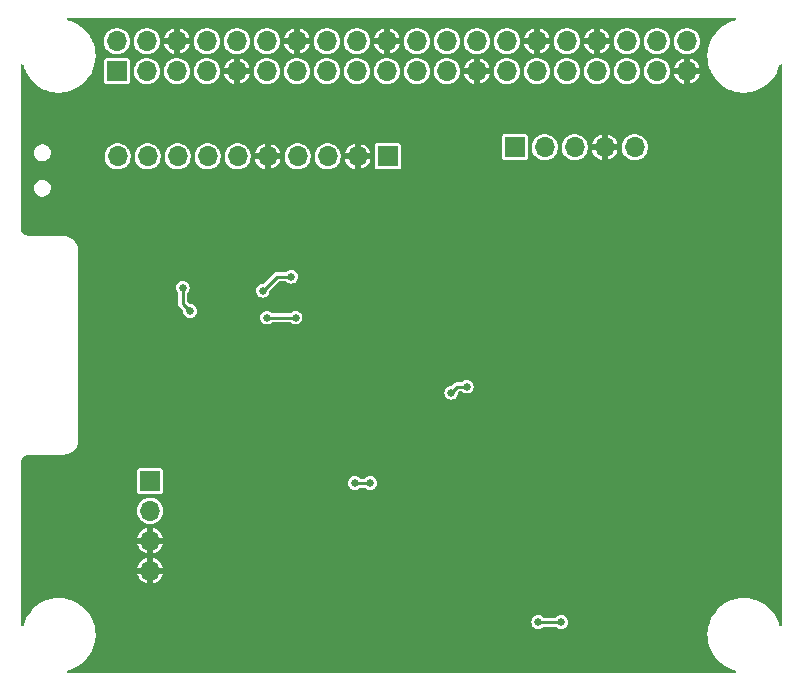
<source format=gbl>
G04 #@! TF.GenerationSoftware,KiCad,Pcbnew,(6.0.2)*
G04 #@! TF.CreationDate,2022-03-22T22:10:49-04:00*
G04 #@! TF.ProjectId,PCB,5043422e-6b69-4636-9164-5f7063625858,rev?*
G04 #@! TF.SameCoordinates,Original*
G04 #@! TF.FileFunction,Copper,L2,Bot*
G04 #@! TF.FilePolarity,Positive*
%FSLAX46Y46*%
G04 Gerber Fmt 4.6, Leading zero omitted, Abs format (unit mm)*
G04 Created by KiCad (PCBNEW (6.0.2)) date 2022-03-22 22:10:49*
%MOMM*%
%LPD*%
G01*
G04 APERTURE LIST*
G04 #@! TA.AperFunction,ComponentPad*
%ADD10R,1.700000X1.700000*%
G04 #@! TD*
G04 #@! TA.AperFunction,ComponentPad*
%ADD11O,1.700000X1.700000*%
G04 #@! TD*
G04 #@! TA.AperFunction,ViaPad*
%ADD12C,0.800000*%
G04 #@! TD*
G04 #@! TA.AperFunction,ViaPad*
%ADD13C,0.650000*%
G04 #@! TD*
G04 #@! TA.AperFunction,Conductor*
%ADD14C,0.254000*%
G04 #@! TD*
G04 APERTURE END LIST*
D10*
X101200000Y-119480000D03*
D11*
X101200000Y-122020000D03*
X101200000Y-124560000D03*
X101200000Y-127100000D03*
X142250000Y-91225000D03*
X139710000Y-91225000D03*
X137170000Y-91225000D03*
X134630000Y-91225000D03*
D10*
X132090000Y-91225000D03*
X121330000Y-92000000D03*
D11*
X118790000Y-92000000D03*
X116250000Y-92000000D03*
X113710000Y-92000000D03*
X111170000Y-92000000D03*
X108630000Y-92000000D03*
X106090000Y-92000000D03*
X103550000Y-92000000D03*
X101010000Y-92000000D03*
X98470000Y-92000000D03*
D10*
X98400000Y-84790000D03*
D11*
X98400000Y-82250000D03*
X100940000Y-84790000D03*
X100940000Y-82250000D03*
X103480000Y-84790000D03*
X103480000Y-82250000D03*
X106020000Y-84790000D03*
X106020000Y-82250000D03*
X108560000Y-84790000D03*
X108560000Y-82250000D03*
X111100000Y-84790000D03*
X111100000Y-82250000D03*
X113640000Y-84790000D03*
X113640000Y-82250000D03*
X116180000Y-84790000D03*
X116180000Y-82250000D03*
X118720000Y-84790000D03*
X118720000Y-82250000D03*
X121260000Y-84790000D03*
X121260000Y-82250000D03*
X123800000Y-84790000D03*
X123800000Y-82250000D03*
X126340000Y-84790000D03*
X126340000Y-82250000D03*
X128880000Y-84790000D03*
X128880000Y-82250000D03*
X131420000Y-84790000D03*
X131420000Y-82250000D03*
X133960000Y-84790000D03*
X133960000Y-82250000D03*
X136500000Y-84790000D03*
X136500000Y-82250000D03*
X139040000Y-84790000D03*
X139040000Y-82250000D03*
X141580000Y-84790000D03*
X141580000Y-82250000D03*
X144120000Y-84790000D03*
X144120000Y-82250000D03*
X146660000Y-84790000D03*
X146660000Y-82250000D03*
D12*
X139710000Y-92760000D03*
X136310000Y-93620000D03*
X139050000Y-88000000D03*
X121540000Y-130540000D03*
X102750000Y-124560000D03*
X135040000Y-134520000D03*
X115600000Y-117000000D03*
X116590000Y-94500000D03*
X130140000Y-125390000D03*
X141200000Y-97500000D03*
X116610000Y-87540000D03*
X147670000Y-122380000D03*
X146490000Y-133840000D03*
X99200000Y-101800000D03*
X104130000Y-95780000D03*
X127090000Y-134600000D03*
X150840000Y-98660000D03*
X140900000Y-104400000D03*
X140900000Y-106900000D03*
X122000000Y-119800000D03*
X129900000Y-108600000D03*
X140030000Y-119870000D03*
X95300000Y-90900000D03*
X106360000Y-128210000D03*
X143910000Y-126500000D03*
X150540000Y-117470000D03*
X141000000Y-108800000D03*
X106900000Y-116600000D03*
X112040000Y-125540000D03*
X120815096Y-114152831D03*
X96500000Y-95900000D03*
X107020000Y-89840000D03*
X129000000Y-103900000D03*
X109800000Y-119400000D03*
X147400000Y-103800000D03*
X99550000Y-114420000D03*
X125130000Y-104310000D03*
X93120000Y-126990000D03*
X116700000Y-97600000D03*
X116600000Y-104400000D03*
X127300000Y-107640000D03*
X116700000Y-134620000D03*
X147180000Y-117470000D03*
X127400000Y-97400000D03*
X102760000Y-127090000D03*
X108110000Y-134620000D03*
X151400000Y-112240000D03*
X103900000Y-109800000D03*
X119300000Y-88200000D03*
X92920000Y-121890000D03*
X151200000Y-91300000D03*
X138210000Y-101130000D03*
X124500000Y-91100000D03*
X136200000Y-118810000D03*
X105410000Y-122360000D03*
X151400000Y-107090000D03*
X146500000Y-114300000D03*
X150200000Y-90200000D03*
X140900000Y-115600000D03*
X99110000Y-133260000D03*
X124500000Y-93300000D03*
X120790000Y-125460000D03*
X101800000Y-88200000D03*
X96290000Y-104300000D03*
X121700000Y-103000000D03*
X148700000Y-93600000D03*
X116600000Y-106900000D03*
X106100000Y-103000000D03*
X127500000Y-119800000D03*
X117600000Y-108960000D03*
D13*
X113532406Y-105651119D03*
X111110000Y-105650912D03*
X110740000Y-103370000D03*
X113150000Y-102190000D03*
X104600000Y-105090000D03*
X103977098Y-103109296D03*
X128022532Y-111490881D03*
X126709319Y-112010681D03*
X134080000Y-131430000D03*
X136020000Y-131430000D03*
X118548500Y-119660000D03*
X119851500Y-119660000D03*
D14*
X111110000Y-105650912D02*
X111110207Y-105651119D01*
X111110207Y-105651119D02*
X113532406Y-105651119D01*
X113150000Y-102190000D02*
X111920000Y-102190000D01*
X111920000Y-102190000D02*
X110740000Y-103370000D01*
X103977098Y-104467098D02*
X104600000Y-105090000D01*
X103977098Y-103109296D02*
X103977098Y-104467098D01*
X126709319Y-112010681D02*
X127229119Y-111490881D01*
X127229119Y-111490881D02*
X128022532Y-111490881D01*
X134080000Y-131430000D02*
X136020000Y-131430000D01*
X118548500Y-119660000D02*
X119851500Y-119660000D01*
G04 #@! TA.AperFunction,Conductor*
G36*
X150746401Y-80274002D02*
G01*
X150792894Y-80327658D01*
X150802998Y-80397932D01*
X150773504Y-80462512D01*
X150712164Y-80501359D01*
X150499402Y-80560763D01*
X150496154Y-80562075D01*
X150496146Y-80562078D01*
X150181268Y-80689297D01*
X150181264Y-80689299D01*
X150178004Y-80690616D01*
X150174917Y-80692285D01*
X150174913Y-80692287D01*
X150068628Y-80749756D01*
X149873084Y-80855486D01*
X149588442Y-81053317D01*
X149585800Y-81055630D01*
X149585796Y-81055633D01*
X149352890Y-81259527D01*
X149327626Y-81281644D01*
X149325251Y-81284245D01*
X149124720Y-81503855D01*
X149093886Y-81537622D01*
X148890137Y-81818058D01*
X148718918Y-82119459D01*
X148582362Y-82438067D01*
X148561256Y-82507973D01*
X148501471Y-82705994D01*
X148482173Y-82769911D01*
X148475048Y-82808731D01*
X148432964Y-83038031D01*
X148419598Y-83110855D01*
X148395418Y-83456649D01*
X148409933Y-83802984D01*
X148462964Y-84145542D01*
X148553849Y-84480054D01*
X148681455Y-84802350D01*
X148683110Y-84805462D01*
X148683112Y-84805467D01*
X148707709Y-84851727D01*
X148844192Y-85108414D01*
X148846177Y-85111312D01*
X148846183Y-85111323D01*
X149038041Y-85391524D01*
X149038046Y-85391530D01*
X149040032Y-85394431D01*
X149266533Y-85656834D01*
X149269103Y-85659214D01*
X149269107Y-85659218D01*
X149313193Y-85700042D01*
X149520872Y-85892355D01*
X149523694Y-85894436D01*
X149523697Y-85894438D01*
X149527830Y-85897485D01*
X149799879Y-86098057D01*
X149802916Y-86099811D01*
X149802920Y-86099813D01*
X149922070Y-86168604D01*
X150100077Y-86271376D01*
X150258900Y-86340764D01*
X150414503Y-86408746D01*
X150414506Y-86408747D01*
X150417724Y-86410153D01*
X150421081Y-86411192D01*
X150421086Y-86411194D01*
X150558779Y-86453817D01*
X150748860Y-86512657D01*
X150752316Y-86513316D01*
X150752315Y-86513316D01*
X151085908Y-86576952D01*
X151085913Y-86576953D01*
X151089359Y-86577610D01*
X151316362Y-86595077D01*
X151431479Y-86603935D01*
X151431480Y-86603935D01*
X151434976Y-86604204D01*
X151650980Y-86596661D01*
X151777889Y-86592230D01*
X151777894Y-86592230D01*
X151781404Y-86592107D01*
X151952864Y-86566787D01*
X152120845Y-86541982D01*
X152120849Y-86541981D01*
X152124324Y-86541468D01*
X152127716Y-86540572D01*
X152127720Y-86540571D01*
X152456071Y-86453817D01*
X152456072Y-86453817D01*
X152459462Y-86452921D01*
X152782642Y-86327568D01*
X153089834Y-86166972D01*
X153377211Y-85973134D01*
X153469607Y-85894499D01*
X153638516Y-85750745D01*
X153638517Y-85750744D01*
X153641189Y-85748470D01*
X153735535Y-85648002D01*
X153876069Y-85498350D01*
X153876073Y-85498345D01*
X153878480Y-85495782D01*
X153880585Y-85492968D01*
X153880591Y-85492961D01*
X154084016Y-85221036D01*
X154086125Y-85218217D01*
X154123406Y-85154674D01*
X154180919Y-85056644D01*
X154261536Y-84919236D01*
X154313577Y-84802350D01*
X154401094Y-84605783D01*
X154401096Y-84605778D01*
X154402526Y-84602566D01*
X154499898Y-84295611D01*
X154539561Y-84236727D01*
X154604764Y-84208635D01*
X154674803Y-84220252D01*
X154727443Y-84267892D01*
X154746000Y-84333710D01*
X154746000Y-131676790D01*
X154725998Y-131744911D01*
X154672342Y-131791404D01*
X154602068Y-131801508D01*
X154537488Y-131772014D01*
X154498881Y-131711520D01*
X154432180Y-131478907D01*
X154349669Y-131278720D01*
X154301424Y-131161668D01*
X154301420Y-131161660D01*
X154300086Y-131158423D01*
X154133092Y-130854662D01*
X154127390Y-130846578D01*
X153935309Y-130574287D01*
X153935308Y-130574286D01*
X153933278Y-130571408D01*
X153703136Y-130312192D01*
X153445533Y-130080245D01*
X153405120Y-130051312D01*
X153166548Y-129880511D01*
X153166541Y-129880507D01*
X153163681Y-129878459D01*
X152861092Y-129709348D01*
X152541539Y-129575020D01*
X152538170Y-129574029D01*
X152538166Y-129574027D01*
X152391680Y-129530914D01*
X152209003Y-129477149D01*
X151867631Y-129416956D01*
X151864122Y-129416735D01*
X151864120Y-129416735D01*
X151525194Y-129395412D01*
X151525188Y-129395412D01*
X151521676Y-129395191D01*
X151422917Y-129400021D01*
X151178958Y-129411952D01*
X151178949Y-129411953D01*
X151175451Y-129412124D01*
X151171983Y-129412686D01*
X151171980Y-129412686D01*
X150836747Y-129466982D01*
X150836744Y-129466983D01*
X150833272Y-129467545D01*
X150499402Y-129560763D01*
X150496154Y-129562075D01*
X150496146Y-129562078D01*
X150181268Y-129689297D01*
X150181264Y-129689299D01*
X150178004Y-129690616D01*
X150174917Y-129692285D01*
X150174913Y-129692287D01*
X150068628Y-129749756D01*
X149873084Y-129855486D01*
X149588442Y-130053317D01*
X149327626Y-130281644D01*
X149093886Y-130537622D01*
X148890137Y-130818058D01*
X148718918Y-131119459D01*
X148707808Y-131145380D01*
X148585820Y-131430000D01*
X148582362Y-131438067D01*
X148581345Y-131441436D01*
X148496563Y-131722250D01*
X148482173Y-131769911D01*
X148419598Y-132110855D01*
X148395418Y-132456649D01*
X148409933Y-132802984D01*
X148462964Y-133145542D01*
X148553849Y-133480054D01*
X148681455Y-133802350D01*
X148844192Y-134108414D01*
X148846177Y-134111312D01*
X148846183Y-134111323D01*
X149038041Y-134391524D01*
X149038046Y-134391530D01*
X149040032Y-134394431D01*
X149266533Y-134656834D01*
X149269103Y-134659214D01*
X149269107Y-134659218D01*
X149326218Y-134712103D01*
X149520872Y-134892355D01*
X149799879Y-135098057D01*
X149802916Y-135099811D01*
X149802920Y-135099813D01*
X149922070Y-135168604D01*
X150100077Y-135271376D01*
X150258900Y-135340764D01*
X150414503Y-135408746D01*
X150414506Y-135408747D01*
X150417724Y-135410153D01*
X150421081Y-135411192D01*
X150421086Y-135411194D01*
X150632922Y-135476768D01*
X150702093Y-135498180D01*
X150706793Y-135499635D01*
X150765953Y-135538886D01*
X150794500Y-135603891D01*
X150783371Y-135674010D01*
X150736100Y-135726981D01*
X150669534Y-135746000D01*
X94320349Y-135746000D01*
X94252228Y-135725998D01*
X94205735Y-135672342D01*
X94195631Y-135602068D01*
X94225125Y-135537488D01*
X94288163Y-135498180D01*
X94456071Y-135453817D01*
X94456072Y-135453817D01*
X94459462Y-135452921D01*
X94782642Y-135327568D01*
X95089834Y-135166972D01*
X95377211Y-134973134D01*
X95641189Y-134748470D01*
X95753161Y-134629233D01*
X95876069Y-134498350D01*
X95876073Y-134498345D01*
X95878480Y-134495782D01*
X95880585Y-134492968D01*
X95880591Y-134492961D01*
X96084016Y-134221036D01*
X96086125Y-134218217D01*
X96105668Y-134184908D01*
X96153098Y-134104065D01*
X96261536Y-133919236D01*
X96262968Y-133916020D01*
X96401094Y-133605783D01*
X96401096Y-133605778D01*
X96402526Y-133602566D01*
X96507339Y-133272154D01*
X96532409Y-133145542D01*
X96573985Y-132935567D01*
X96573986Y-132935562D01*
X96574668Y-132932116D01*
X96603674Y-132586693D01*
X96604885Y-132500000D01*
X96602659Y-132460176D01*
X96585731Y-132157411D01*
X96585535Y-132153902D01*
X96549247Y-131939352D01*
X96528314Y-131815585D01*
X96528312Y-131815577D01*
X96527727Y-131812117D01*
X96432180Y-131478907D01*
X96412022Y-131430000D01*
X133495500Y-131430000D01*
X133515416Y-131581280D01*
X133573808Y-131722250D01*
X133666696Y-131843304D01*
X133787750Y-131936192D01*
X133928720Y-131994584D01*
X134080000Y-132014500D01*
X134088188Y-132013422D01*
X134223092Y-131995662D01*
X134231280Y-131994584D01*
X134372250Y-131936192D01*
X134493304Y-131843304D01*
X134494106Y-131844350D01*
X134548992Y-131814379D01*
X134575775Y-131811500D01*
X135524225Y-131811500D01*
X135592346Y-131831502D01*
X135606218Y-131842681D01*
X135606696Y-131843304D01*
X135727750Y-131936192D01*
X135868720Y-131994584D01*
X136020000Y-132014500D01*
X136028188Y-132013422D01*
X136163092Y-131995662D01*
X136171280Y-131994584D01*
X136312250Y-131936192D01*
X136433304Y-131843304D01*
X136526192Y-131722250D01*
X136584584Y-131581280D01*
X136604500Y-131430000D01*
X136584584Y-131278720D01*
X136526192Y-131137750D01*
X136433304Y-131016696D01*
X136312250Y-130923808D01*
X136171280Y-130865416D01*
X136113020Y-130857746D01*
X136089594Y-130854662D01*
X136020000Y-130845500D01*
X135950406Y-130854662D01*
X135926981Y-130857746D01*
X135868720Y-130865416D01*
X135727750Y-130923808D01*
X135606696Y-131016696D01*
X135605894Y-131015650D01*
X135551008Y-131045621D01*
X135524225Y-131048500D01*
X134575775Y-131048500D01*
X134507654Y-131028498D01*
X134493782Y-131017319D01*
X134493304Y-131016696D01*
X134372250Y-130923808D01*
X134231280Y-130865416D01*
X134173020Y-130857746D01*
X134149594Y-130854662D01*
X134080000Y-130845500D01*
X134010406Y-130854662D01*
X133986981Y-130857746D01*
X133928720Y-130865416D01*
X133787750Y-130923808D01*
X133666696Y-131016696D01*
X133573808Y-131137750D01*
X133515416Y-131278720D01*
X133495500Y-131430000D01*
X96412022Y-131430000D01*
X96349669Y-131278720D01*
X96301424Y-131161668D01*
X96301420Y-131161660D01*
X96300086Y-131158423D01*
X96133092Y-130854662D01*
X96127390Y-130846578D01*
X95935309Y-130574287D01*
X95935308Y-130574286D01*
X95933278Y-130571408D01*
X95703136Y-130312192D01*
X95445533Y-130080245D01*
X95405120Y-130051312D01*
X95166548Y-129880511D01*
X95166541Y-129880507D01*
X95163681Y-129878459D01*
X94861092Y-129709348D01*
X94541539Y-129575020D01*
X94538170Y-129574029D01*
X94538166Y-129574027D01*
X94391680Y-129530914D01*
X94209003Y-129477149D01*
X93867631Y-129416956D01*
X93864122Y-129416735D01*
X93864120Y-129416735D01*
X93525194Y-129395412D01*
X93525188Y-129395412D01*
X93521676Y-129395191D01*
X93422917Y-129400021D01*
X93178958Y-129411952D01*
X93178949Y-129411953D01*
X93175451Y-129412124D01*
X93171983Y-129412686D01*
X93171980Y-129412686D01*
X92836747Y-129466982D01*
X92836744Y-129466983D01*
X92833272Y-129467545D01*
X92499402Y-129560763D01*
X92496154Y-129562075D01*
X92496146Y-129562078D01*
X92181268Y-129689297D01*
X92181264Y-129689299D01*
X92178004Y-129690616D01*
X92174917Y-129692285D01*
X92174913Y-129692287D01*
X92068628Y-129749756D01*
X91873084Y-129855486D01*
X91588442Y-130053317D01*
X91327626Y-130281644D01*
X91093886Y-130537622D01*
X90890137Y-130818058D01*
X90718918Y-131119459D01*
X90707808Y-131145380D01*
X90585820Y-131430000D01*
X90582362Y-131438067D01*
X90511617Y-131672387D01*
X90500622Y-131708805D01*
X90461785Y-131768237D01*
X90396982Y-131797237D01*
X90326787Y-131786599D01*
X90273486Y-131739699D01*
X90254000Y-131672387D01*
X90254000Y-127366962D01*
X100128671Y-127366962D01*
X100153443Y-127464502D01*
X100157284Y-127475348D01*
X100237394Y-127649120D01*
X100243145Y-127659081D01*
X100353579Y-127815343D01*
X100361057Y-127824098D01*
X100498114Y-127957612D01*
X100507058Y-127964855D01*
X100666156Y-128071161D01*
X100676266Y-128076651D01*
X100852077Y-128152185D01*
X100863020Y-128155740D01*
X100928332Y-128170519D01*
X100942405Y-128169630D01*
X100945828Y-128160681D01*
X101454000Y-128160681D01*
X101457966Y-128174187D01*
X101466672Y-128175433D01*
X101645497Y-128114730D01*
X101655994Y-128110056D01*
X101822958Y-128016552D01*
X101832430Y-128010042D01*
X101979553Y-127887682D01*
X101987682Y-127879553D01*
X102110042Y-127732430D01*
X102116552Y-127722958D01*
X102210056Y-127555994D01*
X102214730Y-127545497D01*
X102275443Y-127366644D01*
X102274210Y-127357993D01*
X102260642Y-127354000D01*
X101472115Y-127354000D01*
X101456876Y-127358475D01*
X101455671Y-127359865D01*
X101454000Y-127367548D01*
X101454000Y-128160681D01*
X100945828Y-128160681D01*
X100946000Y-128160232D01*
X100946000Y-127372115D01*
X100941525Y-127356876D01*
X100940135Y-127355671D01*
X100932452Y-127354000D01*
X100143494Y-127354000D01*
X100129963Y-127357973D01*
X100128671Y-127366962D01*
X90254000Y-127366962D01*
X90254000Y-126842799D01*
X100127943Y-126842799D01*
X100134675Y-126846000D01*
X100927885Y-126846000D01*
X100943124Y-126841525D01*
X100944329Y-126840135D01*
X100946000Y-126832452D01*
X100946000Y-126827885D01*
X101454000Y-126827885D01*
X101458475Y-126843124D01*
X101459865Y-126844329D01*
X101467548Y-126846000D01*
X102257398Y-126846000D01*
X102270929Y-126842027D01*
X102272098Y-126833892D01*
X102236658Y-126708231D01*
X102232533Y-126697484D01*
X102147903Y-126525871D01*
X102141893Y-126516063D01*
X102027400Y-126362739D01*
X102019710Y-126354199D01*
X101879192Y-126224304D01*
X101870067Y-126217303D01*
X101708236Y-126115195D01*
X101697989Y-126109974D01*
X101520260Y-126039068D01*
X101509232Y-126035801D01*
X101471769Y-126028350D01*
X101458894Y-126029502D01*
X101454000Y-126044658D01*
X101454000Y-126827885D01*
X100946000Y-126827885D01*
X100946000Y-126041500D01*
X100942194Y-126028538D01*
X100927279Y-126026602D01*
X100918732Y-126028071D01*
X100907620Y-126031048D01*
X100728095Y-126097279D01*
X100717717Y-126102229D01*
X100553273Y-126200063D01*
X100543961Y-126206829D01*
X100400097Y-126332994D01*
X100392180Y-126341337D01*
X100273718Y-126491605D01*
X100267450Y-126501256D01*
X100178358Y-126670592D01*
X100173953Y-126681227D01*
X100128162Y-126828698D01*
X100127943Y-126842799D01*
X90254000Y-126842799D01*
X90254000Y-124826962D01*
X100128671Y-124826962D01*
X100153443Y-124924502D01*
X100157284Y-124935348D01*
X100237394Y-125109120D01*
X100243145Y-125119081D01*
X100353579Y-125275343D01*
X100361057Y-125284098D01*
X100498114Y-125417612D01*
X100507058Y-125424855D01*
X100666156Y-125531161D01*
X100676266Y-125536651D01*
X100852077Y-125612185D01*
X100863020Y-125615740D01*
X100928332Y-125630519D01*
X100942405Y-125629630D01*
X100945828Y-125620681D01*
X101454000Y-125620681D01*
X101457966Y-125634187D01*
X101466672Y-125635433D01*
X101645497Y-125574730D01*
X101655994Y-125570056D01*
X101822958Y-125476552D01*
X101832430Y-125470042D01*
X101979553Y-125347682D01*
X101987682Y-125339553D01*
X102110042Y-125192430D01*
X102116552Y-125182958D01*
X102210056Y-125015994D01*
X102214730Y-125005497D01*
X102275443Y-124826644D01*
X102274210Y-124817993D01*
X102260642Y-124814000D01*
X101472115Y-124814000D01*
X101456876Y-124818475D01*
X101455671Y-124819865D01*
X101454000Y-124827548D01*
X101454000Y-125620681D01*
X100945828Y-125620681D01*
X100946000Y-125620232D01*
X100946000Y-124832115D01*
X100941525Y-124816876D01*
X100940135Y-124815671D01*
X100932452Y-124814000D01*
X100143494Y-124814000D01*
X100129963Y-124817973D01*
X100128671Y-124826962D01*
X90254000Y-124826962D01*
X90254000Y-124302799D01*
X100127943Y-124302799D01*
X100134675Y-124306000D01*
X100927885Y-124306000D01*
X100943124Y-124301525D01*
X100944329Y-124300135D01*
X100946000Y-124292452D01*
X100946000Y-124287885D01*
X101454000Y-124287885D01*
X101458475Y-124303124D01*
X101459865Y-124304329D01*
X101467548Y-124306000D01*
X102257398Y-124306000D01*
X102270929Y-124302027D01*
X102272098Y-124293892D01*
X102236658Y-124168231D01*
X102232533Y-124157484D01*
X102147903Y-123985871D01*
X102141893Y-123976063D01*
X102027400Y-123822739D01*
X102019710Y-123814199D01*
X101879192Y-123684304D01*
X101870067Y-123677303D01*
X101708236Y-123575195D01*
X101697989Y-123569974D01*
X101520260Y-123499068D01*
X101509232Y-123495801D01*
X101471769Y-123488350D01*
X101458894Y-123489502D01*
X101454000Y-123504658D01*
X101454000Y-124287885D01*
X100946000Y-124287885D01*
X100946000Y-123501500D01*
X100942194Y-123488538D01*
X100927279Y-123486602D01*
X100918732Y-123488071D01*
X100907620Y-123491048D01*
X100728095Y-123557279D01*
X100717717Y-123562229D01*
X100553273Y-123660063D01*
X100543961Y-123666829D01*
X100400097Y-123792994D01*
X100392180Y-123801337D01*
X100273718Y-123951605D01*
X100267450Y-123961256D01*
X100178358Y-124130592D01*
X100173953Y-124141227D01*
X100128162Y-124288698D01*
X100127943Y-124302799D01*
X90254000Y-124302799D01*
X90254000Y-121990964D01*
X100091148Y-121990964D01*
X100104424Y-122193522D01*
X100105845Y-122199118D01*
X100105846Y-122199123D01*
X100126119Y-122278945D01*
X100154392Y-122390269D01*
X100156809Y-122395512D01*
X100194010Y-122476208D01*
X100239377Y-122574616D01*
X100356533Y-122740389D01*
X100501938Y-122882035D01*
X100670720Y-122994812D01*
X100676023Y-122997090D01*
X100676026Y-122997092D01*
X100764707Y-123035192D01*
X100857228Y-123074942D01*
X100930244Y-123091464D01*
X101049579Y-123118467D01*
X101049584Y-123118468D01*
X101055216Y-123119742D01*
X101060987Y-123119969D01*
X101060989Y-123119969D01*
X101120756Y-123122317D01*
X101258053Y-123127712D01*
X101358499Y-123113148D01*
X101453231Y-123099413D01*
X101453236Y-123099412D01*
X101458945Y-123098584D01*
X101464409Y-123096729D01*
X101464414Y-123096728D01*
X101645693Y-123035192D01*
X101645698Y-123035190D01*
X101651165Y-123033334D01*
X101828276Y-122934147D01*
X101890934Y-122882035D01*
X101979913Y-122808031D01*
X101984345Y-122804345D01*
X102114147Y-122648276D01*
X102213334Y-122471165D01*
X102215190Y-122465698D01*
X102215192Y-122465693D01*
X102276728Y-122284414D01*
X102276729Y-122284409D01*
X102278584Y-122278945D01*
X102279412Y-122273236D01*
X102279413Y-122273231D01*
X102307179Y-122081727D01*
X102307712Y-122078053D01*
X102309232Y-122020000D01*
X102290658Y-121817859D01*
X102289090Y-121812299D01*
X102237125Y-121628046D01*
X102237124Y-121628044D01*
X102235557Y-121622487D01*
X102224978Y-121601033D01*
X102148331Y-121445609D01*
X102145776Y-121440428D01*
X102024320Y-121277779D01*
X101875258Y-121139987D01*
X101870375Y-121136906D01*
X101870371Y-121136903D01*
X101708464Y-121034748D01*
X101703581Y-121031667D01*
X101515039Y-120956446D01*
X101509379Y-120955320D01*
X101509375Y-120955319D01*
X101321613Y-120917971D01*
X101321610Y-120917971D01*
X101315946Y-120916844D01*
X101310171Y-120916768D01*
X101310167Y-120916768D01*
X101208793Y-120915441D01*
X101112971Y-120914187D01*
X101107274Y-120915166D01*
X101107273Y-120915166D01*
X100918607Y-120947585D01*
X100912910Y-120948564D01*
X100722463Y-121018824D01*
X100548010Y-121122612D01*
X100543670Y-121126418D01*
X100543666Y-121126421D01*
X100523723Y-121143911D01*
X100395392Y-121256455D01*
X100269720Y-121415869D01*
X100267031Y-121420980D01*
X100267029Y-121420983D01*
X100254073Y-121445609D01*
X100175203Y-121595515D01*
X100115007Y-121789378D01*
X100091148Y-121990964D01*
X90254000Y-121990964D01*
X90254000Y-118604933D01*
X100095500Y-118604933D01*
X100095501Y-120355066D01*
X100110266Y-120429301D01*
X100166516Y-120513484D01*
X100250699Y-120569734D01*
X100324933Y-120584500D01*
X101199858Y-120584500D01*
X102075066Y-120584499D01*
X102110818Y-120577388D01*
X102137126Y-120572156D01*
X102137128Y-120572155D01*
X102149301Y-120569734D01*
X102159621Y-120562839D01*
X102159622Y-120562838D01*
X102223168Y-120520377D01*
X102233484Y-120513484D01*
X102289734Y-120429301D01*
X102304500Y-120355067D01*
X102304500Y-119660000D01*
X117964000Y-119660000D01*
X117983916Y-119811280D01*
X118042308Y-119952250D01*
X118135196Y-120073304D01*
X118256250Y-120166192D01*
X118397220Y-120224584D01*
X118548500Y-120244500D01*
X118556688Y-120243422D01*
X118691592Y-120225662D01*
X118699780Y-120224584D01*
X118840750Y-120166192D01*
X118961804Y-120073304D01*
X118962606Y-120074350D01*
X119017492Y-120044379D01*
X119044275Y-120041500D01*
X119355725Y-120041500D01*
X119423846Y-120061502D01*
X119437718Y-120072681D01*
X119438196Y-120073304D01*
X119559250Y-120166192D01*
X119700220Y-120224584D01*
X119851500Y-120244500D01*
X119859688Y-120243422D01*
X119994592Y-120225662D01*
X120002780Y-120224584D01*
X120143750Y-120166192D01*
X120264804Y-120073304D01*
X120357692Y-119952250D01*
X120416084Y-119811280D01*
X120436000Y-119660000D01*
X120416084Y-119508720D01*
X120357692Y-119367750D01*
X120264804Y-119246696D01*
X120143750Y-119153808D01*
X120002780Y-119095416D01*
X119851500Y-119075500D01*
X119700220Y-119095416D01*
X119559250Y-119153808D01*
X119438196Y-119246696D01*
X119437394Y-119245650D01*
X119382508Y-119275621D01*
X119355725Y-119278500D01*
X119044275Y-119278500D01*
X118976154Y-119258498D01*
X118962282Y-119247319D01*
X118961804Y-119246696D01*
X118840750Y-119153808D01*
X118699780Y-119095416D01*
X118548500Y-119075500D01*
X118397220Y-119095416D01*
X118256250Y-119153808D01*
X118135196Y-119246696D01*
X118042308Y-119367750D01*
X117983916Y-119508720D01*
X117964000Y-119660000D01*
X102304500Y-119660000D01*
X102304499Y-118604934D01*
X102289734Y-118530699D01*
X102233484Y-118446516D01*
X102149301Y-118390266D01*
X102075067Y-118375500D01*
X101200142Y-118375500D01*
X100324934Y-118375501D01*
X100289182Y-118382612D01*
X100262874Y-118387844D01*
X100262872Y-118387845D01*
X100250699Y-118390266D01*
X100240379Y-118397161D01*
X100240378Y-118397162D01*
X100179985Y-118437516D01*
X100166516Y-118446516D01*
X100110266Y-118530699D01*
X100095500Y-118604933D01*
X90254000Y-118604933D01*
X90254000Y-118037425D01*
X90256421Y-118012844D01*
X90256555Y-118012170D01*
X90258976Y-118000000D01*
X90256555Y-117987828D01*
X90256555Y-117980246D01*
X90257162Y-117967896D01*
X90267118Y-117866812D01*
X90271935Y-117842592D01*
X90307187Y-117726383D01*
X90316631Y-117703582D01*
X90373876Y-117596483D01*
X90387594Y-117575953D01*
X90464626Y-117482091D01*
X90482091Y-117464626D01*
X90575953Y-117387594D01*
X90596483Y-117373876D01*
X90703582Y-117316631D01*
X90726383Y-117307187D01*
X90842592Y-117271935D01*
X90866812Y-117267118D01*
X90967896Y-117257162D01*
X90980246Y-117256555D01*
X90987828Y-117256555D01*
X91000000Y-117258976D01*
X91012847Y-117256421D01*
X91037425Y-117254000D01*
X93837575Y-117254000D01*
X93862153Y-117256421D01*
X93875000Y-117258976D01*
X93884134Y-117257159D01*
X93891809Y-117256555D01*
X93891810Y-117256555D01*
X93941747Y-117252625D01*
X94071775Y-117242392D01*
X94263706Y-117196313D01*
X94268279Y-117194419D01*
X94441491Y-117122673D01*
X94441495Y-117122671D01*
X94446065Y-117120778D01*
X94614362Y-117017645D01*
X94764454Y-116889454D01*
X94892645Y-116739362D01*
X94995778Y-116571065D01*
X95013823Y-116527502D01*
X95069419Y-116393279D01*
X95069420Y-116393277D01*
X95071313Y-116388706D01*
X95117392Y-116196775D01*
X95132159Y-116009134D01*
X95133976Y-116000000D01*
X95131421Y-115987153D01*
X95129000Y-115962575D01*
X95129000Y-112010681D01*
X126124819Y-112010681D01*
X126144735Y-112161961D01*
X126203127Y-112302931D01*
X126296015Y-112423985D01*
X126417069Y-112516873D01*
X126558039Y-112575265D01*
X126709319Y-112595181D01*
X126717507Y-112594103D01*
X126852411Y-112576343D01*
X126860599Y-112575265D01*
X127001569Y-112516873D01*
X127122623Y-112423985D01*
X127215511Y-112302931D01*
X127273903Y-112161961D01*
X127293819Y-112010681D01*
X127295125Y-112010853D01*
X127312743Y-111950851D01*
X127329646Y-111929877D01*
X127350237Y-111909286D01*
X127412549Y-111875260D01*
X127439332Y-111872381D01*
X127526757Y-111872381D01*
X127594878Y-111892383D01*
X127608750Y-111903562D01*
X127609228Y-111904185D01*
X127730282Y-111997073D01*
X127871252Y-112055465D01*
X128022532Y-112075381D01*
X128030720Y-112074303D01*
X128165624Y-112056543D01*
X128173812Y-112055465D01*
X128314782Y-111997073D01*
X128435836Y-111904185D01*
X128528724Y-111783131D01*
X128587116Y-111642161D01*
X128607032Y-111490881D01*
X128587116Y-111339601D01*
X128528724Y-111198631D01*
X128435836Y-111077577D01*
X128314782Y-110984689D01*
X128173812Y-110926297D01*
X128022532Y-110906381D01*
X127871252Y-110926297D01*
X127730282Y-110984689D01*
X127609228Y-111077577D01*
X127608426Y-111076531D01*
X127553540Y-111106502D01*
X127526757Y-111109381D01*
X127283254Y-111109381D01*
X127258955Y-111106795D01*
X127257517Y-111106727D01*
X127247339Y-111104536D01*
X127217635Y-111108051D01*
X127213777Y-111108508D01*
X127207799Y-111108860D01*
X127207807Y-111108953D01*
X127202629Y-111109381D01*
X127197427Y-111109381D01*
X127178273Y-111112569D01*
X127172415Y-111113403D01*
X127155801Y-111115369D01*
X127131552Y-111118239D01*
X127131551Y-111118239D01*
X127121212Y-111119463D01*
X127112913Y-111123448D01*
X127103836Y-111124959D01*
X127058468Y-111149439D01*
X127053205Y-111152120D01*
X127013869Y-111171008D01*
X127013865Y-111171011D01*
X127006721Y-111174441D01*
X127002427Y-111178051D01*
X127000495Y-111179983D01*
X126998546Y-111181770D01*
X126998493Y-111181799D01*
X126998374Y-111181669D01*
X126997806Y-111182170D01*
X126992062Y-111185269D01*
X126984995Y-111192914D01*
X126955265Y-111225076D01*
X126951835Y-111228643D01*
X126790122Y-111390355D01*
X126727810Y-111424380D01*
X126710099Y-111426284D01*
X126709319Y-111426181D01*
X126701603Y-111427197D01*
X126701592Y-111427198D01*
X126566227Y-111445019D01*
X126558039Y-111446097D01*
X126417069Y-111504489D01*
X126296015Y-111597377D01*
X126203127Y-111718431D01*
X126144735Y-111859401D01*
X126124819Y-112010681D01*
X95129000Y-112010681D01*
X95129000Y-103109296D01*
X103392598Y-103109296D01*
X103412514Y-103260576D01*
X103470906Y-103401546D01*
X103475933Y-103408097D01*
X103563794Y-103522600D01*
X103562748Y-103523402D01*
X103592719Y-103578288D01*
X103595598Y-103605071D01*
X103595598Y-104412963D01*
X103593012Y-104437262D01*
X103592944Y-104438700D01*
X103590753Y-104448878D01*
X103591977Y-104459218D01*
X103594725Y-104482440D01*
X103595077Y-104488418D01*
X103595170Y-104488410D01*
X103595598Y-104493588D01*
X103595598Y-104498790D01*
X103596498Y-104504194D01*
X103598784Y-104517930D01*
X103599620Y-104523802D01*
X103605680Y-104575005D01*
X103609665Y-104583304D01*
X103611176Y-104592381D01*
X103635656Y-104637749D01*
X103638337Y-104643012D01*
X103657225Y-104682348D01*
X103657228Y-104682352D01*
X103660658Y-104689496D01*
X103664268Y-104693790D01*
X103666200Y-104695722D01*
X103667987Y-104697671D01*
X103668016Y-104697724D01*
X103667886Y-104697843D01*
X103668387Y-104698411D01*
X103671486Y-104704155D01*
X103679131Y-104711222D01*
X103711293Y-104740952D01*
X103714860Y-104744382D01*
X103979674Y-105009197D01*
X104013699Y-105071509D01*
X104015603Y-105089220D01*
X104015500Y-105090000D01*
X104035416Y-105241280D01*
X104093808Y-105382250D01*
X104186696Y-105503304D01*
X104307750Y-105596192D01*
X104448720Y-105654584D01*
X104600000Y-105674500D01*
X104608188Y-105673422D01*
X104743092Y-105655662D01*
X104751280Y-105654584D01*
X104760145Y-105650912D01*
X110525500Y-105650912D01*
X110545416Y-105802192D01*
X110603808Y-105943162D01*
X110696696Y-106064216D01*
X110817750Y-106157104D01*
X110958720Y-106215496D01*
X110966908Y-106216574D01*
X111034360Y-106225454D01*
X111110000Y-106235412D01*
X111118188Y-106234334D01*
X111253092Y-106216574D01*
X111261280Y-106215496D01*
X111402250Y-106157104D01*
X111523304Y-106064216D01*
X111524157Y-106065328D01*
X111578785Y-106035498D01*
X111605568Y-106032619D01*
X113036631Y-106032619D01*
X113104752Y-106052621D01*
X113118624Y-106063800D01*
X113119102Y-106064423D01*
X113240156Y-106157311D01*
X113381126Y-106215703D01*
X113532406Y-106235619D01*
X113540594Y-106234541D01*
X113542167Y-106234334D01*
X113683686Y-106215703D01*
X113824656Y-106157311D01*
X113945710Y-106064423D01*
X114038598Y-105943369D01*
X114096990Y-105802399D01*
X114116906Y-105651119D01*
X114096990Y-105499839D01*
X114038598Y-105358869D01*
X113945710Y-105237815D01*
X113824656Y-105144927D01*
X113683686Y-105086535D01*
X113673926Y-105085250D01*
X113540594Y-105067697D01*
X113532406Y-105066619D01*
X113524218Y-105067697D01*
X113390887Y-105085250D01*
X113381126Y-105086535D01*
X113240156Y-105144927D01*
X113119102Y-105237815D01*
X113118300Y-105236769D01*
X113063414Y-105266740D01*
X113036631Y-105269619D01*
X111605982Y-105269619D01*
X111537861Y-105249617D01*
X111523862Y-105238335D01*
X111523304Y-105237608D01*
X111402250Y-105144720D01*
X111261280Y-105086328D01*
X111110000Y-105066412D01*
X110958720Y-105086328D01*
X110817750Y-105144720D01*
X110696696Y-105237608D01*
X110603808Y-105358662D01*
X110545416Y-105499632D01*
X110525500Y-105650912D01*
X104760145Y-105650912D01*
X104892250Y-105596192D01*
X105013304Y-105503304D01*
X105106192Y-105382250D01*
X105164584Y-105241280D01*
X105184500Y-105090000D01*
X105164584Y-104938720D01*
X105106192Y-104797750D01*
X105013304Y-104676696D01*
X104892250Y-104583808D01*
X104751280Y-104525416D01*
X104739074Y-104523809D01*
X104600000Y-104505500D01*
X104600172Y-104504194D01*
X104540170Y-104486576D01*
X104519196Y-104469673D01*
X104395503Y-104345980D01*
X104361477Y-104283668D01*
X104358598Y-104256885D01*
X104358598Y-103605071D01*
X104378600Y-103536950D01*
X104389779Y-103523078D01*
X104390402Y-103522600D01*
X104483290Y-103401546D01*
X104496357Y-103370000D01*
X110155500Y-103370000D01*
X110175416Y-103521280D01*
X110233808Y-103662250D01*
X110326696Y-103783304D01*
X110447750Y-103876192D01*
X110588720Y-103934584D01*
X110740000Y-103954500D01*
X110748188Y-103953422D01*
X110883092Y-103935662D01*
X110891280Y-103934584D01*
X111032250Y-103876192D01*
X111153304Y-103783304D01*
X111246192Y-103662250D01*
X111304584Y-103521280D01*
X111324500Y-103370000D01*
X111325806Y-103370172D01*
X111343424Y-103310170D01*
X111360327Y-103289196D01*
X112041118Y-102608405D01*
X112103430Y-102574379D01*
X112130213Y-102571500D01*
X112654225Y-102571500D01*
X112722346Y-102591502D01*
X112736218Y-102602681D01*
X112736696Y-102603304D01*
X112857750Y-102696192D01*
X112998720Y-102754584D01*
X113150000Y-102774500D01*
X113158188Y-102773422D01*
X113293092Y-102755662D01*
X113301280Y-102754584D01*
X113442250Y-102696192D01*
X113563304Y-102603304D01*
X113656192Y-102482250D01*
X113714584Y-102341280D01*
X113734500Y-102190000D01*
X113714584Y-102038720D01*
X113656192Y-101897750D01*
X113563304Y-101776696D01*
X113442250Y-101683808D01*
X113301280Y-101625416D01*
X113150000Y-101605500D01*
X112998720Y-101625416D01*
X112857750Y-101683808D01*
X112736696Y-101776696D01*
X112735894Y-101775650D01*
X112681008Y-101805621D01*
X112654225Y-101808500D01*
X111974135Y-101808500D01*
X111949836Y-101805914D01*
X111948398Y-101805846D01*
X111938220Y-101803655D01*
X111908516Y-101807170D01*
X111904658Y-101807627D01*
X111898680Y-101807979D01*
X111898688Y-101808072D01*
X111893510Y-101808500D01*
X111888308Y-101808500D01*
X111869154Y-101811688D01*
X111863296Y-101812522D01*
X111846682Y-101814488D01*
X111822433Y-101817358D01*
X111822432Y-101817358D01*
X111812093Y-101818582D01*
X111803794Y-101822567D01*
X111794717Y-101824078D01*
X111749349Y-101848558D01*
X111744086Y-101851239D01*
X111704750Y-101870127D01*
X111704746Y-101870130D01*
X111697602Y-101873560D01*
X111693308Y-101877170D01*
X111691376Y-101879102D01*
X111689427Y-101880889D01*
X111689374Y-101880918D01*
X111689255Y-101880788D01*
X111688687Y-101881289D01*
X111682943Y-101884388D01*
X111675876Y-101892033D01*
X111646146Y-101924195D01*
X111642716Y-101927762D01*
X110820803Y-102749674D01*
X110758491Y-102783699D01*
X110740780Y-102785603D01*
X110740000Y-102785500D01*
X110732284Y-102786516D01*
X110732273Y-102786517D01*
X110596908Y-102804338D01*
X110588720Y-102805416D01*
X110447750Y-102863808D01*
X110326696Y-102956696D01*
X110233808Y-103077750D01*
X110175416Y-103218720D01*
X110155500Y-103370000D01*
X104496357Y-103370000D01*
X104541682Y-103260576D01*
X104561598Y-103109296D01*
X104541682Y-102958016D01*
X104483290Y-102817046D01*
X104390402Y-102695992D01*
X104269348Y-102603104D01*
X104128378Y-102544712D01*
X103977098Y-102524796D01*
X103825818Y-102544712D01*
X103684848Y-102603104D01*
X103563794Y-102695992D01*
X103470906Y-102817046D01*
X103412514Y-102958016D01*
X103392598Y-103109296D01*
X95129000Y-103109296D01*
X95129000Y-100037425D01*
X95131421Y-100012844D01*
X95131555Y-100012170D01*
X95133976Y-100000000D01*
X95132159Y-99990866D01*
X95117392Y-99803225D01*
X95071313Y-99611294D01*
X95060647Y-99585544D01*
X94997673Y-99433509D01*
X94997671Y-99433505D01*
X94995778Y-99428935D01*
X94892645Y-99260638D01*
X94764454Y-99110546D01*
X94614362Y-98982355D01*
X94446065Y-98879222D01*
X94441495Y-98877329D01*
X94441491Y-98877327D01*
X94268279Y-98805581D01*
X94268277Y-98805580D01*
X94263706Y-98803687D01*
X94071775Y-98757608D01*
X93924275Y-98746000D01*
X93891810Y-98743445D01*
X93891809Y-98743445D01*
X93884134Y-98742841D01*
X93875000Y-98741024D01*
X93862153Y-98743579D01*
X93837575Y-98746000D01*
X91037425Y-98746000D01*
X91012847Y-98743579D01*
X91000000Y-98741024D01*
X90987828Y-98743445D01*
X90980246Y-98743445D01*
X90967896Y-98742838D01*
X90866812Y-98732882D01*
X90842592Y-98728065D01*
X90726383Y-98692813D01*
X90703582Y-98683369D01*
X90596483Y-98626124D01*
X90575953Y-98612406D01*
X90482091Y-98535374D01*
X90464626Y-98517909D01*
X90387594Y-98424047D01*
X90373876Y-98403517D01*
X90316631Y-98296418D01*
X90307187Y-98273617D01*
X90271935Y-98157408D01*
X90267118Y-98133188D01*
X90257162Y-98032104D01*
X90256555Y-98019754D01*
X90256555Y-98012172D01*
X90258976Y-98000000D01*
X90256421Y-97987153D01*
X90254000Y-97962575D01*
X90254000Y-94692574D01*
X91390868Y-94692574D01*
X91391650Y-94699658D01*
X91409566Y-94861940D01*
X91468124Y-95021957D01*
X91563161Y-95163387D01*
X91568780Y-95168500D01*
X91568781Y-95168501D01*
X91586862Y-95184953D01*
X91689191Y-95278065D01*
X91838937Y-95359371D01*
X92003754Y-95402610D01*
X92092386Y-95404002D01*
X92166531Y-95405167D01*
X92166534Y-95405167D01*
X92174129Y-95405286D01*
X92232741Y-95391862D01*
X92332820Y-95368941D01*
X92332824Y-95368940D01*
X92340223Y-95367245D01*
X92492449Y-95290684D01*
X92521153Y-95266169D01*
X92616245Y-95184953D01*
X92616247Y-95184950D01*
X92622019Y-95180021D01*
X92721451Y-95041646D01*
X92732234Y-95014823D01*
X92782172Y-94890600D01*
X92782173Y-94890598D01*
X92785007Y-94883547D01*
X92809015Y-94714852D01*
X92809171Y-94700000D01*
X92788700Y-94530839D01*
X92728470Y-94371444D01*
X92631957Y-94231017D01*
X92625734Y-94225472D01*
X92510405Y-94122718D01*
X92504734Y-94117665D01*
X92496789Y-94113458D01*
X92436638Y-94081610D01*
X92354144Y-94037932D01*
X92188883Y-93996421D01*
X92181286Y-93996381D01*
X92181284Y-93996381D01*
X92107216Y-93995993D01*
X92018490Y-93995529D01*
X92011110Y-93997301D01*
X92011108Y-93997301D01*
X91929530Y-94016886D01*
X91852803Y-94035307D01*
X91701387Y-94113458D01*
X91695667Y-94118448D01*
X91695664Y-94118450D01*
X91690772Y-94122718D01*
X91572983Y-94225472D01*
X91475005Y-94364881D01*
X91472245Y-94371961D01*
X91418866Y-94508871D01*
X91413109Y-94523636D01*
X91412117Y-94531169D01*
X91412117Y-94531170D01*
X91410057Y-94546822D01*
X91390868Y-94692574D01*
X90254000Y-94692574D01*
X90254000Y-91692574D01*
X91390868Y-91692574D01*
X91391650Y-91699658D01*
X91409566Y-91861940D01*
X91412176Y-91869072D01*
X91464858Y-92013031D01*
X91468124Y-92021957D01*
X91472360Y-92028260D01*
X91472360Y-92028261D01*
X91524691Y-92106137D01*
X91563161Y-92163387D01*
X91568780Y-92168500D01*
X91568781Y-92168501D01*
X91642423Y-92235510D01*
X91689191Y-92278065D01*
X91838937Y-92359371D01*
X92003754Y-92402610D01*
X92092386Y-92404002D01*
X92166531Y-92405167D01*
X92166534Y-92405167D01*
X92174129Y-92405286D01*
X92232741Y-92391862D01*
X92332820Y-92368941D01*
X92332824Y-92368940D01*
X92340223Y-92367245D01*
X92492449Y-92290684D01*
X92523207Y-92264414D01*
X92616245Y-92184953D01*
X92616247Y-92184950D01*
X92622019Y-92180021D01*
X92721451Y-92041646D01*
X92736218Y-92004913D01*
X92749866Y-91970964D01*
X97361148Y-91970964D01*
X97374424Y-92173522D01*
X97375845Y-92179118D01*
X97375846Y-92179123D01*
X97414038Y-92329500D01*
X97424392Y-92370269D01*
X97426809Y-92375512D01*
X97463912Y-92455994D01*
X97509377Y-92554616D01*
X97626533Y-92720389D01*
X97771938Y-92862035D01*
X97940720Y-92974812D01*
X97946023Y-92977090D01*
X97946026Y-92977092D01*
X98077283Y-93033484D01*
X98127228Y-93054942D01*
X98192140Y-93069630D01*
X98319579Y-93098467D01*
X98319584Y-93098468D01*
X98325216Y-93099742D01*
X98330987Y-93099969D01*
X98330989Y-93099969D01*
X98390756Y-93102317D01*
X98528053Y-93107712D01*
X98635348Y-93092155D01*
X98723231Y-93079413D01*
X98723236Y-93079412D01*
X98728945Y-93078584D01*
X98734409Y-93076729D01*
X98734414Y-93076728D01*
X98915693Y-93015192D01*
X98915698Y-93015190D01*
X98921165Y-93013334D01*
X98927019Y-93010056D01*
X98996470Y-92971161D01*
X99098276Y-92914147D01*
X99137969Y-92881135D01*
X99249913Y-92788031D01*
X99254345Y-92784345D01*
X99384147Y-92628276D01*
X99483334Y-92451165D01*
X99485190Y-92445698D01*
X99485192Y-92445693D01*
X99546728Y-92264414D01*
X99546729Y-92264409D01*
X99548584Y-92258945D01*
X99549412Y-92253236D01*
X99549413Y-92253231D01*
X99573510Y-92087035D01*
X99577712Y-92058053D01*
X99579232Y-92000000D01*
X99576564Y-91970964D01*
X99901148Y-91970964D01*
X99914424Y-92173522D01*
X99915845Y-92179118D01*
X99915846Y-92179123D01*
X99954038Y-92329500D01*
X99964392Y-92370269D01*
X99966809Y-92375512D01*
X100003912Y-92455994D01*
X100049377Y-92554616D01*
X100166533Y-92720389D01*
X100311938Y-92862035D01*
X100480720Y-92974812D01*
X100486023Y-92977090D01*
X100486026Y-92977092D01*
X100617283Y-93033484D01*
X100667228Y-93054942D01*
X100732140Y-93069630D01*
X100859579Y-93098467D01*
X100859584Y-93098468D01*
X100865216Y-93099742D01*
X100870987Y-93099969D01*
X100870989Y-93099969D01*
X100930756Y-93102317D01*
X101068053Y-93107712D01*
X101175348Y-93092155D01*
X101263231Y-93079413D01*
X101263236Y-93079412D01*
X101268945Y-93078584D01*
X101274409Y-93076729D01*
X101274414Y-93076728D01*
X101455693Y-93015192D01*
X101455698Y-93015190D01*
X101461165Y-93013334D01*
X101467019Y-93010056D01*
X101536470Y-92971161D01*
X101638276Y-92914147D01*
X101677969Y-92881135D01*
X101789913Y-92788031D01*
X101794345Y-92784345D01*
X101924147Y-92628276D01*
X102023334Y-92451165D01*
X102025190Y-92445698D01*
X102025192Y-92445693D01*
X102086728Y-92264414D01*
X102086729Y-92264409D01*
X102088584Y-92258945D01*
X102089412Y-92253236D01*
X102089413Y-92253231D01*
X102113510Y-92087035D01*
X102117712Y-92058053D01*
X102119232Y-92000000D01*
X102116564Y-91970964D01*
X102441148Y-91970964D01*
X102454424Y-92173522D01*
X102455845Y-92179118D01*
X102455846Y-92179123D01*
X102494038Y-92329500D01*
X102504392Y-92370269D01*
X102506809Y-92375512D01*
X102543912Y-92455994D01*
X102589377Y-92554616D01*
X102706533Y-92720389D01*
X102851938Y-92862035D01*
X103020720Y-92974812D01*
X103026023Y-92977090D01*
X103026026Y-92977092D01*
X103157283Y-93033484D01*
X103207228Y-93054942D01*
X103272140Y-93069630D01*
X103399579Y-93098467D01*
X103399584Y-93098468D01*
X103405216Y-93099742D01*
X103410987Y-93099969D01*
X103410989Y-93099969D01*
X103470756Y-93102317D01*
X103608053Y-93107712D01*
X103715348Y-93092155D01*
X103803231Y-93079413D01*
X103803236Y-93079412D01*
X103808945Y-93078584D01*
X103814409Y-93076729D01*
X103814414Y-93076728D01*
X103995693Y-93015192D01*
X103995698Y-93015190D01*
X104001165Y-93013334D01*
X104007019Y-93010056D01*
X104076470Y-92971161D01*
X104178276Y-92914147D01*
X104217969Y-92881135D01*
X104329913Y-92788031D01*
X104334345Y-92784345D01*
X104464147Y-92628276D01*
X104563334Y-92451165D01*
X104565190Y-92445698D01*
X104565192Y-92445693D01*
X104626728Y-92264414D01*
X104626729Y-92264409D01*
X104628584Y-92258945D01*
X104629412Y-92253236D01*
X104629413Y-92253231D01*
X104653510Y-92087035D01*
X104657712Y-92058053D01*
X104659232Y-92000000D01*
X104656564Y-91970964D01*
X104981148Y-91970964D01*
X104994424Y-92173522D01*
X104995845Y-92179118D01*
X104995846Y-92179123D01*
X105034038Y-92329500D01*
X105044392Y-92370269D01*
X105046809Y-92375512D01*
X105083912Y-92455994D01*
X105129377Y-92554616D01*
X105246533Y-92720389D01*
X105391938Y-92862035D01*
X105560720Y-92974812D01*
X105566023Y-92977090D01*
X105566026Y-92977092D01*
X105697283Y-93033484D01*
X105747228Y-93054942D01*
X105812140Y-93069630D01*
X105939579Y-93098467D01*
X105939584Y-93098468D01*
X105945216Y-93099742D01*
X105950987Y-93099969D01*
X105950989Y-93099969D01*
X106010756Y-93102317D01*
X106148053Y-93107712D01*
X106255348Y-93092155D01*
X106343231Y-93079413D01*
X106343236Y-93079412D01*
X106348945Y-93078584D01*
X106354409Y-93076729D01*
X106354414Y-93076728D01*
X106535693Y-93015192D01*
X106535698Y-93015190D01*
X106541165Y-93013334D01*
X106547019Y-93010056D01*
X106616470Y-92971161D01*
X106718276Y-92914147D01*
X106757969Y-92881135D01*
X106869913Y-92788031D01*
X106874345Y-92784345D01*
X107004147Y-92628276D01*
X107103334Y-92451165D01*
X107105190Y-92445698D01*
X107105192Y-92445693D01*
X107166728Y-92264414D01*
X107166729Y-92264409D01*
X107168584Y-92258945D01*
X107169412Y-92253236D01*
X107169413Y-92253231D01*
X107193510Y-92087035D01*
X107197712Y-92058053D01*
X107199232Y-92000000D01*
X107196564Y-91970964D01*
X107521148Y-91970964D01*
X107534424Y-92173522D01*
X107535845Y-92179118D01*
X107535846Y-92179123D01*
X107574038Y-92329500D01*
X107584392Y-92370269D01*
X107586809Y-92375512D01*
X107623912Y-92455994D01*
X107669377Y-92554616D01*
X107786533Y-92720389D01*
X107931938Y-92862035D01*
X108100720Y-92974812D01*
X108106023Y-92977090D01*
X108106026Y-92977092D01*
X108237283Y-93033484D01*
X108287228Y-93054942D01*
X108352140Y-93069630D01*
X108479579Y-93098467D01*
X108479584Y-93098468D01*
X108485216Y-93099742D01*
X108490987Y-93099969D01*
X108490989Y-93099969D01*
X108550756Y-93102317D01*
X108688053Y-93107712D01*
X108795348Y-93092155D01*
X108883231Y-93079413D01*
X108883236Y-93079412D01*
X108888945Y-93078584D01*
X108894409Y-93076729D01*
X108894414Y-93076728D01*
X109075693Y-93015192D01*
X109075698Y-93015190D01*
X109081165Y-93013334D01*
X109087019Y-93010056D01*
X109156470Y-92971161D01*
X109258276Y-92914147D01*
X109297969Y-92881135D01*
X109409913Y-92788031D01*
X109414345Y-92784345D01*
X109544147Y-92628276D01*
X109643334Y-92451165D01*
X109645190Y-92445698D01*
X109645192Y-92445693D01*
X109705863Y-92266962D01*
X110098671Y-92266962D01*
X110123443Y-92364502D01*
X110127284Y-92375348D01*
X110207394Y-92549120D01*
X110213145Y-92559081D01*
X110323579Y-92715343D01*
X110331057Y-92724098D01*
X110468114Y-92857612D01*
X110477058Y-92864855D01*
X110636156Y-92971161D01*
X110646266Y-92976651D01*
X110822077Y-93052185D01*
X110833020Y-93055740D01*
X110898332Y-93070519D01*
X110912405Y-93069630D01*
X110915828Y-93060681D01*
X111424000Y-93060681D01*
X111427966Y-93074187D01*
X111436672Y-93075433D01*
X111615497Y-93014730D01*
X111625994Y-93010056D01*
X111792958Y-92916552D01*
X111802430Y-92910042D01*
X111949553Y-92787682D01*
X111957682Y-92779553D01*
X112080042Y-92632430D01*
X112086552Y-92622958D01*
X112180056Y-92455994D01*
X112184730Y-92445497D01*
X112245443Y-92266644D01*
X112244210Y-92257993D01*
X112230642Y-92254000D01*
X111442115Y-92254000D01*
X111426876Y-92258475D01*
X111425671Y-92259865D01*
X111424000Y-92267548D01*
X111424000Y-93060681D01*
X110915828Y-93060681D01*
X110916000Y-93060232D01*
X110916000Y-92272115D01*
X110911525Y-92256876D01*
X110910135Y-92255671D01*
X110902452Y-92254000D01*
X110113494Y-92254000D01*
X110099963Y-92257973D01*
X110098671Y-92266962D01*
X109705863Y-92266962D01*
X109706728Y-92264414D01*
X109706729Y-92264409D01*
X109708584Y-92258945D01*
X109709412Y-92253236D01*
X109709413Y-92253231D01*
X109733510Y-92087035D01*
X109737712Y-92058053D01*
X109739232Y-92000000D01*
X109736564Y-91970964D01*
X112601148Y-91970964D01*
X112614424Y-92173522D01*
X112615845Y-92179118D01*
X112615846Y-92179123D01*
X112654038Y-92329500D01*
X112664392Y-92370269D01*
X112666809Y-92375512D01*
X112703912Y-92455994D01*
X112749377Y-92554616D01*
X112866533Y-92720389D01*
X113011938Y-92862035D01*
X113180720Y-92974812D01*
X113186023Y-92977090D01*
X113186026Y-92977092D01*
X113317283Y-93033484D01*
X113367228Y-93054942D01*
X113432140Y-93069630D01*
X113559579Y-93098467D01*
X113559584Y-93098468D01*
X113565216Y-93099742D01*
X113570987Y-93099969D01*
X113570989Y-93099969D01*
X113630756Y-93102317D01*
X113768053Y-93107712D01*
X113875348Y-93092155D01*
X113963231Y-93079413D01*
X113963236Y-93079412D01*
X113968945Y-93078584D01*
X113974409Y-93076729D01*
X113974414Y-93076728D01*
X114155693Y-93015192D01*
X114155698Y-93015190D01*
X114161165Y-93013334D01*
X114167019Y-93010056D01*
X114236470Y-92971161D01*
X114338276Y-92914147D01*
X114377969Y-92881135D01*
X114489913Y-92788031D01*
X114494345Y-92784345D01*
X114624147Y-92628276D01*
X114723334Y-92451165D01*
X114725190Y-92445698D01*
X114725192Y-92445693D01*
X114786728Y-92264414D01*
X114786729Y-92264409D01*
X114788584Y-92258945D01*
X114789412Y-92253236D01*
X114789413Y-92253231D01*
X114813510Y-92087035D01*
X114817712Y-92058053D01*
X114819232Y-92000000D01*
X114816564Y-91970964D01*
X115141148Y-91970964D01*
X115154424Y-92173522D01*
X115155845Y-92179118D01*
X115155846Y-92179123D01*
X115194038Y-92329500D01*
X115204392Y-92370269D01*
X115206809Y-92375512D01*
X115243912Y-92455994D01*
X115289377Y-92554616D01*
X115406533Y-92720389D01*
X115551938Y-92862035D01*
X115720720Y-92974812D01*
X115726023Y-92977090D01*
X115726026Y-92977092D01*
X115857283Y-93033484D01*
X115907228Y-93054942D01*
X115972140Y-93069630D01*
X116099579Y-93098467D01*
X116099584Y-93098468D01*
X116105216Y-93099742D01*
X116110987Y-93099969D01*
X116110989Y-93099969D01*
X116170756Y-93102317D01*
X116308053Y-93107712D01*
X116415348Y-93092155D01*
X116503231Y-93079413D01*
X116503236Y-93079412D01*
X116508945Y-93078584D01*
X116514409Y-93076729D01*
X116514414Y-93076728D01*
X116695693Y-93015192D01*
X116695698Y-93015190D01*
X116701165Y-93013334D01*
X116707019Y-93010056D01*
X116776470Y-92971161D01*
X116878276Y-92914147D01*
X116917969Y-92881135D01*
X117029913Y-92788031D01*
X117034345Y-92784345D01*
X117164147Y-92628276D01*
X117263334Y-92451165D01*
X117265190Y-92445698D01*
X117265192Y-92445693D01*
X117325863Y-92266962D01*
X117718671Y-92266962D01*
X117743443Y-92364502D01*
X117747284Y-92375348D01*
X117827394Y-92549120D01*
X117833145Y-92559081D01*
X117943579Y-92715343D01*
X117951057Y-92724098D01*
X118088114Y-92857612D01*
X118097058Y-92864855D01*
X118256156Y-92971161D01*
X118266266Y-92976651D01*
X118442077Y-93052185D01*
X118453020Y-93055740D01*
X118518332Y-93070519D01*
X118532405Y-93069630D01*
X118535828Y-93060681D01*
X119044000Y-93060681D01*
X119047966Y-93074187D01*
X119056672Y-93075433D01*
X119235497Y-93014730D01*
X119245994Y-93010056D01*
X119412958Y-92916552D01*
X119422430Y-92910042D01*
X119569553Y-92787682D01*
X119577682Y-92779553D01*
X119700042Y-92632430D01*
X119706552Y-92622958D01*
X119800056Y-92455994D01*
X119804730Y-92445497D01*
X119865443Y-92266644D01*
X119864210Y-92257993D01*
X119850642Y-92254000D01*
X119062115Y-92254000D01*
X119046876Y-92258475D01*
X119045671Y-92259865D01*
X119044000Y-92267548D01*
X119044000Y-93060681D01*
X118535828Y-93060681D01*
X118536000Y-93060232D01*
X118536000Y-92272115D01*
X118531525Y-92256876D01*
X118530135Y-92255671D01*
X118522452Y-92254000D01*
X117733494Y-92254000D01*
X117719963Y-92257973D01*
X117718671Y-92266962D01*
X117325863Y-92266962D01*
X117326728Y-92264414D01*
X117326729Y-92264409D01*
X117328584Y-92258945D01*
X117329412Y-92253236D01*
X117329413Y-92253231D01*
X117353510Y-92087035D01*
X117357712Y-92058053D01*
X117359232Y-92000000D01*
X117345721Y-91852964D01*
X117341187Y-91803613D01*
X117341186Y-91803610D01*
X117340658Y-91797859D01*
X117335513Y-91779616D01*
X117325129Y-91742799D01*
X117717943Y-91742799D01*
X117724675Y-91746000D01*
X118517885Y-91746000D01*
X118533124Y-91741525D01*
X118534329Y-91740135D01*
X118536000Y-91732452D01*
X118536000Y-91727885D01*
X119044000Y-91727885D01*
X119048475Y-91743124D01*
X119049865Y-91744329D01*
X119057548Y-91746000D01*
X119847398Y-91746000D01*
X119860929Y-91742027D01*
X119862098Y-91733892D01*
X119826658Y-91608231D01*
X119822533Y-91597484D01*
X119737903Y-91425871D01*
X119731893Y-91416063D01*
X119617400Y-91262739D01*
X119609710Y-91254199D01*
X119469872Y-91124933D01*
X120225500Y-91124933D01*
X120225501Y-92875066D01*
X120240266Y-92949301D01*
X120247161Y-92959620D01*
X120247162Y-92959622D01*
X120287516Y-93020015D01*
X120296516Y-93033484D01*
X120380699Y-93089734D01*
X120454933Y-93104500D01*
X121329858Y-93104500D01*
X122205066Y-93104499D01*
X122240818Y-93097388D01*
X122267126Y-93092156D01*
X122267128Y-93092155D01*
X122279301Y-93089734D01*
X122289621Y-93082839D01*
X122289622Y-93082838D01*
X122353168Y-93040377D01*
X122363484Y-93033484D01*
X122419734Y-92949301D01*
X122434500Y-92875067D01*
X122434499Y-91124934D01*
X122419734Y-91050699D01*
X122411204Y-91037932D01*
X122370377Y-90976832D01*
X122363484Y-90966516D01*
X122279301Y-90910266D01*
X122205067Y-90895500D01*
X121330142Y-90895500D01*
X120454934Y-90895501D01*
X120419182Y-90902612D01*
X120392874Y-90907844D01*
X120392872Y-90907845D01*
X120380699Y-90910266D01*
X120370379Y-90917161D01*
X120370378Y-90917162D01*
X120329228Y-90944658D01*
X120296516Y-90966516D01*
X120240266Y-91050699D01*
X120225500Y-91124933D01*
X119469872Y-91124933D01*
X119469192Y-91124304D01*
X119460067Y-91117303D01*
X119298236Y-91015195D01*
X119287989Y-91009974D01*
X119110260Y-90939068D01*
X119099232Y-90935801D01*
X119061769Y-90928350D01*
X119048894Y-90929502D01*
X119044000Y-90944658D01*
X119044000Y-91727885D01*
X118536000Y-91727885D01*
X118536000Y-90941500D01*
X118532194Y-90928538D01*
X118517279Y-90926602D01*
X118508732Y-90928071D01*
X118497620Y-90931048D01*
X118318095Y-90997279D01*
X118307717Y-91002229D01*
X118143273Y-91100063D01*
X118133961Y-91106829D01*
X117990097Y-91232994D01*
X117982180Y-91241337D01*
X117863718Y-91391605D01*
X117857450Y-91401256D01*
X117768358Y-91570592D01*
X117763953Y-91581227D01*
X117718162Y-91728698D01*
X117717943Y-91742799D01*
X117325129Y-91742799D01*
X117287125Y-91608046D01*
X117287124Y-91608044D01*
X117285557Y-91602487D01*
X117281998Y-91595269D01*
X117198331Y-91425609D01*
X117195776Y-91420428D01*
X117183601Y-91404123D01*
X117154297Y-91364881D01*
X117074320Y-91257779D01*
X116925258Y-91119987D01*
X116920375Y-91116906D01*
X116920371Y-91116903D01*
X116762507Y-91017299D01*
X116753581Y-91011667D01*
X116565039Y-90936446D01*
X116559379Y-90935320D01*
X116559375Y-90935319D01*
X116371613Y-90897971D01*
X116371610Y-90897971D01*
X116365946Y-90896844D01*
X116360171Y-90896768D01*
X116360167Y-90896768D01*
X116258793Y-90895441D01*
X116162971Y-90894187D01*
X116157274Y-90895166D01*
X116157273Y-90895166D01*
X116069397Y-90910266D01*
X115962910Y-90928564D01*
X115772463Y-90998824D01*
X115598010Y-91102612D01*
X115593670Y-91106418D01*
X115593666Y-91106421D01*
X115498102Y-91190229D01*
X115445392Y-91236455D01*
X115319720Y-91395869D01*
X115317031Y-91400980D01*
X115317029Y-91400983D01*
X115273628Y-91483475D01*
X115225203Y-91575515D01*
X115165007Y-91769378D01*
X115141148Y-91970964D01*
X114816564Y-91970964D01*
X114805721Y-91852964D01*
X114801187Y-91803613D01*
X114801186Y-91803610D01*
X114800658Y-91797859D01*
X114795513Y-91779616D01*
X114747125Y-91608046D01*
X114747124Y-91608044D01*
X114745557Y-91602487D01*
X114741998Y-91595269D01*
X114658331Y-91425609D01*
X114655776Y-91420428D01*
X114643601Y-91404123D01*
X114614297Y-91364881D01*
X114534320Y-91257779D01*
X114385258Y-91119987D01*
X114380375Y-91116906D01*
X114380371Y-91116903D01*
X114222507Y-91017299D01*
X114213581Y-91011667D01*
X114025039Y-90936446D01*
X114019379Y-90935320D01*
X114019375Y-90935319D01*
X113831613Y-90897971D01*
X113831610Y-90897971D01*
X113825946Y-90896844D01*
X113820171Y-90896768D01*
X113820167Y-90896768D01*
X113718793Y-90895441D01*
X113622971Y-90894187D01*
X113617274Y-90895166D01*
X113617273Y-90895166D01*
X113529397Y-90910266D01*
X113422910Y-90928564D01*
X113232463Y-90998824D01*
X113058010Y-91102612D01*
X113053670Y-91106418D01*
X113053666Y-91106421D01*
X112958102Y-91190229D01*
X112905392Y-91236455D01*
X112779720Y-91395869D01*
X112777031Y-91400980D01*
X112777029Y-91400983D01*
X112733628Y-91483475D01*
X112685203Y-91575515D01*
X112625007Y-91769378D01*
X112601148Y-91970964D01*
X109736564Y-91970964D01*
X109725721Y-91852964D01*
X109721187Y-91803613D01*
X109721186Y-91803610D01*
X109720658Y-91797859D01*
X109715513Y-91779616D01*
X109705129Y-91742799D01*
X110097943Y-91742799D01*
X110104675Y-91746000D01*
X110897885Y-91746000D01*
X110913124Y-91741525D01*
X110914329Y-91740135D01*
X110916000Y-91732452D01*
X110916000Y-91727885D01*
X111424000Y-91727885D01*
X111428475Y-91743124D01*
X111429865Y-91744329D01*
X111437548Y-91746000D01*
X112227398Y-91746000D01*
X112240929Y-91742027D01*
X112242098Y-91733892D01*
X112206658Y-91608231D01*
X112202533Y-91597484D01*
X112117903Y-91425871D01*
X112111893Y-91416063D01*
X111997400Y-91262739D01*
X111989710Y-91254199D01*
X111849192Y-91124304D01*
X111840067Y-91117303D01*
X111678236Y-91015195D01*
X111667989Y-91009974D01*
X111490260Y-90939068D01*
X111479232Y-90935801D01*
X111441769Y-90928350D01*
X111428894Y-90929502D01*
X111424000Y-90944658D01*
X111424000Y-91727885D01*
X110916000Y-91727885D01*
X110916000Y-90941500D01*
X110912194Y-90928538D01*
X110897279Y-90926602D01*
X110888732Y-90928071D01*
X110877620Y-90931048D01*
X110698095Y-90997279D01*
X110687717Y-91002229D01*
X110523273Y-91100063D01*
X110513961Y-91106829D01*
X110370097Y-91232994D01*
X110362180Y-91241337D01*
X110243718Y-91391605D01*
X110237450Y-91401256D01*
X110148358Y-91570592D01*
X110143953Y-91581227D01*
X110098162Y-91728698D01*
X110097943Y-91742799D01*
X109705129Y-91742799D01*
X109667125Y-91608046D01*
X109667124Y-91608044D01*
X109665557Y-91602487D01*
X109661998Y-91595269D01*
X109578331Y-91425609D01*
X109575776Y-91420428D01*
X109563601Y-91404123D01*
X109534297Y-91364881D01*
X109454320Y-91257779D01*
X109305258Y-91119987D01*
X109300375Y-91116906D01*
X109300371Y-91116903D01*
X109142507Y-91017299D01*
X109133581Y-91011667D01*
X108945039Y-90936446D01*
X108939379Y-90935320D01*
X108939375Y-90935319D01*
X108751613Y-90897971D01*
X108751610Y-90897971D01*
X108745946Y-90896844D01*
X108740171Y-90896768D01*
X108740167Y-90896768D01*
X108638793Y-90895441D01*
X108542971Y-90894187D01*
X108537274Y-90895166D01*
X108537273Y-90895166D01*
X108449397Y-90910266D01*
X108342910Y-90928564D01*
X108152463Y-90998824D01*
X107978010Y-91102612D01*
X107973670Y-91106418D01*
X107973666Y-91106421D01*
X107878102Y-91190229D01*
X107825392Y-91236455D01*
X107699720Y-91395869D01*
X107697031Y-91400980D01*
X107697029Y-91400983D01*
X107653628Y-91483475D01*
X107605203Y-91575515D01*
X107545007Y-91769378D01*
X107521148Y-91970964D01*
X107196564Y-91970964D01*
X107185721Y-91852964D01*
X107181187Y-91803613D01*
X107181186Y-91803610D01*
X107180658Y-91797859D01*
X107175513Y-91779616D01*
X107127125Y-91608046D01*
X107127124Y-91608044D01*
X107125557Y-91602487D01*
X107121998Y-91595269D01*
X107038331Y-91425609D01*
X107035776Y-91420428D01*
X107023601Y-91404123D01*
X106994297Y-91364881D01*
X106914320Y-91257779D01*
X106765258Y-91119987D01*
X106760375Y-91116906D01*
X106760371Y-91116903D01*
X106602507Y-91017299D01*
X106593581Y-91011667D01*
X106405039Y-90936446D01*
X106399379Y-90935320D01*
X106399375Y-90935319D01*
X106211613Y-90897971D01*
X106211610Y-90897971D01*
X106205946Y-90896844D01*
X106200171Y-90896768D01*
X106200167Y-90896768D01*
X106098793Y-90895441D01*
X106002971Y-90894187D01*
X105997274Y-90895166D01*
X105997273Y-90895166D01*
X105909397Y-90910266D01*
X105802910Y-90928564D01*
X105612463Y-90998824D01*
X105438010Y-91102612D01*
X105433670Y-91106418D01*
X105433666Y-91106421D01*
X105338102Y-91190229D01*
X105285392Y-91236455D01*
X105159720Y-91395869D01*
X105157031Y-91400980D01*
X105157029Y-91400983D01*
X105113628Y-91483475D01*
X105065203Y-91575515D01*
X105005007Y-91769378D01*
X104981148Y-91970964D01*
X104656564Y-91970964D01*
X104645721Y-91852964D01*
X104641187Y-91803613D01*
X104641186Y-91803610D01*
X104640658Y-91797859D01*
X104635513Y-91779616D01*
X104587125Y-91608046D01*
X104587124Y-91608044D01*
X104585557Y-91602487D01*
X104581998Y-91595269D01*
X104498331Y-91425609D01*
X104495776Y-91420428D01*
X104483601Y-91404123D01*
X104454297Y-91364881D01*
X104374320Y-91257779D01*
X104225258Y-91119987D01*
X104220375Y-91116906D01*
X104220371Y-91116903D01*
X104062507Y-91017299D01*
X104053581Y-91011667D01*
X103865039Y-90936446D01*
X103859379Y-90935320D01*
X103859375Y-90935319D01*
X103671613Y-90897971D01*
X103671610Y-90897971D01*
X103665946Y-90896844D01*
X103660171Y-90896768D01*
X103660167Y-90896768D01*
X103558793Y-90895441D01*
X103462971Y-90894187D01*
X103457274Y-90895166D01*
X103457273Y-90895166D01*
X103369397Y-90910266D01*
X103262910Y-90928564D01*
X103072463Y-90998824D01*
X102898010Y-91102612D01*
X102893670Y-91106418D01*
X102893666Y-91106421D01*
X102798102Y-91190229D01*
X102745392Y-91236455D01*
X102619720Y-91395869D01*
X102617031Y-91400980D01*
X102617029Y-91400983D01*
X102573628Y-91483475D01*
X102525203Y-91575515D01*
X102465007Y-91769378D01*
X102441148Y-91970964D01*
X102116564Y-91970964D01*
X102105721Y-91852964D01*
X102101187Y-91803613D01*
X102101186Y-91803610D01*
X102100658Y-91797859D01*
X102095513Y-91779616D01*
X102047125Y-91608046D01*
X102047124Y-91608044D01*
X102045557Y-91602487D01*
X102041998Y-91595269D01*
X101958331Y-91425609D01*
X101955776Y-91420428D01*
X101943601Y-91404123D01*
X101914297Y-91364881D01*
X101834320Y-91257779D01*
X101685258Y-91119987D01*
X101680375Y-91116906D01*
X101680371Y-91116903D01*
X101522507Y-91017299D01*
X101513581Y-91011667D01*
X101325039Y-90936446D01*
X101319379Y-90935320D01*
X101319375Y-90935319D01*
X101131613Y-90897971D01*
X101131610Y-90897971D01*
X101125946Y-90896844D01*
X101120171Y-90896768D01*
X101120167Y-90896768D01*
X101018793Y-90895441D01*
X100922971Y-90894187D01*
X100917274Y-90895166D01*
X100917273Y-90895166D01*
X100829397Y-90910266D01*
X100722910Y-90928564D01*
X100532463Y-90998824D01*
X100358010Y-91102612D01*
X100353670Y-91106418D01*
X100353666Y-91106421D01*
X100258102Y-91190229D01*
X100205392Y-91236455D01*
X100079720Y-91395869D01*
X100077031Y-91400980D01*
X100077029Y-91400983D01*
X100033628Y-91483475D01*
X99985203Y-91575515D01*
X99925007Y-91769378D01*
X99901148Y-91970964D01*
X99576564Y-91970964D01*
X99565721Y-91852964D01*
X99561187Y-91803613D01*
X99561186Y-91803610D01*
X99560658Y-91797859D01*
X99555513Y-91779616D01*
X99507125Y-91608046D01*
X99507124Y-91608044D01*
X99505557Y-91602487D01*
X99501998Y-91595269D01*
X99418331Y-91425609D01*
X99415776Y-91420428D01*
X99403601Y-91404123D01*
X99374297Y-91364881D01*
X99294320Y-91257779D01*
X99145258Y-91119987D01*
X99140375Y-91116906D01*
X99140371Y-91116903D01*
X98982507Y-91017299D01*
X98973581Y-91011667D01*
X98785039Y-90936446D01*
X98779379Y-90935320D01*
X98779375Y-90935319D01*
X98591613Y-90897971D01*
X98591610Y-90897971D01*
X98585946Y-90896844D01*
X98580171Y-90896768D01*
X98580167Y-90896768D01*
X98478793Y-90895441D01*
X98382971Y-90894187D01*
X98377274Y-90895166D01*
X98377273Y-90895166D01*
X98289397Y-90910266D01*
X98182910Y-90928564D01*
X97992463Y-90998824D01*
X97818010Y-91102612D01*
X97813670Y-91106418D01*
X97813666Y-91106421D01*
X97718102Y-91190229D01*
X97665392Y-91236455D01*
X97539720Y-91395869D01*
X97537031Y-91400980D01*
X97537029Y-91400983D01*
X97493628Y-91483475D01*
X97445203Y-91575515D01*
X97385007Y-91769378D01*
X97361148Y-91970964D01*
X92749866Y-91970964D01*
X92782172Y-91890600D01*
X92782173Y-91890598D01*
X92785007Y-91883547D01*
X92800439Y-91775115D01*
X92808434Y-91718936D01*
X92808434Y-91718933D01*
X92809015Y-91714852D01*
X92809171Y-91700000D01*
X92788700Y-91530839D01*
X92728470Y-91371444D01*
X92670246Y-91286727D01*
X92636259Y-91237276D01*
X92636258Y-91237274D01*
X92631957Y-91231017D01*
X92625734Y-91225472D01*
X92519839Y-91131123D01*
X92504734Y-91117665D01*
X92496789Y-91113458D01*
X92401251Y-91062874D01*
X92354144Y-91037932D01*
X92188883Y-90996421D01*
X92181286Y-90996381D01*
X92181284Y-90996381D01*
X92107216Y-90995993D01*
X92018490Y-90995529D01*
X92011110Y-90997301D01*
X92011108Y-90997301D01*
X91938437Y-91014748D01*
X91852803Y-91035307D01*
X91701387Y-91113458D01*
X91695667Y-91118448D01*
X91695664Y-91118450D01*
X91681137Y-91131123D01*
X91572983Y-91225472D01*
X91475005Y-91364881D01*
X91460823Y-91401256D01*
X91418866Y-91508871D01*
X91413109Y-91523636D01*
X91412117Y-91531169D01*
X91412117Y-91531170D01*
X91392393Y-91680994D01*
X91390868Y-91692574D01*
X90254000Y-91692574D01*
X90254000Y-90349933D01*
X130985500Y-90349933D01*
X130985501Y-92100066D01*
X131000266Y-92174301D01*
X131007161Y-92184620D01*
X131007162Y-92184622D01*
X131047516Y-92245015D01*
X131056516Y-92258484D01*
X131140699Y-92314734D01*
X131214933Y-92329500D01*
X132089858Y-92329500D01*
X132965066Y-92329499D01*
X133000818Y-92322388D01*
X133027126Y-92317156D01*
X133027128Y-92317155D01*
X133039301Y-92314734D01*
X133049621Y-92307839D01*
X133049622Y-92307838D01*
X133113168Y-92265377D01*
X133123484Y-92258484D01*
X133179734Y-92174301D01*
X133194500Y-92100067D01*
X133194499Y-91195964D01*
X133521148Y-91195964D01*
X133534424Y-91398522D01*
X133535845Y-91404118D01*
X133535846Y-91404123D01*
X133572034Y-91546609D01*
X133584392Y-91595269D01*
X133586809Y-91600512D01*
X133647634Y-91732452D01*
X133669377Y-91779616D01*
X133786533Y-91945389D01*
X133790675Y-91949424D01*
X133812787Y-91970964D01*
X133931938Y-92087035D01*
X134100720Y-92199812D01*
X134106023Y-92202090D01*
X134106026Y-92202092D01*
X134253327Y-92265377D01*
X134287228Y-92279942D01*
X134334701Y-92290684D01*
X134479579Y-92323467D01*
X134479584Y-92323468D01*
X134485216Y-92324742D01*
X134490987Y-92324969D01*
X134490989Y-92324969D01*
X134550756Y-92327317D01*
X134688053Y-92332712D01*
X134795348Y-92317155D01*
X134883231Y-92304413D01*
X134883236Y-92304412D01*
X134888945Y-92303584D01*
X134894409Y-92301729D01*
X134894414Y-92301728D01*
X135075693Y-92240192D01*
X135075698Y-92240190D01*
X135081165Y-92238334D01*
X135087019Y-92235056D01*
X135156470Y-92196161D01*
X135258276Y-92139147D01*
X135297969Y-92106135D01*
X135409913Y-92013031D01*
X135414345Y-92009345D01*
X135512602Y-91891205D01*
X135540453Y-91857718D01*
X135540455Y-91857715D01*
X135544147Y-91853276D01*
X135630177Y-91699658D01*
X135640510Y-91681208D01*
X135640511Y-91681206D01*
X135643334Y-91676165D01*
X135645190Y-91670698D01*
X135645192Y-91670693D01*
X135706728Y-91489414D01*
X135706729Y-91489409D01*
X135708584Y-91483945D01*
X135709412Y-91478236D01*
X135709413Y-91478231D01*
X135737179Y-91286727D01*
X135737712Y-91283053D01*
X135739232Y-91225000D01*
X135736564Y-91195964D01*
X136061148Y-91195964D01*
X136074424Y-91398522D01*
X136075845Y-91404118D01*
X136075846Y-91404123D01*
X136112034Y-91546609D01*
X136124392Y-91595269D01*
X136126809Y-91600512D01*
X136187634Y-91732452D01*
X136209377Y-91779616D01*
X136326533Y-91945389D01*
X136330675Y-91949424D01*
X136352787Y-91970964D01*
X136471938Y-92087035D01*
X136640720Y-92199812D01*
X136646023Y-92202090D01*
X136646026Y-92202092D01*
X136793327Y-92265377D01*
X136827228Y-92279942D01*
X136874701Y-92290684D01*
X137019579Y-92323467D01*
X137019584Y-92323468D01*
X137025216Y-92324742D01*
X137030987Y-92324969D01*
X137030989Y-92324969D01*
X137090756Y-92327317D01*
X137228053Y-92332712D01*
X137335348Y-92317155D01*
X137423231Y-92304413D01*
X137423236Y-92304412D01*
X137428945Y-92303584D01*
X137434409Y-92301729D01*
X137434414Y-92301728D01*
X137615693Y-92240192D01*
X137615698Y-92240190D01*
X137621165Y-92238334D01*
X137627019Y-92235056D01*
X137696470Y-92196161D01*
X137798276Y-92139147D01*
X137837969Y-92106135D01*
X137949913Y-92013031D01*
X137954345Y-92009345D01*
X138052602Y-91891205D01*
X138080453Y-91857718D01*
X138080455Y-91857715D01*
X138084147Y-91853276D01*
X138170177Y-91699658D01*
X138180510Y-91681208D01*
X138180511Y-91681206D01*
X138183334Y-91676165D01*
X138185190Y-91670698D01*
X138185192Y-91670693D01*
X138245863Y-91491962D01*
X138638671Y-91491962D01*
X138663443Y-91589502D01*
X138667284Y-91600348D01*
X138747394Y-91774120D01*
X138753145Y-91784081D01*
X138863579Y-91940343D01*
X138871057Y-91949098D01*
X139008114Y-92082612D01*
X139017058Y-92089855D01*
X139176156Y-92196161D01*
X139186266Y-92201651D01*
X139362077Y-92277185D01*
X139373020Y-92280740D01*
X139438332Y-92295519D01*
X139452405Y-92294630D01*
X139455828Y-92285681D01*
X139964000Y-92285681D01*
X139967966Y-92299187D01*
X139976672Y-92300433D01*
X140155497Y-92239730D01*
X140165994Y-92235056D01*
X140332958Y-92141552D01*
X140342430Y-92135042D01*
X140489553Y-92012682D01*
X140497682Y-92004553D01*
X140620042Y-91857430D01*
X140626552Y-91847958D01*
X140720056Y-91680994D01*
X140724730Y-91670497D01*
X140785443Y-91491644D01*
X140784210Y-91482993D01*
X140770642Y-91479000D01*
X139982115Y-91479000D01*
X139966876Y-91483475D01*
X139965671Y-91484865D01*
X139964000Y-91492548D01*
X139964000Y-92285681D01*
X139455828Y-92285681D01*
X139456000Y-92285232D01*
X139456000Y-91497115D01*
X139451525Y-91481876D01*
X139450135Y-91480671D01*
X139442452Y-91479000D01*
X138653494Y-91479000D01*
X138639963Y-91482973D01*
X138638671Y-91491962D01*
X138245863Y-91491962D01*
X138246728Y-91489414D01*
X138246729Y-91489409D01*
X138248584Y-91483945D01*
X138249412Y-91478236D01*
X138249413Y-91478231D01*
X138277179Y-91286727D01*
X138277712Y-91283053D01*
X138279232Y-91225000D01*
X138276564Y-91195964D01*
X141141148Y-91195964D01*
X141154424Y-91398522D01*
X141155845Y-91404118D01*
X141155846Y-91404123D01*
X141192034Y-91546609D01*
X141204392Y-91595269D01*
X141206809Y-91600512D01*
X141267634Y-91732452D01*
X141289377Y-91779616D01*
X141406533Y-91945389D01*
X141410675Y-91949424D01*
X141432787Y-91970964D01*
X141551938Y-92087035D01*
X141720720Y-92199812D01*
X141726023Y-92202090D01*
X141726026Y-92202092D01*
X141873327Y-92265377D01*
X141907228Y-92279942D01*
X141954701Y-92290684D01*
X142099579Y-92323467D01*
X142099584Y-92323468D01*
X142105216Y-92324742D01*
X142110987Y-92324969D01*
X142110989Y-92324969D01*
X142170756Y-92327317D01*
X142308053Y-92332712D01*
X142415348Y-92317155D01*
X142503231Y-92304413D01*
X142503236Y-92304412D01*
X142508945Y-92303584D01*
X142514409Y-92301729D01*
X142514414Y-92301728D01*
X142695693Y-92240192D01*
X142695698Y-92240190D01*
X142701165Y-92238334D01*
X142707019Y-92235056D01*
X142776470Y-92196161D01*
X142878276Y-92139147D01*
X142917969Y-92106135D01*
X143029913Y-92013031D01*
X143034345Y-92009345D01*
X143132602Y-91891205D01*
X143160453Y-91857718D01*
X143160455Y-91857715D01*
X143164147Y-91853276D01*
X143250177Y-91699658D01*
X143260510Y-91681208D01*
X143260511Y-91681206D01*
X143263334Y-91676165D01*
X143265190Y-91670698D01*
X143265192Y-91670693D01*
X143326728Y-91489414D01*
X143326729Y-91489409D01*
X143328584Y-91483945D01*
X143329412Y-91478236D01*
X143329413Y-91478231D01*
X143357179Y-91286727D01*
X143357712Y-91283053D01*
X143359232Y-91225000D01*
X143343216Y-91050699D01*
X143341187Y-91028613D01*
X143341186Y-91028610D01*
X143340658Y-91022859D01*
X143338497Y-91015195D01*
X143287125Y-90833046D01*
X143287124Y-90833044D01*
X143285557Y-90827487D01*
X143274978Y-90806033D01*
X143198331Y-90650609D01*
X143195776Y-90645428D01*
X143074320Y-90482779D01*
X142925258Y-90344987D01*
X142920375Y-90341906D01*
X142920371Y-90341903D01*
X142774728Y-90250010D01*
X142753581Y-90236667D01*
X142565039Y-90161446D01*
X142559379Y-90160320D01*
X142559375Y-90160319D01*
X142371613Y-90122971D01*
X142371610Y-90122971D01*
X142365946Y-90121844D01*
X142360171Y-90121768D01*
X142360167Y-90121768D01*
X142258793Y-90120441D01*
X142162971Y-90119187D01*
X142157274Y-90120166D01*
X142157273Y-90120166D01*
X142069397Y-90135266D01*
X141962910Y-90153564D01*
X141772463Y-90223824D01*
X141598010Y-90327612D01*
X141593670Y-90331418D01*
X141593666Y-90331421D01*
X141449733Y-90457648D01*
X141445392Y-90461455D01*
X141319720Y-90620869D01*
X141317031Y-90625980D01*
X141317029Y-90625983D01*
X141304073Y-90650609D01*
X141225203Y-90800515D01*
X141165007Y-90994378D01*
X141141148Y-91195964D01*
X138276564Y-91195964D01*
X138263216Y-91050699D01*
X138261187Y-91028613D01*
X138261186Y-91028610D01*
X138260658Y-91022859D01*
X138258497Y-91015195D01*
X138245130Y-90967799D01*
X138637943Y-90967799D01*
X138644675Y-90971000D01*
X139437885Y-90971000D01*
X139453124Y-90966525D01*
X139454329Y-90965135D01*
X139456000Y-90957452D01*
X139456000Y-90952885D01*
X139964000Y-90952885D01*
X139968475Y-90968124D01*
X139969865Y-90969329D01*
X139977548Y-90971000D01*
X140767398Y-90971000D01*
X140780929Y-90967027D01*
X140782098Y-90958892D01*
X140746658Y-90833231D01*
X140742533Y-90822484D01*
X140657903Y-90650871D01*
X140651893Y-90641063D01*
X140537400Y-90487739D01*
X140529710Y-90479199D01*
X140389192Y-90349304D01*
X140380067Y-90342303D01*
X140218236Y-90240195D01*
X140207989Y-90234974D01*
X140030260Y-90164068D01*
X140019232Y-90160801D01*
X139981769Y-90153350D01*
X139968894Y-90154502D01*
X139964000Y-90169658D01*
X139964000Y-90952885D01*
X139456000Y-90952885D01*
X139456000Y-90166500D01*
X139452194Y-90153538D01*
X139437279Y-90151602D01*
X139428732Y-90153071D01*
X139417620Y-90156048D01*
X139238095Y-90222279D01*
X139227717Y-90227229D01*
X139063273Y-90325063D01*
X139053961Y-90331829D01*
X138910097Y-90457994D01*
X138902180Y-90466337D01*
X138783718Y-90616605D01*
X138777450Y-90626256D01*
X138688358Y-90795592D01*
X138683953Y-90806227D01*
X138638162Y-90953698D01*
X138637943Y-90967799D01*
X138245130Y-90967799D01*
X138207125Y-90833046D01*
X138207124Y-90833044D01*
X138205557Y-90827487D01*
X138194978Y-90806033D01*
X138118331Y-90650609D01*
X138115776Y-90645428D01*
X137994320Y-90482779D01*
X137845258Y-90344987D01*
X137840375Y-90341906D01*
X137840371Y-90341903D01*
X137694728Y-90250010D01*
X137673581Y-90236667D01*
X137485039Y-90161446D01*
X137479379Y-90160320D01*
X137479375Y-90160319D01*
X137291613Y-90122971D01*
X137291610Y-90122971D01*
X137285946Y-90121844D01*
X137280171Y-90121768D01*
X137280167Y-90121768D01*
X137178793Y-90120441D01*
X137082971Y-90119187D01*
X137077274Y-90120166D01*
X137077273Y-90120166D01*
X136989397Y-90135266D01*
X136882910Y-90153564D01*
X136692463Y-90223824D01*
X136518010Y-90327612D01*
X136513670Y-90331418D01*
X136513666Y-90331421D01*
X136369733Y-90457648D01*
X136365392Y-90461455D01*
X136239720Y-90620869D01*
X136237031Y-90625980D01*
X136237029Y-90625983D01*
X136224073Y-90650609D01*
X136145203Y-90800515D01*
X136085007Y-90994378D01*
X136061148Y-91195964D01*
X135736564Y-91195964D01*
X135723216Y-91050699D01*
X135721187Y-91028613D01*
X135721186Y-91028610D01*
X135720658Y-91022859D01*
X135718497Y-91015195D01*
X135667125Y-90833046D01*
X135667124Y-90833044D01*
X135665557Y-90827487D01*
X135654978Y-90806033D01*
X135578331Y-90650609D01*
X135575776Y-90645428D01*
X135454320Y-90482779D01*
X135305258Y-90344987D01*
X135300375Y-90341906D01*
X135300371Y-90341903D01*
X135154728Y-90250010D01*
X135133581Y-90236667D01*
X134945039Y-90161446D01*
X134939379Y-90160320D01*
X134939375Y-90160319D01*
X134751613Y-90122971D01*
X134751610Y-90122971D01*
X134745946Y-90121844D01*
X134740171Y-90121768D01*
X134740167Y-90121768D01*
X134638793Y-90120441D01*
X134542971Y-90119187D01*
X134537274Y-90120166D01*
X134537273Y-90120166D01*
X134449397Y-90135266D01*
X134342910Y-90153564D01*
X134152463Y-90223824D01*
X133978010Y-90327612D01*
X133973670Y-90331418D01*
X133973666Y-90331421D01*
X133829733Y-90457648D01*
X133825392Y-90461455D01*
X133699720Y-90620869D01*
X133697031Y-90625980D01*
X133697029Y-90625983D01*
X133684073Y-90650609D01*
X133605203Y-90800515D01*
X133545007Y-90994378D01*
X133521148Y-91195964D01*
X133194499Y-91195964D01*
X133194499Y-90349934D01*
X133179734Y-90275699D01*
X133153654Y-90236667D01*
X133130377Y-90201832D01*
X133123484Y-90191516D01*
X133039301Y-90135266D01*
X132965067Y-90120500D01*
X132090142Y-90120500D01*
X131214934Y-90120501D01*
X131179182Y-90127612D01*
X131152874Y-90132844D01*
X131152872Y-90132845D01*
X131140699Y-90135266D01*
X131130379Y-90142161D01*
X131130378Y-90142162D01*
X131089228Y-90169658D01*
X131056516Y-90191516D01*
X131000266Y-90275699D01*
X130985500Y-90349933D01*
X90254000Y-90349933D01*
X90254000Y-84320753D01*
X90274002Y-84252632D01*
X90327658Y-84206139D01*
X90397932Y-84196035D01*
X90462512Y-84225529D01*
X90501592Y-84287717D01*
X90553849Y-84480054D01*
X90681455Y-84802350D01*
X90683110Y-84805462D01*
X90683112Y-84805467D01*
X90707709Y-84851727D01*
X90844192Y-85108414D01*
X90846177Y-85111312D01*
X90846183Y-85111323D01*
X91038041Y-85391524D01*
X91038046Y-85391530D01*
X91040032Y-85394431D01*
X91266533Y-85656834D01*
X91269103Y-85659214D01*
X91269107Y-85659218D01*
X91313193Y-85700042D01*
X91520872Y-85892355D01*
X91523694Y-85894436D01*
X91523697Y-85894438D01*
X91527830Y-85897485D01*
X91799879Y-86098057D01*
X91802916Y-86099811D01*
X91802920Y-86099813D01*
X91922070Y-86168604D01*
X92100077Y-86271376D01*
X92258900Y-86340764D01*
X92414503Y-86408746D01*
X92414506Y-86408747D01*
X92417724Y-86410153D01*
X92421081Y-86411192D01*
X92421086Y-86411194D01*
X92558779Y-86453817D01*
X92748860Y-86512657D01*
X92752316Y-86513316D01*
X92752315Y-86513316D01*
X93085908Y-86576952D01*
X93085913Y-86576953D01*
X93089359Y-86577610D01*
X93316362Y-86595077D01*
X93431479Y-86603935D01*
X93431480Y-86603935D01*
X93434976Y-86604204D01*
X93650980Y-86596661D01*
X93777889Y-86592230D01*
X93777894Y-86592230D01*
X93781404Y-86592107D01*
X93952864Y-86566787D01*
X94120845Y-86541982D01*
X94120849Y-86541981D01*
X94124324Y-86541468D01*
X94127716Y-86540572D01*
X94127720Y-86540571D01*
X94456071Y-86453817D01*
X94456072Y-86453817D01*
X94459462Y-86452921D01*
X94782642Y-86327568D01*
X95089834Y-86166972D01*
X95377211Y-85973134D01*
X95469607Y-85894499D01*
X95638516Y-85750745D01*
X95638517Y-85750744D01*
X95641189Y-85748470D01*
X95735535Y-85648002D01*
X95876069Y-85498350D01*
X95876073Y-85498345D01*
X95878480Y-85495782D01*
X95880585Y-85492968D01*
X95880591Y-85492961D01*
X96084016Y-85221036D01*
X96086125Y-85218217D01*
X96123406Y-85154674D01*
X96180919Y-85056644D01*
X96261536Y-84919236D01*
X96313577Y-84802350D01*
X96401094Y-84605783D01*
X96401096Y-84605778D01*
X96402526Y-84602566D01*
X96507339Y-84272154D01*
X96508183Y-84267892D01*
X96573985Y-83935567D01*
X96573986Y-83935562D01*
X96574668Y-83932116D01*
X96576111Y-83914933D01*
X97295500Y-83914933D01*
X97295501Y-85665066D01*
X97310266Y-85739301D01*
X97317161Y-85749620D01*
X97317162Y-85749622D01*
X97357516Y-85810015D01*
X97366516Y-85823484D01*
X97450699Y-85879734D01*
X97524933Y-85894500D01*
X98399858Y-85894500D01*
X99275066Y-85894499D01*
X99310818Y-85887388D01*
X99337126Y-85882156D01*
X99337128Y-85882155D01*
X99349301Y-85879734D01*
X99359621Y-85872839D01*
X99359622Y-85872838D01*
X99423168Y-85830377D01*
X99433484Y-85823484D01*
X99489734Y-85739301D01*
X99504500Y-85665067D01*
X99504499Y-84760964D01*
X99831148Y-84760964D01*
X99844424Y-84963522D01*
X99845845Y-84969118D01*
X99845846Y-84969123D01*
X99880431Y-85105299D01*
X99894392Y-85160269D01*
X99896809Y-85165512D01*
X99933912Y-85245994D01*
X99979377Y-85344616D01*
X99982710Y-85349332D01*
X100088025Y-85498350D01*
X100096533Y-85510389D01*
X100241938Y-85652035D01*
X100410720Y-85764812D01*
X100416023Y-85767090D01*
X100416026Y-85767092D01*
X100547283Y-85823484D01*
X100597228Y-85844942D01*
X100662140Y-85859630D01*
X100789579Y-85888467D01*
X100789584Y-85888468D01*
X100795216Y-85889742D01*
X100800987Y-85889969D01*
X100800989Y-85889969D01*
X100860756Y-85892317D01*
X100998053Y-85897712D01*
X101105348Y-85882155D01*
X101193231Y-85869413D01*
X101193236Y-85869412D01*
X101198945Y-85868584D01*
X101204409Y-85866729D01*
X101204414Y-85866728D01*
X101385693Y-85805192D01*
X101385698Y-85805190D01*
X101391165Y-85803334D01*
X101397019Y-85800056D01*
X101485069Y-85750745D01*
X101568276Y-85704147D01*
X101607969Y-85671135D01*
X101719913Y-85578031D01*
X101724345Y-85574345D01*
X101854147Y-85418276D01*
X101953334Y-85241165D01*
X101955190Y-85235698D01*
X101955192Y-85235693D01*
X102016728Y-85054414D01*
X102016729Y-85054409D01*
X102018584Y-85048945D01*
X102019412Y-85043236D01*
X102019413Y-85043231D01*
X102047179Y-84851727D01*
X102047712Y-84848053D01*
X102049232Y-84790000D01*
X102046564Y-84760964D01*
X102371148Y-84760964D01*
X102384424Y-84963522D01*
X102385845Y-84969118D01*
X102385846Y-84969123D01*
X102420431Y-85105299D01*
X102434392Y-85160269D01*
X102436809Y-85165512D01*
X102473912Y-85245994D01*
X102519377Y-85344616D01*
X102522710Y-85349332D01*
X102628025Y-85498350D01*
X102636533Y-85510389D01*
X102781938Y-85652035D01*
X102950720Y-85764812D01*
X102956023Y-85767090D01*
X102956026Y-85767092D01*
X103087283Y-85823484D01*
X103137228Y-85844942D01*
X103202140Y-85859630D01*
X103329579Y-85888467D01*
X103329584Y-85888468D01*
X103335216Y-85889742D01*
X103340987Y-85889969D01*
X103340989Y-85889969D01*
X103400756Y-85892317D01*
X103538053Y-85897712D01*
X103645348Y-85882155D01*
X103733231Y-85869413D01*
X103733236Y-85869412D01*
X103738945Y-85868584D01*
X103744409Y-85866729D01*
X103744414Y-85866728D01*
X103925693Y-85805192D01*
X103925698Y-85805190D01*
X103931165Y-85803334D01*
X103937019Y-85800056D01*
X104025069Y-85750745D01*
X104108276Y-85704147D01*
X104147969Y-85671135D01*
X104259913Y-85578031D01*
X104264345Y-85574345D01*
X104394147Y-85418276D01*
X104493334Y-85241165D01*
X104495190Y-85235698D01*
X104495192Y-85235693D01*
X104556728Y-85054414D01*
X104556729Y-85054409D01*
X104558584Y-85048945D01*
X104559412Y-85043236D01*
X104559413Y-85043231D01*
X104587179Y-84851727D01*
X104587712Y-84848053D01*
X104589232Y-84790000D01*
X104586564Y-84760964D01*
X104911148Y-84760964D01*
X104924424Y-84963522D01*
X104925845Y-84969118D01*
X104925846Y-84969123D01*
X104960431Y-85105299D01*
X104974392Y-85160269D01*
X104976809Y-85165512D01*
X105013912Y-85245994D01*
X105059377Y-85344616D01*
X105062710Y-85349332D01*
X105168025Y-85498350D01*
X105176533Y-85510389D01*
X105321938Y-85652035D01*
X105490720Y-85764812D01*
X105496023Y-85767090D01*
X105496026Y-85767092D01*
X105627283Y-85823484D01*
X105677228Y-85844942D01*
X105742140Y-85859630D01*
X105869579Y-85888467D01*
X105869584Y-85888468D01*
X105875216Y-85889742D01*
X105880987Y-85889969D01*
X105880989Y-85889969D01*
X105940756Y-85892317D01*
X106078053Y-85897712D01*
X106185348Y-85882155D01*
X106273231Y-85869413D01*
X106273236Y-85869412D01*
X106278945Y-85868584D01*
X106284409Y-85866729D01*
X106284414Y-85866728D01*
X106465693Y-85805192D01*
X106465698Y-85805190D01*
X106471165Y-85803334D01*
X106477019Y-85800056D01*
X106565069Y-85750745D01*
X106648276Y-85704147D01*
X106687969Y-85671135D01*
X106799913Y-85578031D01*
X106804345Y-85574345D01*
X106934147Y-85418276D01*
X107033334Y-85241165D01*
X107035190Y-85235698D01*
X107035192Y-85235693D01*
X107095863Y-85056962D01*
X107488671Y-85056962D01*
X107513443Y-85154502D01*
X107517284Y-85165348D01*
X107597394Y-85339120D01*
X107603145Y-85349081D01*
X107713579Y-85505343D01*
X107721057Y-85514098D01*
X107858114Y-85647612D01*
X107867058Y-85654855D01*
X108026156Y-85761161D01*
X108036266Y-85766651D01*
X108212077Y-85842185D01*
X108223020Y-85845740D01*
X108288332Y-85860519D01*
X108302405Y-85859630D01*
X108305828Y-85850681D01*
X108814000Y-85850681D01*
X108817966Y-85864187D01*
X108826672Y-85865433D01*
X109005497Y-85804730D01*
X109015994Y-85800056D01*
X109182958Y-85706552D01*
X109192430Y-85700042D01*
X109339553Y-85577682D01*
X109347682Y-85569553D01*
X109470042Y-85422430D01*
X109476552Y-85412958D01*
X109570056Y-85245994D01*
X109574730Y-85235497D01*
X109635443Y-85056644D01*
X109634210Y-85047993D01*
X109620642Y-85044000D01*
X108832115Y-85044000D01*
X108816876Y-85048475D01*
X108815671Y-85049865D01*
X108814000Y-85057548D01*
X108814000Y-85850681D01*
X108305828Y-85850681D01*
X108306000Y-85850232D01*
X108306000Y-85062115D01*
X108301525Y-85046876D01*
X108300135Y-85045671D01*
X108292452Y-85044000D01*
X107503494Y-85044000D01*
X107489963Y-85047973D01*
X107488671Y-85056962D01*
X107095863Y-85056962D01*
X107096728Y-85054414D01*
X107096729Y-85054409D01*
X107098584Y-85048945D01*
X107099412Y-85043236D01*
X107099413Y-85043231D01*
X107127179Y-84851727D01*
X107127712Y-84848053D01*
X107129232Y-84790000D01*
X107126564Y-84760964D01*
X109991148Y-84760964D01*
X110004424Y-84963522D01*
X110005845Y-84969118D01*
X110005846Y-84969123D01*
X110040431Y-85105299D01*
X110054392Y-85160269D01*
X110056809Y-85165512D01*
X110093912Y-85245994D01*
X110139377Y-85344616D01*
X110142710Y-85349332D01*
X110248025Y-85498350D01*
X110256533Y-85510389D01*
X110401938Y-85652035D01*
X110570720Y-85764812D01*
X110576023Y-85767090D01*
X110576026Y-85767092D01*
X110707283Y-85823484D01*
X110757228Y-85844942D01*
X110822140Y-85859630D01*
X110949579Y-85888467D01*
X110949584Y-85888468D01*
X110955216Y-85889742D01*
X110960987Y-85889969D01*
X110960989Y-85889969D01*
X111020756Y-85892317D01*
X111158053Y-85897712D01*
X111265348Y-85882155D01*
X111353231Y-85869413D01*
X111353236Y-85869412D01*
X111358945Y-85868584D01*
X111364409Y-85866729D01*
X111364414Y-85866728D01*
X111545693Y-85805192D01*
X111545698Y-85805190D01*
X111551165Y-85803334D01*
X111557019Y-85800056D01*
X111645069Y-85750745D01*
X111728276Y-85704147D01*
X111767969Y-85671135D01*
X111879913Y-85578031D01*
X111884345Y-85574345D01*
X112014147Y-85418276D01*
X112113334Y-85241165D01*
X112115190Y-85235698D01*
X112115192Y-85235693D01*
X112176728Y-85054414D01*
X112176729Y-85054409D01*
X112178584Y-85048945D01*
X112179412Y-85043236D01*
X112179413Y-85043231D01*
X112207179Y-84851727D01*
X112207712Y-84848053D01*
X112209232Y-84790000D01*
X112206564Y-84760964D01*
X112531148Y-84760964D01*
X112544424Y-84963522D01*
X112545845Y-84969118D01*
X112545846Y-84969123D01*
X112580431Y-85105299D01*
X112594392Y-85160269D01*
X112596809Y-85165512D01*
X112633912Y-85245994D01*
X112679377Y-85344616D01*
X112682710Y-85349332D01*
X112788025Y-85498350D01*
X112796533Y-85510389D01*
X112941938Y-85652035D01*
X113110720Y-85764812D01*
X113116023Y-85767090D01*
X113116026Y-85767092D01*
X113247283Y-85823484D01*
X113297228Y-85844942D01*
X113362140Y-85859630D01*
X113489579Y-85888467D01*
X113489584Y-85888468D01*
X113495216Y-85889742D01*
X113500987Y-85889969D01*
X113500989Y-85889969D01*
X113560756Y-85892317D01*
X113698053Y-85897712D01*
X113805348Y-85882155D01*
X113893231Y-85869413D01*
X113893236Y-85869412D01*
X113898945Y-85868584D01*
X113904409Y-85866729D01*
X113904414Y-85866728D01*
X114085693Y-85805192D01*
X114085698Y-85805190D01*
X114091165Y-85803334D01*
X114097019Y-85800056D01*
X114185069Y-85750745D01*
X114268276Y-85704147D01*
X114307969Y-85671135D01*
X114419913Y-85578031D01*
X114424345Y-85574345D01*
X114554147Y-85418276D01*
X114653334Y-85241165D01*
X114655190Y-85235698D01*
X114655192Y-85235693D01*
X114716728Y-85054414D01*
X114716729Y-85054409D01*
X114718584Y-85048945D01*
X114719412Y-85043236D01*
X114719413Y-85043231D01*
X114747179Y-84851727D01*
X114747712Y-84848053D01*
X114749232Y-84790000D01*
X114746564Y-84760964D01*
X115071148Y-84760964D01*
X115084424Y-84963522D01*
X115085845Y-84969118D01*
X115085846Y-84969123D01*
X115120431Y-85105299D01*
X115134392Y-85160269D01*
X115136809Y-85165512D01*
X115173912Y-85245994D01*
X115219377Y-85344616D01*
X115222710Y-85349332D01*
X115328025Y-85498350D01*
X115336533Y-85510389D01*
X115481938Y-85652035D01*
X115650720Y-85764812D01*
X115656023Y-85767090D01*
X115656026Y-85767092D01*
X115787283Y-85823484D01*
X115837228Y-85844942D01*
X115902140Y-85859630D01*
X116029579Y-85888467D01*
X116029584Y-85888468D01*
X116035216Y-85889742D01*
X116040987Y-85889969D01*
X116040989Y-85889969D01*
X116100756Y-85892317D01*
X116238053Y-85897712D01*
X116345348Y-85882155D01*
X116433231Y-85869413D01*
X116433236Y-85869412D01*
X116438945Y-85868584D01*
X116444409Y-85866729D01*
X116444414Y-85866728D01*
X116625693Y-85805192D01*
X116625698Y-85805190D01*
X116631165Y-85803334D01*
X116637019Y-85800056D01*
X116725069Y-85750745D01*
X116808276Y-85704147D01*
X116847969Y-85671135D01*
X116959913Y-85578031D01*
X116964345Y-85574345D01*
X117094147Y-85418276D01*
X117193334Y-85241165D01*
X117195190Y-85235698D01*
X117195192Y-85235693D01*
X117256728Y-85054414D01*
X117256729Y-85054409D01*
X117258584Y-85048945D01*
X117259412Y-85043236D01*
X117259413Y-85043231D01*
X117287179Y-84851727D01*
X117287712Y-84848053D01*
X117289232Y-84790000D01*
X117286564Y-84760964D01*
X117611148Y-84760964D01*
X117624424Y-84963522D01*
X117625845Y-84969118D01*
X117625846Y-84969123D01*
X117660431Y-85105299D01*
X117674392Y-85160269D01*
X117676809Y-85165512D01*
X117713912Y-85245994D01*
X117759377Y-85344616D01*
X117762710Y-85349332D01*
X117868025Y-85498350D01*
X117876533Y-85510389D01*
X118021938Y-85652035D01*
X118190720Y-85764812D01*
X118196023Y-85767090D01*
X118196026Y-85767092D01*
X118327283Y-85823484D01*
X118377228Y-85844942D01*
X118442140Y-85859630D01*
X118569579Y-85888467D01*
X118569584Y-85888468D01*
X118575216Y-85889742D01*
X118580987Y-85889969D01*
X118580989Y-85889969D01*
X118640756Y-85892317D01*
X118778053Y-85897712D01*
X118885348Y-85882155D01*
X118973231Y-85869413D01*
X118973236Y-85869412D01*
X118978945Y-85868584D01*
X118984409Y-85866729D01*
X118984414Y-85866728D01*
X119165693Y-85805192D01*
X119165698Y-85805190D01*
X119171165Y-85803334D01*
X119177019Y-85800056D01*
X119265069Y-85750745D01*
X119348276Y-85704147D01*
X119387969Y-85671135D01*
X119499913Y-85578031D01*
X119504345Y-85574345D01*
X119634147Y-85418276D01*
X119733334Y-85241165D01*
X119735190Y-85235698D01*
X119735192Y-85235693D01*
X119796728Y-85054414D01*
X119796729Y-85054409D01*
X119798584Y-85048945D01*
X119799412Y-85043236D01*
X119799413Y-85043231D01*
X119827179Y-84851727D01*
X119827712Y-84848053D01*
X119829232Y-84790000D01*
X119826564Y-84760964D01*
X120151148Y-84760964D01*
X120164424Y-84963522D01*
X120165845Y-84969118D01*
X120165846Y-84969123D01*
X120200431Y-85105299D01*
X120214392Y-85160269D01*
X120216809Y-85165512D01*
X120253912Y-85245994D01*
X120299377Y-85344616D01*
X120302710Y-85349332D01*
X120408025Y-85498350D01*
X120416533Y-85510389D01*
X120561938Y-85652035D01*
X120730720Y-85764812D01*
X120736023Y-85767090D01*
X120736026Y-85767092D01*
X120867283Y-85823484D01*
X120917228Y-85844942D01*
X120982140Y-85859630D01*
X121109579Y-85888467D01*
X121109584Y-85888468D01*
X121115216Y-85889742D01*
X121120987Y-85889969D01*
X121120989Y-85889969D01*
X121180756Y-85892317D01*
X121318053Y-85897712D01*
X121425348Y-85882155D01*
X121513231Y-85869413D01*
X121513236Y-85869412D01*
X121518945Y-85868584D01*
X121524409Y-85866729D01*
X121524414Y-85866728D01*
X121705693Y-85805192D01*
X121705698Y-85805190D01*
X121711165Y-85803334D01*
X121717019Y-85800056D01*
X121805069Y-85750745D01*
X121888276Y-85704147D01*
X121927969Y-85671135D01*
X122039913Y-85578031D01*
X122044345Y-85574345D01*
X122174147Y-85418276D01*
X122273334Y-85241165D01*
X122275190Y-85235698D01*
X122275192Y-85235693D01*
X122336728Y-85054414D01*
X122336729Y-85054409D01*
X122338584Y-85048945D01*
X122339412Y-85043236D01*
X122339413Y-85043231D01*
X122367179Y-84851727D01*
X122367712Y-84848053D01*
X122369232Y-84790000D01*
X122366564Y-84760964D01*
X122691148Y-84760964D01*
X122704424Y-84963522D01*
X122705845Y-84969118D01*
X122705846Y-84969123D01*
X122740431Y-85105299D01*
X122754392Y-85160269D01*
X122756809Y-85165512D01*
X122793912Y-85245994D01*
X122839377Y-85344616D01*
X122842710Y-85349332D01*
X122948025Y-85498350D01*
X122956533Y-85510389D01*
X123101938Y-85652035D01*
X123270720Y-85764812D01*
X123276023Y-85767090D01*
X123276026Y-85767092D01*
X123407283Y-85823484D01*
X123457228Y-85844942D01*
X123522140Y-85859630D01*
X123649579Y-85888467D01*
X123649584Y-85888468D01*
X123655216Y-85889742D01*
X123660987Y-85889969D01*
X123660989Y-85889969D01*
X123720756Y-85892317D01*
X123858053Y-85897712D01*
X123965348Y-85882155D01*
X124053231Y-85869413D01*
X124053236Y-85869412D01*
X124058945Y-85868584D01*
X124064409Y-85866729D01*
X124064414Y-85866728D01*
X124245693Y-85805192D01*
X124245698Y-85805190D01*
X124251165Y-85803334D01*
X124257019Y-85800056D01*
X124345069Y-85750745D01*
X124428276Y-85704147D01*
X124467969Y-85671135D01*
X124579913Y-85578031D01*
X124584345Y-85574345D01*
X124714147Y-85418276D01*
X124813334Y-85241165D01*
X124815190Y-85235698D01*
X124815192Y-85235693D01*
X124876728Y-85054414D01*
X124876729Y-85054409D01*
X124878584Y-85048945D01*
X124879412Y-85043236D01*
X124879413Y-85043231D01*
X124907179Y-84851727D01*
X124907712Y-84848053D01*
X124909232Y-84790000D01*
X124906564Y-84760964D01*
X125231148Y-84760964D01*
X125244424Y-84963522D01*
X125245845Y-84969118D01*
X125245846Y-84969123D01*
X125280431Y-85105299D01*
X125294392Y-85160269D01*
X125296809Y-85165512D01*
X125333912Y-85245994D01*
X125379377Y-85344616D01*
X125382710Y-85349332D01*
X125488025Y-85498350D01*
X125496533Y-85510389D01*
X125641938Y-85652035D01*
X125810720Y-85764812D01*
X125816023Y-85767090D01*
X125816026Y-85767092D01*
X125947283Y-85823484D01*
X125997228Y-85844942D01*
X126062140Y-85859630D01*
X126189579Y-85888467D01*
X126189584Y-85888468D01*
X126195216Y-85889742D01*
X126200987Y-85889969D01*
X126200989Y-85889969D01*
X126260756Y-85892317D01*
X126398053Y-85897712D01*
X126505348Y-85882155D01*
X126593231Y-85869413D01*
X126593236Y-85869412D01*
X126598945Y-85868584D01*
X126604409Y-85866729D01*
X126604414Y-85866728D01*
X126785693Y-85805192D01*
X126785698Y-85805190D01*
X126791165Y-85803334D01*
X126797019Y-85800056D01*
X126885069Y-85750745D01*
X126968276Y-85704147D01*
X127007969Y-85671135D01*
X127119913Y-85578031D01*
X127124345Y-85574345D01*
X127254147Y-85418276D01*
X127353334Y-85241165D01*
X127355190Y-85235698D01*
X127355192Y-85235693D01*
X127415863Y-85056962D01*
X127808671Y-85056962D01*
X127833443Y-85154502D01*
X127837284Y-85165348D01*
X127917394Y-85339120D01*
X127923145Y-85349081D01*
X128033579Y-85505343D01*
X128041057Y-85514098D01*
X128178114Y-85647612D01*
X128187058Y-85654855D01*
X128346156Y-85761161D01*
X128356266Y-85766651D01*
X128532077Y-85842185D01*
X128543020Y-85845740D01*
X128608332Y-85860519D01*
X128622405Y-85859630D01*
X128625828Y-85850681D01*
X129134000Y-85850681D01*
X129137966Y-85864187D01*
X129146672Y-85865433D01*
X129325497Y-85804730D01*
X129335994Y-85800056D01*
X129502958Y-85706552D01*
X129512430Y-85700042D01*
X129659553Y-85577682D01*
X129667682Y-85569553D01*
X129790042Y-85422430D01*
X129796552Y-85412958D01*
X129890056Y-85245994D01*
X129894730Y-85235497D01*
X129955443Y-85056644D01*
X129954210Y-85047993D01*
X129940642Y-85044000D01*
X129152115Y-85044000D01*
X129136876Y-85048475D01*
X129135671Y-85049865D01*
X129134000Y-85057548D01*
X129134000Y-85850681D01*
X128625828Y-85850681D01*
X128626000Y-85850232D01*
X128626000Y-85062115D01*
X128621525Y-85046876D01*
X128620135Y-85045671D01*
X128612452Y-85044000D01*
X127823494Y-85044000D01*
X127809963Y-85047973D01*
X127808671Y-85056962D01*
X127415863Y-85056962D01*
X127416728Y-85054414D01*
X127416729Y-85054409D01*
X127418584Y-85048945D01*
X127419412Y-85043236D01*
X127419413Y-85043231D01*
X127447179Y-84851727D01*
X127447712Y-84848053D01*
X127449232Y-84790000D01*
X127446564Y-84760964D01*
X130311148Y-84760964D01*
X130324424Y-84963522D01*
X130325845Y-84969118D01*
X130325846Y-84969123D01*
X130360431Y-85105299D01*
X130374392Y-85160269D01*
X130376809Y-85165512D01*
X130413912Y-85245994D01*
X130459377Y-85344616D01*
X130462710Y-85349332D01*
X130568025Y-85498350D01*
X130576533Y-85510389D01*
X130721938Y-85652035D01*
X130890720Y-85764812D01*
X130896023Y-85767090D01*
X130896026Y-85767092D01*
X131027283Y-85823484D01*
X131077228Y-85844942D01*
X131142140Y-85859630D01*
X131269579Y-85888467D01*
X131269584Y-85888468D01*
X131275216Y-85889742D01*
X131280987Y-85889969D01*
X131280989Y-85889969D01*
X131340756Y-85892317D01*
X131478053Y-85897712D01*
X131585348Y-85882155D01*
X131673231Y-85869413D01*
X131673236Y-85869412D01*
X131678945Y-85868584D01*
X131684409Y-85866729D01*
X131684414Y-85866728D01*
X131865693Y-85805192D01*
X131865698Y-85805190D01*
X131871165Y-85803334D01*
X131877019Y-85800056D01*
X131965069Y-85750745D01*
X132048276Y-85704147D01*
X132087969Y-85671135D01*
X132199913Y-85578031D01*
X132204345Y-85574345D01*
X132334147Y-85418276D01*
X132433334Y-85241165D01*
X132435190Y-85235698D01*
X132435192Y-85235693D01*
X132496728Y-85054414D01*
X132496729Y-85054409D01*
X132498584Y-85048945D01*
X132499412Y-85043236D01*
X132499413Y-85043231D01*
X132527179Y-84851727D01*
X132527712Y-84848053D01*
X132529232Y-84790000D01*
X132526564Y-84760964D01*
X132851148Y-84760964D01*
X132864424Y-84963522D01*
X132865845Y-84969118D01*
X132865846Y-84969123D01*
X132900431Y-85105299D01*
X132914392Y-85160269D01*
X132916809Y-85165512D01*
X132953912Y-85245994D01*
X132999377Y-85344616D01*
X133002710Y-85349332D01*
X133108025Y-85498350D01*
X133116533Y-85510389D01*
X133261938Y-85652035D01*
X133430720Y-85764812D01*
X133436023Y-85767090D01*
X133436026Y-85767092D01*
X133567283Y-85823484D01*
X133617228Y-85844942D01*
X133682140Y-85859630D01*
X133809579Y-85888467D01*
X133809584Y-85888468D01*
X133815216Y-85889742D01*
X133820987Y-85889969D01*
X133820989Y-85889969D01*
X133880756Y-85892317D01*
X134018053Y-85897712D01*
X134125348Y-85882155D01*
X134213231Y-85869413D01*
X134213236Y-85869412D01*
X134218945Y-85868584D01*
X134224409Y-85866729D01*
X134224414Y-85866728D01*
X134405693Y-85805192D01*
X134405698Y-85805190D01*
X134411165Y-85803334D01*
X134417019Y-85800056D01*
X134505069Y-85750745D01*
X134588276Y-85704147D01*
X134627969Y-85671135D01*
X134739913Y-85578031D01*
X134744345Y-85574345D01*
X134874147Y-85418276D01*
X134973334Y-85241165D01*
X134975190Y-85235698D01*
X134975192Y-85235693D01*
X135036728Y-85054414D01*
X135036729Y-85054409D01*
X135038584Y-85048945D01*
X135039412Y-85043236D01*
X135039413Y-85043231D01*
X135067179Y-84851727D01*
X135067712Y-84848053D01*
X135069232Y-84790000D01*
X135066564Y-84760964D01*
X135391148Y-84760964D01*
X135404424Y-84963522D01*
X135405845Y-84969118D01*
X135405846Y-84969123D01*
X135440431Y-85105299D01*
X135454392Y-85160269D01*
X135456809Y-85165512D01*
X135493912Y-85245994D01*
X135539377Y-85344616D01*
X135542710Y-85349332D01*
X135648025Y-85498350D01*
X135656533Y-85510389D01*
X135801938Y-85652035D01*
X135970720Y-85764812D01*
X135976023Y-85767090D01*
X135976026Y-85767092D01*
X136107283Y-85823484D01*
X136157228Y-85844942D01*
X136222140Y-85859630D01*
X136349579Y-85888467D01*
X136349584Y-85888468D01*
X136355216Y-85889742D01*
X136360987Y-85889969D01*
X136360989Y-85889969D01*
X136420756Y-85892317D01*
X136558053Y-85897712D01*
X136665348Y-85882155D01*
X136753231Y-85869413D01*
X136753236Y-85869412D01*
X136758945Y-85868584D01*
X136764409Y-85866729D01*
X136764414Y-85866728D01*
X136945693Y-85805192D01*
X136945698Y-85805190D01*
X136951165Y-85803334D01*
X136957019Y-85800056D01*
X137045069Y-85750745D01*
X137128276Y-85704147D01*
X137167969Y-85671135D01*
X137279913Y-85578031D01*
X137284345Y-85574345D01*
X137414147Y-85418276D01*
X137513334Y-85241165D01*
X137515190Y-85235698D01*
X137515192Y-85235693D01*
X137576728Y-85054414D01*
X137576729Y-85054409D01*
X137578584Y-85048945D01*
X137579412Y-85043236D01*
X137579413Y-85043231D01*
X137607179Y-84851727D01*
X137607712Y-84848053D01*
X137609232Y-84790000D01*
X137606564Y-84760964D01*
X137931148Y-84760964D01*
X137944424Y-84963522D01*
X137945845Y-84969118D01*
X137945846Y-84969123D01*
X137980431Y-85105299D01*
X137994392Y-85160269D01*
X137996809Y-85165512D01*
X138033912Y-85245994D01*
X138079377Y-85344616D01*
X138082710Y-85349332D01*
X138188025Y-85498350D01*
X138196533Y-85510389D01*
X138341938Y-85652035D01*
X138510720Y-85764812D01*
X138516023Y-85767090D01*
X138516026Y-85767092D01*
X138647283Y-85823484D01*
X138697228Y-85844942D01*
X138762140Y-85859630D01*
X138889579Y-85888467D01*
X138889584Y-85888468D01*
X138895216Y-85889742D01*
X138900987Y-85889969D01*
X138900989Y-85889969D01*
X138960756Y-85892317D01*
X139098053Y-85897712D01*
X139205348Y-85882155D01*
X139293231Y-85869413D01*
X139293236Y-85869412D01*
X139298945Y-85868584D01*
X139304409Y-85866729D01*
X139304414Y-85866728D01*
X139485693Y-85805192D01*
X139485698Y-85805190D01*
X139491165Y-85803334D01*
X139497019Y-85800056D01*
X139585069Y-85750745D01*
X139668276Y-85704147D01*
X139707969Y-85671135D01*
X139819913Y-85578031D01*
X139824345Y-85574345D01*
X139954147Y-85418276D01*
X140053334Y-85241165D01*
X140055190Y-85235698D01*
X140055192Y-85235693D01*
X140116728Y-85054414D01*
X140116729Y-85054409D01*
X140118584Y-85048945D01*
X140119412Y-85043236D01*
X140119413Y-85043231D01*
X140147179Y-84851727D01*
X140147712Y-84848053D01*
X140149232Y-84790000D01*
X140146564Y-84760964D01*
X140471148Y-84760964D01*
X140484424Y-84963522D01*
X140485845Y-84969118D01*
X140485846Y-84969123D01*
X140520431Y-85105299D01*
X140534392Y-85160269D01*
X140536809Y-85165512D01*
X140573912Y-85245994D01*
X140619377Y-85344616D01*
X140622710Y-85349332D01*
X140728025Y-85498350D01*
X140736533Y-85510389D01*
X140881938Y-85652035D01*
X141050720Y-85764812D01*
X141056023Y-85767090D01*
X141056026Y-85767092D01*
X141187283Y-85823484D01*
X141237228Y-85844942D01*
X141302140Y-85859630D01*
X141429579Y-85888467D01*
X141429584Y-85888468D01*
X141435216Y-85889742D01*
X141440987Y-85889969D01*
X141440989Y-85889969D01*
X141500756Y-85892317D01*
X141638053Y-85897712D01*
X141745348Y-85882155D01*
X141833231Y-85869413D01*
X141833236Y-85869412D01*
X141838945Y-85868584D01*
X141844409Y-85866729D01*
X141844414Y-85866728D01*
X142025693Y-85805192D01*
X142025698Y-85805190D01*
X142031165Y-85803334D01*
X142037019Y-85800056D01*
X142125069Y-85750745D01*
X142208276Y-85704147D01*
X142247969Y-85671135D01*
X142359913Y-85578031D01*
X142364345Y-85574345D01*
X142494147Y-85418276D01*
X142593334Y-85241165D01*
X142595190Y-85235698D01*
X142595192Y-85235693D01*
X142656728Y-85054414D01*
X142656729Y-85054409D01*
X142658584Y-85048945D01*
X142659412Y-85043236D01*
X142659413Y-85043231D01*
X142687179Y-84851727D01*
X142687712Y-84848053D01*
X142689232Y-84790000D01*
X142686564Y-84760964D01*
X143011148Y-84760964D01*
X143024424Y-84963522D01*
X143025845Y-84969118D01*
X143025846Y-84969123D01*
X143060431Y-85105299D01*
X143074392Y-85160269D01*
X143076809Y-85165512D01*
X143113912Y-85245994D01*
X143159377Y-85344616D01*
X143162710Y-85349332D01*
X143268025Y-85498350D01*
X143276533Y-85510389D01*
X143421938Y-85652035D01*
X143590720Y-85764812D01*
X143596023Y-85767090D01*
X143596026Y-85767092D01*
X143727283Y-85823484D01*
X143777228Y-85844942D01*
X143842140Y-85859630D01*
X143969579Y-85888467D01*
X143969584Y-85888468D01*
X143975216Y-85889742D01*
X143980987Y-85889969D01*
X143980989Y-85889969D01*
X144040756Y-85892317D01*
X144178053Y-85897712D01*
X144285348Y-85882155D01*
X144373231Y-85869413D01*
X144373236Y-85869412D01*
X144378945Y-85868584D01*
X144384409Y-85866729D01*
X144384414Y-85866728D01*
X144565693Y-85805192D01*
X144565698Y-85805190D01*
X144571165Y-85803334D01*
X144577019Y-85800056D01*
X144665069Y-85750745D01*
X144748276Y-85704147D01*
X144787969Y-85671135D01*
X144899913Y-85578031D01*
X144904345Y-85574345D01*
X145034147Y-85418276D01*
X145133334Y-85241165D01*
X145135190Y-85235698D01*
X145135192Y-85235693D01*
X145195863Y-85056962D01*
X145588671Y-85056962D01*
X145613443Y-85154502D01*
X145617284Y-85165348D01*
X145697394Y-85339120D01*
X145703145Y-85349081D01*
X145813579Y-85505343D01*
X145821057Y-85514098D01*
X145958114Y-85647612D01*
X145967058Y-85654855D01*
X146126156Y-85761161D01*
X146136266Y-85766651D01*
X146312077Y-85842185D01*
X146323020Y-85845740D01*
X146388332Y-85860519D01*
X146402405Y-85859630D01*
X146405828Y-85850681D01*
X146914000Y-85850681D01*
X146917966Y-85864187D01*
X146926672Y-85865433D01*
X147105497Y-85804730D01*
X147115994Y-85800056D01*
X147282958Y-85706552D01*
X147292430Y-85700042D01*
X147439553Y-85577682D01*
X147447682Y-85569553D01*
X147570042Y-85422430D01*
X147576552Y-85412958D01*
X147670056Y-85245994D01*
X147674730Y-85235497D01*
X147735443Y-85056644D01*
X147734210Y-85047993D01*
X147720642Y-85044000D01*
X146932115Y-85044000D01*
X146916876Y-85048475D01*
X146915671Y-85049865D01*
X146914000Y-85057548D01*
X146914000Y-85850681D01*
X146405828Y-85850681D01*
X146406000Y-85850232D01*
X146406000Y-85062115D01*
X146401525Y-85046876D01*
X146400135Y-85045671D01*
X146392452Y-85044000D01*
X145603494Y-85044000D01*
X145589963Y-85047973D01*
X145588671Y-85056962D01*
X145195863Y-85056962D01*
X145196728Y-85054414D01*
X145196729Y-85054409D01*
X145198584Y-85048945D01*
X145199412Y-85043236D01*
X145199413Y-85043231D01*
X145227179Y-84851727D01*
X145227712Y-84848053D01*
X145229232Y-84790000D01*
X145212305Y-84605783D01*
X145211187Y-84593613D01*
X145211186Y-84593610D01*
X145210658Y-84587859D01*
X145209090Y-84582299D01*
X145195129Y-84532799D01*
X145587943Y-84532799D01*
X145594675Y-84536000D01*
X146387885Y-84536000D01*
X146403124Y-84531525D01*
X146404329Y-84530135D01*
X146406000Y-84522452D01*
X146406000Y-84517885D01*
X146914000Y-84517885D01*
X146918475Y-84533124D01*
X146919865Y-84534329D01*
X146927548Y-84536000D01*
X147717398Y-84536000D01*
X147730929Y-84532027D01*
X147732098Y-84523892D01*
X147696658Y-84398231D01*
X147692533Y-84387484D01*
X147607903Y-84215871D01*
X147601893Y-84206063D01*
X147487400Y-84052739D01*
X147479710Y-84044199D01*
X147339192Y-83914304D01*
X147330067Y-83907303D01*
X147168236Y-83805195D01*
X147157989Y-83799974D01*
X146980260Y-83729068D01*
X146969232Y-83725801D01*
X146931769Y-83718350D01*
X146918894Y-83719502D01*
X146914000Y-83734658D01*
X146914000Y-84517885D01*
X146406000Y-84517885D01*
X146406000Y-83731500D01*
X146402194Y-83718538D01*
X146387279Y-83716602D01*
X146378732Y-83718071D01*
X146367620Y-83721048D01*
X146188095Y-83787279D01*
X146177717Y-83792229D01*
X146013273Y-83890063D01*
X146003961Y-83896829D01*
X145860097Y-84022994D01*
X145852180Y-84031337D01*
X145733718Y-84181605D01*
X145727450Y-84191256D01*
X145638358Y-84360592D01*
X145633953Y-84371227D01*
X145588162Y-84518698D01*
X145587943Y-84532799D01*
X145195129Y-84532799D01*
X145157125Y-84398046D01*
X145157124Y-84398044D01*
X145155557Y-84392487D01*
X145144978Y-84371033D01*
X145068331Y-84215609D01*
X145065776Y-84210428D01*
X144944320Y-84047779D01*
X144795258Y-83909987D01*
X144790375Y-83906906D01*
X144790371Y-83906903D01*
X144631173Y-83806457D01*
X144623581Y-83801667D01*
X144435039Y-83726446D01*
X144429379Y-83725320D01*
X144429375Y-83725319D01*
X144241613Y-83687971D01*
X144241610Y-83687971D01*
X144235946Y-83686844D01*
X144230171Y-83686768D01*
X144230167Y-83686768D01*
X144128793Y-83685441D01*
X144032971Y-83684187D01*
X144027274Y-83685166D01*
X144027273Y-83685166D01*
X143939397Y-83700266D01*
X143832910Y-83718564D01*
X143642463Y-83788824D01*
X143468010Y-83892612D01*
X143463670Y-83896418D01*
X143463666Y-83896421D01*
X143419029Y-83935567D01*
X143315392Y-84026455D01*
X143189720Y-84185869D01*
X143187031Y-84190980D01*
X143187029Y-84190983D01*
X143162962Y-84236727D01*
X143095203Y-84365515D01*
X143035007Y-84559378D01*
X143011148Y-84760964D01*
X142686564Y-84760964D01*
X142672305Y-84605783D01*
X142671187Y-84593613D01*
X142671186Y-84593610D01*
X142670658Y-84587859D01*
X142669090Y-84582299D01*
X142617125Y-84398046D01*
X142617124Y-84398044D01*
X142615557Y-84392487D01*
X142604978Y-84371033D01*
X142528331Y-84215609D01*
X142525776Y-84210428D01*
X142404320Y-84047779D01*
X142255258Y-83909987D01*
X142250375Y-83906906D01*
X142250371Y-83906903D01*
X142091173Y-83806457D01*
X142083581Y-83801667D01*
X141895039Y-83726446D01*
X141889379Y-83725320D01*
X141889375Y-83725319D01*
X141701613Y-83687971D01*
X141701610Y-83687971D01*
X141695946Y-83686844D01*
X141690171Y-83686768D01*
X141690167Y-83686768D01*
X141588793Y-83685441D01*
X141492971Y-83684187D01*
X141487274Y-83685166D01*
X141487273Y-83685166D01*
X141399397Y-83700266D01*
X141292910Y-83718564D01*
X141102463Y-83788824D01*
X140928010Y-83892612D01*
X140923670Y-83896418D01*
X140923666Y-83896421D01*
X140879029Y-83935567D01*
X140775392Y-84026455D01*
X140649720Y-84185869D01*
X140647031Y-84190980D01*
X140647029Y-84190983D01*
X140622962Y-84236727D01*
X140555203Y-84365515D01*
X140495007Y-84559378D01*
X140471148Y-84760964D01*
X140146564Y-84760964D01*
X140132305Y-84605783D01*
X140131187Y-84593613D01*
X140131186Y-84593610D01*
X140130658Y-84587859D01*
X140129090Y-84582299D01*
X140077125Y-84398046D01*
X140077124Y-84398044D01*
X140075557Y-84392487D01*
X140064978Y-84371033D01*
X139988331Y-84215609D01*
X139985776Y-84210428D01*
X139864320Y-84047779D01*
X139715258Y-83909987D01*
X139710375Y-83906906D01*
X139710371Y-83906903D01*
X139551173Y-83806457D01*
X139543581Y-83801667D01*
X139355039Y-83726446D01*
X139349379Y-83725320D01*
X139349375Y-83725319D01*
X139161613Y-83687971D01*
X139161610Y-83687971D01*
X139155946Y-83686844D01*
X139150171Y-83686768D01*
X139150167Y-83686768D01*
X139048793Y-83685441D01*
X138952971Y-83684187D01*
X138947274Y-83685166D01*
X138947273Y-83685166D01*
X138859397Y-83700266D01*
X138752910Y-83718564D01*
X138562463Y-83788824D01*
X138388010Y-83892612D01*
X138383670Y-83896418D01*
X138383666Y-83896421D01*
X138339029Y-83935567D01*
X138235392Y-84026455D01*
X138109720Y-84185869D01*
X138107031Y-84190980D01*
X138107029Y-84190983D01*
X138082962Y-84236727D01*
X138015203Y-84365515D01*
X137955007Y-84559378D01*
X137931148Y-84760964D01*
X137606564Y-84760964D01*
X137592305Y-84605783D01*
X137591187Y-84593613D01*
X137591186Y-84593610D01*
X137590658Y-84587859D01*
X137589090Y-84582299D01*
X137537125Y-84398046D01*
X137537124Y-84398044D01*
X137535557Y-84392487D01*
X137524978Y-84371033D01*
X137448331Y-84215609D01*
X137445776Y-84210428D01*
X137324320Y-84047779D01*
X137175258Y-83909987D01*
X137170375Y-83906906D01*
X137170371Y-83906903D01*
X137011173Y-83806457D01*
X137003581Y-83801667D01*
X136815039Y-83726446D01*
X136809379Y-83725320D01*
X136809375Y-83725319D01*
X136621613Y-83687971D01*
X136621610Y-83687971D01*
X136615946Y-83686844D01*
X136610171Y-83686768D01*
X136610167Y-83686768D01*
X136508793Y-83685441D01*
X136412971Y-83684187D01*
X136407274Y-83685166D01*
X136407273Y-83685166D01*
X136319397Y-83700266D01*
X136212910Y-83718564D01*
X136022463Y-83788824D01*
X135848010Y-83892612D01*
X135843670Y-83896418D01*
X135843666Y-83896421D01*
X135799029Y-83935567D01*
X135695392Y-84026455D01*
X135569720Y-84185869D01*
X135567031Y-84190980D01*
X135567029Y-84190983D01*
X135542962Y-84236727D01*
X135475203Y-84365515D01*
X135415007Y-84559378D01*
X135391148Y-84760964D01*
X135066564Y-84760964D01*
X135052305Y-84605783D01*
X135051187Y-84593613D01*
X135051186Y-84593610D01*
X135050658Y-84587859D01*
X135049090Y-84582299D01*
X134997125Y-84398046D01*
X134997124Y-84398044D01*
X134995557Y-84392487D01*
X134984978Y-84371033D01*
X134908331Y-84215609D01*
X134905776Y-84210428D01*
X134784320Y-84047779D01*
X134635258Y-83909987D01*
X134630375Y-83906906D01*
X134630371Y-83906903D01*
X134471173Y-83806457D01*
X134463581Y-83801667D01*
X134275039Y-83726446D01*
X134269379Y-83725320D01*
X134269375Y-83725319D01*
X134081613Y-83687971D01*
X134081610Y-83687971D01*
X134075946Y-83686844D01*
X134070171Y-83686768D01*
X134070167Y-83686768D01*
X133968793Y-83685441D01*
X133872971Y-83684187D01*
X133867274Y-83685166D01*
X133867273Y-83685166D01*
X133779397Y-83700266D01*
X133672910Y-83718564D01*
X133482463Y-83788824D01*
X133308010Y-83892612D01*
X133303670Y-83896418D01*
X133303666Y-83896421D01*
X133259029Y-83935567D01*
X133155392Y-84026455D01*
X133029720Y-84185869D01*
X133027031Y-84190980D01*
X133027029Y-84190983D01*
X133002962Y-84236727D01*
X132935203Y-84365515D01*
X132875007Y-84559378D01*
X132851148Y-84760964D01*
X132526564Y-84760964D01*
X132512305Y-84605783D01*
X132511187Y-84593613D01*
X132511186Y-84593610D01*
X132510658Y-84587859D01*
X132509090Y-84582299D01*
X132457125Y-84398046D01*
X132457124Y-84398044D01*
X132455557Y-84392487D01*
X132444978Y-84371033D01*
X132368331Y-84215609D01*
X132365776Y-84210428D01*
X132244320Y-84047779D01*
X132095258Y-83909987D01*
X132090375Y-83906906D01*
X132090371Y-83906903D01*
X131931173Y-83806457D01*
X131923581Y-83801667D01*
X131735039Y-83726446D01*
X131729379Y-83725320D01*
X131729375Y-83725319D01*
X131541613Y-83687971D01*
X131541610Y-83687971D01*
X131535946Y-83686844D01*
X131530171Y-83686768D01*
X131530167Y-83686768D01*
X131428793Y-83685441D01*
X131332971Y-83684187D01*
X131327274Y-83685166D01*
X131327273Y-83685166D01*
X131239397Y-83700266D01*
X131132910Y-83718564D01*
X130942463Y-83788824D01*
X130768010Y-83892612D01*
X130763670Y-83896418D01*
X130763666Y-83896421D01*
X130719029Y-83935567D01*
X130615392Y-84026455D01*
X130489720Y-84185869D01*
X130487031Y-84190980D01*
X130487029Y-84190983D01*
X130462962Y-84236727D01*
X130395203Y-84365515D01*
X130335007Y-84559378D01*
X130311148Y-84760964D01*
X127446564Y-84760964D01*
X127432305Y-84605783D01*
X127431187Y-84593613D01*
X127431186Y-84593610D01*
X127430658Y-84587859D01*
X127429090Y-84582299D01*
X127415129Y-84532799D01*
X127807943Y-84532799D01*
X127814675Y-84536000D01*
X128607885Y-84536000D01*
X128623124Y-84531525D01*
X128624329Y-84530135D01*
X128626000Y-84522452D01*
X128626000Y-84517885D01*
X129134000Y-84517885D01*
X129138475Y-84533124D01*
X129139865Y-84534329D01*
X129147548Y-84536000D01*
X129937398Y-84536000D01*
X129950929Y-84532027D01*
X129952098Y-84523892D01*
X129916658Y-84398231D01*
X129912533Y-84387484D01*
X129827903Y-84215871D01*
X129821893Y-84206063D01*
X129707400Y-84052739D01*
X129699710Y-84044199D01*
X129559192Y-83914304D01*
X129550067Y-83907303D01*
X129388236Y-83805195D01*
X129377989Y-83799974D01*
X129200260Y-83729068D01*
X129189232Y-83725801D01*
X129151769Y-83718350D01*
X129138894Y-83719502D01*
X129134000Y-83734658D01*
X129134000Y-84517885D01*
X128626000Y-84517885D01*
X128626000Y-83731500D01*
X128622194Y-83718538D01*
X128607279Y-83716602D01*
X128598732Y-83718071D01*
X128587620Y-83721048D01*
X128408095Y-83787279D01*
X128397717Y-83792229D01*
X128233273Y-83890063D01*
X128223961Y-83896829D01*
X128080097Y-84022994D01*
X128072180Y-84031337D01*
X127953718Y-84181605D01*
X127947450Y-84191256D01*
X127858358Y-84360592D01*
X127853953Y-84371227D01*
X127808162Y-84518698D01*
X127807943Y-84532799D01*
X127415129Y-84532799D01*
X127377125Y-84398046D01*
X127377124Y-84398044D01*
X127375557Y-84392487D01*
X127364978Y-84371033D01*
X127288331Y-84215609D01*
X127285776Y-84210428D01*
X127164320Y-84047779D01*
X127015258Y-83909987D01*
X127010375Y-83906906D01*
X127010371Y-83906903D01*
X126851173Y-83806457D01*
X126843581Y-83801667D01*
X126655039Y-83726446D01*
X126649379Y-83725320D01*
X126649375Y-83725319D01*
X126461613Y-83687971D01*
X126461610Y-83687971D01*
X126455946Y-83686844D01*
X126450171Y-83686768D01*
X126450167Y-83686768D01*
X126348793Y-83685441D01*
X126252971Y-83684187D01*
X126247274Y-83685166D01*
X126247273Y-83685166D01*
X126159397Y-83700266D01*
X126052910Y-83718564D01*
X125862463Y-83788824D01*
X125688010Y-83892612D01*
X125683670Y-83896418D01*
X125683666Y-83896421D01*
X125639029Y-83935567D01*
X125535392Y-84026455D01*
X125409720Y-84185869D01*
X125407031Y-84190980D01*
X125407029Y-84190983D01*
X125382962Y-84236727D01*
X125315203Y-84365515D01*
X125255007Y-84559378D01*
X125231148Y-84760964D01*
X124906564Y-84760964D01*
X124892305Y-84605783D01*
X124891187Y-84593613D01*
X124891186Y-84593610D01*
X124890658Y-84587859D01*
X124889090Y-84582299D01*
X124837125Y-84398046D01*
X124837124Y-84398044D01*
X124835557Y-84392487D01*
X124824978Y-84371033D01*
X124748331Y-84215609D01*
X124745776Y-84210428D01*
X124624320Y-84047779D01*
X124475258Y-83909987D01*
X124470375Y-83906906D01*
X124470371Y-83906903D01*
X124311173Y-83806457D01*
X124303581Y-83801667D01*
X124115039Y-83726446D01*
X124109379Y-83725320D01*
X124109375Y-83725319D01*
X123921613Y-83687971D01*
X123921610Y-83687971D01*
X123915946Y-83686844D01*
X123910171Y-83686768D01*
X123910167Y-83686768D01*
X123808793Y-83685441D01*
X123712971Y-83684187D01*
X123707274Y-83685166D01*
X123707273Y-83685166D01*
X123619397Y-83700266D01*
X123512910Y-83718564D01*
X123322463Y-83788824D01*
X123148010Y-83892612D01*
X123143670Y-83896418D01*
X123143666Y-83896421D01*
X123099029Y-83935567D01*
X122995392Y-84026455D01*
X122869720Y-84185869D01*
X122867031Y-84190980D01*
X122867029Y-84190983D01*
X122842962Y-84236727D01*
X122775203Y-84365515D01*
X122715007Y-84559378D01*
X122691148Y-84760964D01*
X122366564Y-84760964D01*
X122352305Y-84605783D01*
X122351187Y-84593613D01*
X122351186Y-84593610D01*
X122350658Y-84587859D01*
X122349090Y-84582299D01*
X122297125Y-84398046D01*
X122297124Y-84398044D01*
X122295557Y-84392487D01*
X122284978Y-84371033D01*
X122208331Y-84215609D01*
X122205776Y-84210428D01*
X122084320Y-84047779D01*
X121935258Y-83909987D01*
X121930375Y-83906906D01*
X121930371Y-83906903D01*
X121771173Y-83806457D01*
X121763581Y-83801667D01*
X121575039Y-83726446D01*
X121569379Y-83725320D01*
X121569375Y-83725319D01*
X121381613Y-83687971D01*
X121381610Y-83687971D01*
X121375946Y-83686844D01*
X121370171Y-83686768D01*
X121370167Y-83686768D01*
X121268793Y-83685441D01*
X121172971Y-83684187D01*
X121167274Y-83685166D01*
X121167273Y-83685166D01*
X121079397Y-83700266D01*
X120972910Y-83718564D01*
X120782463Y-83788824D01*
X120608010Y-83892612D01*
X120603670Y-83896418D01*
X120603666Y-83896421D01*
X120559029Y-83935567D01*
X120455392Y-84026455D01*
X120329720Y-84185869D01*
X120327031Y-84190980D01*
X120327029Y-84190983D01*
X120302962Y-84236727D01*
X120235203Y-84365515D01*
X120175007Y-84559378D01*
X120151148Y-84760964D01*
X119826564Y-84760964D01*
X119812305Y-84605783D01*
X119811187Y-84593613D01*
X119811186Y-84593610D01*
X119810658Y-84587859D01*
X119809090Y-84582299D01*
X119757125Y-84398046D01*
X119757124Y-84398044D01*
X119755557Y-84392487D01*
X119744978Y-84371033D01*
X119668331Y-84215609D01*
X119665776Y-84210428D01*
X119544320Y-84047779D01*
X119395258Y-83909987D01*
X119390375Y-83906906D01*
X119390371Y-83906903D01*
X119231173Y-83806457D01*
X119223581Y-83801667D01*
X119035039Y-83726446D01*
X119029379Y-83725320D01*
X119029375Y-83725319D01*
X118841613Y-83687971D01*
X118841610Y-83687971D01*
X118835946Y-83686844D01*
X118830171Y-83686768D01*
X118830167Y-83686768D01*
X118728793Y-83685441D01*
X118632971Y-83684187D01*
X118627274Y-83685166D01*
X118627273Y-83685166D01*
X118539397Y-83700266D01*
X118432910Y-83718564D01*
X118242463Y-83788824D01*
X118068010Y-83892612D01*
X118063670Y-83896418D01*
X118063666Y-83896421D01*
X118019029Y-83935567D01*
X117915392Y-84026455D01*
X117789720Y-84185869D01*
X117787031Y-84190980D01*
X117787029Y-84190983D01*
X117762962Y-84236727D01*
X117695203Y-84365515D01*
X117635007Y-84559378D01*
X117611148Y-84760964D01*
X117286564Y-84760964D01*
X117272305Y-84605783D01*
X117271187Y-84593613D01*
X117271186Y-84593610D01*
X117270658Y-84587859D01*
X117269090Y-84582299D01*
X117217125Y-84398046D01*
X117217124Y-84398044D01*
X117215557Y-84392487D01*
X117204978Y-84371033D01*
X117128331Y-84215609D01*
X117125776Y-84210428D01*
X117004320Y-84047779D01*
X116855258Y-83909987D01*
X116850375Y-83906906D01*
X116850371Y-83906903D01*
X116691173Y-83806457D01*
X116683581Y-83801667D01*
X116495039Y-83726446D01*
X116489379Y-83725320D01*
X116489375Y-83725319D01*
X116301613Y-83687971D01*
X116301610Y-83687971D01*
X116295946Y-83686844D01*
X116290171Y-83686768D01*
X116290167Y-83686768D01*
X116188793Y-83685441D01*
X116092971Y-83684187D01*
X116087274Y-83685166D01*
X116087273Y-83685166D01*
X115999397Y-83700266D01*
X115892910Y-83718564D01*
X115702463Y-83788824D01*
X115528010Y-83892612D01*
X115523670Y-83896418D01*
X115523666Y-83896421D01*
X115479029Y-83935567D01*
X115375392Y-84026455D01*
X115249720Y-84185869D01*
X115247031Y-84190980D01*
X115247029Y-84190983D01*
X115222962Y-84236727D01*
X115155203Y-84365515D01*
X115095007Y-84559378D01*
X115071148Y-84760964D01*
X114746564Y-84760964D01*
X114732305Y-84605783D01*
X114731187Y-84593613D01*
X114731186Y-84593610D01*
X114730658Y-84587859D01*
X114729090Y-84582299D01*
X114677125Y-84398046D01*
X114677124Y-84398044D01*
X114675557Y-84392487D01*
X114664978Y-84371033D01*
X114588331Y-84215609D01*
X114585776Y-84210428D01*
X114464320Y-84047779D01*
X114315258Y-83909987D01*
X114310375Y-83906906D01*
X114310371Y-83906903D01*
X114151173Y-83806457D01*
X114143581Y-83801667D01*
X113955039Y-83726446D01*
X113949379Y-83725320D01*
X113949375Y-83725319D01*
X113761613Y-83687971D01*
X113761610Y-83687971D01*
X113755946Y-83686844D01*
X113750171Y-83686768D01*
X113750167Y-83686768D01*
X113648793Y-83685441D01*
X113552971Y-83684187D01*
X113547274Y-83685166D01*
X113547273Y-83685166D01*
X113459397Y-83700266D01*
X113352910Y-83718564D01*
X113162463Y-83788824D01*
X112988010Y-83892612D01*
X112983670Y-83896418D01*
X112983666Y-83896421D01*
X112939029Y-83935567D01*
X112835392Y-84026455D01*
X112709720Y-84185869D01*
X112707031Y-84190980D01*
X112707029Y-84190983D01*
X112682962Y-84236727D01*
X112615203Y-84365515D01*
X112555007Y-84559378D01*
X112531148Y-84760964D01*
X112206564Y-84760964D01*
X112192305Y-84605783D01*
X112191187Y-84593613D01*
X112191186Y-84593610D01*
X112190658Y-84587859D01*
X112189090Y-84582299D01*
X112137125Y-84398046D01*
X112137124Y-84398044D01*
X112135557Y-84392487D01*
X112124978Y-84371033D01*
X112048331Y-84215609D01*
X112045776Y-84210428D01*
X111924320Y-84047779D01*
X111775258Y-83909987D01*
X111770375Y-83906906D01*
X111770371Y-83906903D01*
X111611173Y-83806457D01*
X111603581Y-83801667D01*
X111415039Y-83726446D01*
X111409379Y-83725320D01*
X111409375Y-83725319D01*
X111221613Y-83687971D01*
X111221610Y-83687971D01*
X111215946Y-83686844D01*
X111210171Y-83686768D01*
X111210167Y-83686768D01*
X111108793Y-83685441D01*
X111012971Y-83684187D01*
X111007274Y-83685166D01*
X111007273Y-83685166D01*
X110919397Y-83700266D01*
X110812910Y-83718564D01*
X110622463Y-83788824D01*
X110448010Y-83892612D01*
X110443670Y-83896418D01*
X110443666Y-83896421D01*
X110399029Y-83935567D01*
X110295392Y-84026455D01*
X110169720Y-84185869D01*
X110167031Y-84190980D01*
X110167029Y-84190983D01*
X110142962Y-84236727D01*
X110075203Y-84365515D01*
X110015007Y-84559378D01*
X109991148Y-84760964D01*
X107126564Y-84760964D01*
X107112305Y-84605783D01*
X107111187Y-84593613D01*
X107111186Y-84593610D01*
X107110658Y-84587859D01*
X107109090Y-84582299D01*
X107095129Y-84532799D01*
X107487943Y-84532799D01*
X107494675Y-84536000D01*
X108287885Y-84536000D01*
X108303124Y-84531525D01*
X108304329Y-84530135D01*
X108306000Y-84522452D01*
X108306000Y-84517885D01*
X108814000Y-84517885D01*
X108818475Y-84533124D01*
X108819865Y-84534329D01*
X108827548Y-84536000D01*
X109617398Y-84536000D01*
X109630929Y-84532027D01*
X109632098Y-84523892D01*
X109596658Y-84398231D01*
X109592533Y-84387484D01*
X109507903Y-84215871D01*
X109501893Y-84206063D01*
X109387400Y-84052739D01*
X109379710Y-84044199D01*
X109239192Y-83914304D01*
X109230067Y-83907303D01*
X109068236Y-83805195D01*
X109057989Y-83799974D01*
X108880260Y-83729068D01*
X108869232Y-83725801D01*
X108831769Y-83718350D01*
X108818894Y-83719502D01*
X108814000Y-83734658D01*
X108814000Y-84517885D01*
X108306000Y-84517885D01*
X108306000Y-83731500D01*
X108302194Y-83718538D01*
X108287279Y-83716602D01*
X108278732Y-83718071D01*
X108267620Y-83721048D01*
X108088095Y-83787279D01*
X108077717Y-83792229D01*
X107913273Y-83890063D01*
X107903961Y-83896829D01*
X107760097Y-84022994D01*
X107752180Y-84031337D01*
X107633718Y-84181605D01*
X107627450Y-84191256D01*
X107538358Y-84360592D01*
X107533953Y-84371227D01*
X107488162Y-84518698D01*
X107487943Y-84532799D01*
X107095129Y-84532799D01*
X107057125Y-84398046D01*
X107057124Y-84398044D01*
X107055557Y-84392487D01*
X107044978Y-84371033D01*
X106968331Y-84215609D01*
X106965776Y-84210428D01*
X106844320Y-84047779D01*
X106695258Y-83909987D01*
X106690375Y-83906906D01*
X106690371Y-83906903D01*
X106531173Y-83806457D01*
X106523581Y-83801667D01*
X106335039Y-83726446D01*
X106329379Y-83725320D01*
X106329375Y-83725319D01*
X106141613Y-83687971D01*
X106141610Y-83687971D01*
X106135946Y-83686844D01*
X106130171Y-83686768D01*
X106130167Y-83686768D01*
X106028793Y-83685441D01*
X105932971Y-83684187D01*
X105927274Y-83685166D01*
X105927273Y-83685166D01*
X105839397Y-83700266D01*
X105732910Y-83718564D01*
X105542463Y-83788824D01*
X105368010Y-83892612D01*
X105363670Y-83896418D01*
X105363666Y-83896421D01*
X105319029Y-83935567D01*
X105215392Y-84026455D01*
X105089720Y-84185869D01*
X105087031Y-84190980D01*
X105087029Y-84190983D01*
X105062962Y-84236727D01*
X104995203Y-84365515D01*
X104935007Y-84559378D01*
X104911148Y-84760964D01*
X104586564Y-84760964D01*
X104572305Y-84605783D01*
X104571187Y-84593613D01*
X104571186Y-84593610D01*
X104570658Y-84587859D01*
X104569090Y-84582299D01*
X104517125Y-84398046D01*
X104517124Y-84398044D01*
X104515557Y-84392487D01*
X104504978Y-84371033D01*
X104428331Y-84215609D01*
X104425776Y-84210428D01*
X104304320Y-84047779D01*
X104155258Y-83909987D01*
X104150375Y-83906906D01*
X104150371Y-83906903D01*
X103991173Y-83806457D01*
X103983581Y-83801667D01*
X103795039Y-83726446D01*
X103789379Y-83725320D01*
X103789375Y-83725319D01*
X103601613Y-83687971D01*
X103601610Y-83687971D01*
X103595946Y-83686844D01*
X103590171Y-83686768D01*
X103590167Y-83686768D01*
X103488793Y-83685441D01*
X103392971Y-83684187D01*
X103387274Y-83685166D01*
X103387273Y-83685166D01*
X103299397Y-83700266D01*
X103192910Y-83718564D01*
X103002463Y-83788824D01*
X102828010Y-83892612D01*
X102823670Y-83896418D01*
X102823666Y-83896421D01*
X102779029Y-83935567D01*
X102675392Y-84026455D01*
X102549720Y-84185869D01*
X102547031Y-84190980D01*
X102547029Y-84190983D01*
X102522962Y-84236727D01*
X102455203Y-84365515D01*
X102395007Y-84559378D01*
X102371148Y-84760964D01*
X102046564Y-84760964D01*
X102032305Y-84605783D01*
X102031187Y-84593613D01*
X102031186Y-84593610D01*
X102030658Y-84587859D01*
X102029090Y-84582299D01*
X101977125Y-84398046D01*
X101977124Y-84398044D01*
X101975557Y-84392487D01*
X101964978Y-84371033D01*
X101888331Y-84215609D01*
X101885776Y-84210428D01*
X101764320Y-84047779D01*
X101615258Y-83909987D01*
X101610375Y-83906906D01*
X101610371Y-83906903D01*
X101451173Y-83806457D01*
X101443581Y-83801667D01*
X101255039Y-83726446D01*
X101249379Y-83725320D01*
X101249375Y-83725319D01*
X101061613Y-83687971D01*
X101061610Y-83687971D01*
X101055946Y-83686844D01*
X101050171Y-83686768D01*
X101050167Y-83686768D01*
X100948793Y-83685441D01*
X100852971Y-83684187D01*
X100847274Y-83685166D01*
X100847273Y-83685166D01*
X100759397Y-83700266D01*
X100652910Y-83718564D01*
X100462463Y-83788824D01*
X100288010Y-83892612D01*
X100283670Y-83896418D01*
X100283666Y-83896421D01*
X100239029Y-83935567D01*
X100135392Y-84026455D01*
X100009720Y-84185869D01*
X100007031Y-84190980D01*
X100007029Y-84190983D01*
X99982962Y-84236727D01*
X99915203Y-84365515D01*
X99855007Y-84559378D01*
X99831148Y-84760964D01*
X99504499Y-84760964D01*
X99504499Y-83914934D01*
X99489734Y-83840699D01*
X99464534Y-83802984D01*
X99440377Y-83766832D01*
X99433484Y-83756516D01*
X99349301Y-83700266D01*
X99275067Y-83685500D01*
X98400142Y-83685500D01*
X97524934Y-83685501D01*
X97489182Y-83692612D01*
X97462874Y-83697844D01*
X97462872Y-83697845D01*
X97450699Y-83700266D01*
X97440379Y-83707161D01*
X97440378Y-83707162D01*
X97399228Y-83734658D01*
X97366516Y-83756516D01*
X97310266Y-83840699D01*
X97295500Y-83914933D01*
X96576111Y-83914933D01*
X96589414Y-83756516D01*
X96603491Y-83588877D01*
X96603492Y-83588866D01*
X96603674Y-83586693D01*
X96604885Y-83500000D01*
X96602659Y-83460176D01*
X96589602Y-83226651D01*
X96585535Y-83153902D01*
X96555124Y-82974098D01*
X96528314Y-82815585D01*
X96528312Y-82815577D01*
X96527727Y-82812117D01*
X96432180Y-82478907D01*
X96339358Y-82253704D01*
X96325864Y-82220964D01*
X97291148Y-82220964D01*
X97304424Y-82423522D01*
X97305845Y-82429118D01*
X97305846Y-82429123D01*
X97334017Y-82540045D01*
X97354392Y-82620269D01*
X97356809Y-82625512D01*
X97393912Y-82705994D01*
X97439377Y-82804616D01*
X97556533Y-82970389D01*
X97701938Y-83112035D01*
X97870720Y-83224812D01*
X97876023Y-83227090D01*
X97876026Y-83227092D01*
X97964707Y-83265192D01*
X98057228Y-83304942D01*
X98122140Y-83319630D01*
X98249579Y-83348467D01*
X98249584Y-83348468D01*
X98255216Y-83349742D01*
X98260987Y-83349969D01*
X98260989Y-83349969D01*
X98320756Y-83352317D01*
X98458053Y-83357712D01*
X98558499Y-83343148D01*
X98653231Y-83329413D01*
X98653236Y-83329412D01*
X98658945Y-83328584D01*
X98664409Y-83326729D01*
X98664414Y-83326728D01*
X98845693Y-83265192D01*
X98845698Y-83265190D01*
X98851165Y-83263334D01*
X98857019Y-83260056D01*
X98926470Y-83221161D01*
X99028276Y-83164147D01*
X99036376Y-83157411D01*
X99179913Y-83038031D01*
X99184345Y-83034345D01*
X99314147Y-82878276D01*
X99413334Y-82701165D01*
X99415190Y-82695698D01*
X99415192Y-82695693D01*
X99476728Y-82514414D01*
X99476729Y-82514409D01*
X99478584Y-82508945D01*
X99479412Y-82503236D01*
X99479413Y-82503231D01*
X99507179Y-82311727D01*
X99507712Y-82308053D01*
X99509232Y-82250000D01*
X99506564Y-82220964D01*
X99831148Y-82220964D01*
X99844424Y-82423522D01*
X99845845Y-82429118D01*
X99845846Y-82429123D01*
X99874017Y-82540045D01*
X99894392Y-82620269D01*
X99896809Y-82625512D01*
X99933912Y-82705994D01*
X99979377Y-82804616D01*
X100096533Y-82970389D01*
X100241938Y-83112035D01*
X100410720Y-83224812D01*
X100416023Y-83227090D01*
X100416026Y-83227092D01*
X100504707Y-83265192D01*
X100597228Y-83304942D01*
X100662140Y-83319630D01*
X100789579Y-83348467D01*
X100789584Y-83348468D01*
X100795216Y-83349742D01*
X100800987Y-83349969D01*
X100800989Y-83349969D01*
X100860756Y-83352317D01*
X100998053Y-83357712D01*
X101098499Y-83343148D01*
X101193231Y-83329413D01*
X101193236Y-83329412D01*
X101198945Y-83328584D01*
X101204409Y-83326729D01*
X101204414Y-83326728D01*
X101385693Y-83265192D01*
X101385698Y-83265190D01*
X101391165Y-83263334D01*
X101397019Y-83260056D01*
X101466470Y-83221161D01*
X101568276Y-83164147D01*
X101576376Y-83157411D01*
X101719913Y-83038031D01*
X101724345Y-83034345D01*
X101854147Y-82878276D01*
X101953334Y-82701165D01*
X101955190Y-82695698D01*
X101955192Y-82695693D01*
X102015863Y-82516962D01*
X102408671Y-82516962D01*
X102433443Y-82614502D01*
X102437284Y-82625348D01*
X102517394Y-82799120D01*
X102523145Y-82809081D01*
X102633579Y-82965343D01*
X102641057Y-82974098D01*
X102778114Y-83107612D01*
X102787058Y-83114855D01*
X102946156Y-83221161D01*
X102956266Y-83226651D01*
X103132077Y-83302185D01*
X103143020Y-83305740D01*
X103208332Y-83320519D01*
X103222405Y-83319630D01*
X103225828Y-83310681D01*
X103734000Y-83310681D01*
X103737966Y-83324187D01*
X103746672Y-83325433D01*
X103925497Y-83264730D01*
X103935994Y-83260056D01*
X104102958Y-83166552D01*
X104112430Y-83160042D01*
X104259553Y-83037682D01*
X104267682Y-83029553D01*
X104390042Y-82882430D01*
X104396552Y-82872958D01*
X104490056Y-82705994D01*
X104494730Y-82695497D01*
X104555443Y-82516644D01*
X104554210Y-82507993D01*
X104540642Y-82504000D01*
X103752115Y-82504000D01*
X103736876Y-82508475D01*
X103735671Y-82509865D01*
X103734000Y-82517548D01*
X103734000Y-83310681D01*
X103225828Y-83310681D01*
X103226000Y-83310232D01*
X103226000Y-82522115D01*
X103221525Y-82506876D01*
X103220135Y-82505671D01*
X103212452Y-82504000D01*
X102423494Y-82504000D01*
X102409963Y-82507973D01*
X102408671Y-82516962D01*
X102015863Y-82516962D01*
X102016728Y-82514414D01*
X102016729Y-82514409D01*
X102018584Y-82508945D01*
X102019412Y-82503236D01*
X102019413Y-82503231D01*
X102047179Y-82311727D01*
X102047712Y-82308053D01*
X102049232Y-82250000D01*
X102046564Y-82220964D01*
X104911148Y-82220964D01*
X104924424Y-82423522D01*
X104925845Y-82429118D01*
X104925846Y-82429123D01*
X104954017Y-82540045D01*
X104974392Y-82620269D01*
X104976809Y-82625512D01*
X105013912Y-82705994D01*
X105059377Y-82804616D01*
X105176533Y-82970389D01*
X105321938Y-83112035D01*
X105490720Y-83224812D01*
X105496023Y-83227090D01*
X105496026Y-83227092D01*
X105584707Y-83265192D01*
X105677228Y-83304942D01*
X105742140Y-83319630D01*
X105869579Y-83348467D01*
X105869584Y-83348468D01*
X105875216Y-83349742D01*
X105880987Y-83349969D01*
X105880989Y-83349969D01*
X105940756Y-83352317D01*
X106078053Y-83357712D01*
X106178499Y-83343148D01*
X106273231Y-83329413D01*
X106273236Y-83329412D01*
X106278945Y-83328584D01*
X106284409Y-83326729D01*
X106284414Y-83326728D01*
X106465693Y-83265192D01*
X106465698Y-83265190D01*
X106471165Y-83263334D01*
X106477019Y-83260056D01*
X106546470Y-83221161D01*
X106648276Y-83164147D01*
X106656376Y-83157411D01*
X106799913Y-83038031D01*
X106804345Y-83034345D01*
X106934147Y-82878276D01*
X107033334Y-82701165D01*
X107035190Y-82695698D01*
X107035192Y-82695693D01*
X107096728Y-82514414D01*
X107096729Y-82514409D01*
X107098584Y-82508945D01*
X107099412Y-82503236D01*
X107099413Y-82503231D01*
X107127179Y-82311727D01*
X107127712Y-82308053D01*
X107129232Y-82250000D01*
X107126564Y-82220964D01*
X107451148Y-82220964D01*
X107464424Y-82423522D01*
X107465845Y-82429118D01*
X107465846Y-82429123D01*
X107494017Y-82540045D01*
X107514392Y-82620269D01*
X107516809Y-82625512D01*
X107553912Y-82705994D01*
X107599377Y-82804616D01*
X107716533Y-82970389D01*
X107861938Y-83112035D01*
X108030720Y-83224812D01*
X108036023Y-83227090D01*
X108036026Y-83227092D01*
X108124707Y-83265192D01*
X108217228Y-83304942D01*
X108282140Y-83319630D01*
X108409579Y-83348467D01*
X108409584Y-83348468D01*
X108415216Y-83349742D01*
X108420987Y-83349969D01*
X108420989Y-83349969D01*
X108480756Y-83352317D01*
X108618053Y-83357712D01*
X108718499Y-83343148D01*
X108813231Y-83329413D01*
X108813236Y-83329412D01*
X108818945Y-83328584D01*
X108824409Y-83326729D01*
X108824414Y-83326728D01*
X109005693Y-83265192D01*
X109005698Y-83265190D01*
X109011165Y-83263334D01*
X109017019Y-83260056D01*
X109086470Y-83221161D01*
X109188276Y-83164147D01*
X109196376Y-83157411D01*
X109339913Y-83038031D01*
X109344345Y-83034345D01*
X109474147Y-82878276D01*
X109573334Y-82701165D01*
X109575190Y-82695698D01*
X109575192Y-82695693D01*
X109636728Y-82514414D01*
X109636729Y-82514409D01*
X109638584Y-82508945D01*
X109639412Y-82503236D01*
X109639413Y-82503231D01*
X109667179Y-82311727D01*
X109667712Y-82308053D01*
X109669232Y-82250000D01*
X109666564Y-82220964D01*
X109991148Y-82220964D01*
X110004424Y-82423522D01*
X110005845Y-82429118D01*
X110005846Y-82429123D01*
X110034017Y-82540045D01*
X110054392Y-82620269D01*
X110056809Y-82625512D01*
X110093912Y-82705994D01*
X110139377Y-82804616D01*
X110256533Y-82970389D01*
X110401938Y-83112035D01*
X110570720Y-83224812D01*
X110576023Y-83227090D01*
X110576026Y-83227092D01*
X110664707Y-83265192D01*
X110757228Y-83304942D01*
X110822140Y-83319630D01*
X110949579Y-83348467D01*
X110949584Y-83348468D01*
X110955216Y-83349742D01*
X110960987Y-83349969D01*
X110960989Y-83349969D01*
X111020756Y-83352317D01*
X111158053Y-83357712D01*
X111258499Y-83343148D01*
X111353231Y-83329413D01*
X111353236Y-83329412D01*
X111358945Y-83328584D01*
X111364409Y-83326729D01*
X111364414Y-83326728D01*
X111545693Y-83265192D01*
X111545698Y-83265190D01*
X111551165Y-83263334D01*
X111557019Y-83260056D01*
X111626470Y-83221161D01*
X111728276Y-83164147D01*
X111736376Y-83157411D01*
X111879913Y-83038031D01*
X111884345Y-83034345D01*
X112014147Y-82878276D01*
X112113334Y-82701165D01*
X112115190Y-82695698D01*
X112115192Y-82695693D01*
X112175863Y-82516962D01*
X112568671Y-82516962D01*
X112593443Y-82614502D01*
X112597284Y-82625348D01*
X112677394Y-82799120D01*
X112683145Y-82809081D01*
X112793579Y-82965343D01*
X112801057Y-82974098D01*
X112938114Y-83107612D01*
X112947058Y-83114855D01*
X113106156Y-83221161D01*
X113116266Y-83226651D01*
X113292077Y-83302185D01*
X113303020Y-83305740D01*
X113368332Y-83320519D01*
X113382405Y-83319630D01*
X113385828Y-83310681D01*
X113894000Y-83310681D01*
X113897966Y-83324187D01*
X113906672Y-83325433D01*
X114085497Y-83264730D01*
X114095994Y-83260056D01*
X114262958Y-83166552D01*
X114272430Y-83160042D01*
X114419553Y-83037682D01*
X114427682Y-83029553D01*
X114550042Y-82882430D01*
X114556552Y-82872958D01*
X114650056Y-82705994D01*
X114654730Y-82695497D01*
X114715443Y-82516644D01*
X114714210Y-82507993D01*
X114700642Y-82504000D01*
X113912115Y-82504000D01*
X113896876Y-82508475D01*
X113895671Y-82509865D01*
X113894000Y-82517548D01*
X113894000Y-83310681D01*
X113385828Y-83310681D01*
X113386000Y-83310232D01*
X113386000Y-82522115D01*
X113381525Y-82506876D01*
X113380135Y-82505671D01*
X113372452Y-82504000D01*
X112583494Y-82504000D01*
X112569963Y-82507973D01*
X112568671Y-82516962D01*
X112175863Y-82516962D01*
X112176728Y-82514414D01*
X112176729Y-82514409D01*
X112178584Y-82508945D01*
X112179412Y-82503236D01*
X112179413Y-82503231D01*
X112207179Y-82311727D01*
X112207712Y-82308053D01*
X112209232Y-82250000D01*
X112206564Y-82220964D01*
X115071148Y-82220964D01*
X115084424Y-82423522D01*
X115085845Y-82429118D01*
X115085846Y-82429123D01*
X115114017Y-82540045D01*
X115134392Y-82620269D01*
X115136809Y-82625512D01*
X115173912Y-82705994D01*
X115219377Y-82804616D01*
X115336533Y-82970389D01*
X115481938Y-83112035D01*
X115650720Y-83224812D01*
X115656023Y-83227090D01*
X115656026Y-83227092D01*
X115744707Y-83265192D01*
X115837228Y-83304942D01*
X115902140Y-83319630D01*
X116029579Y-83348467D01*
X116029584Y-83348468D01*
X116035216Y-83349742D01*
X116040987Y-83349969D01*
X116040989Y-83349969D01*
X116100756Y-83352317D01*
X116238053Y-83357712D01*
X116338499Y-83343148D01*
X116433231Y-83329413D01*
X116433236Y-83329412D01*
X116438945Y-83328584D01*
X116444409Y-83326729D01*
X116444414Y-83326728D01*
X116625693Y-83265192D01*
X116625698Y-83265190D01*
X116631165Y-83263334D01*
X116637019Y-83260056D01*
X116706470Y-83221161D01*
X116808276Y-83164147D01*
X116816376Y-83157411D01*
X116959913Y-83038031D01*
X116964345Y-83034345D01*
X117094147Y-82878276D01*
X117193334Y-82701165D01*
X117195190Y-82695698D01*
X117195192Y-82695693D01*
X117256728Y-82514414D01*
X117256729Y-82514409D01*
X117258584Y-82508945D01*
X117259412Y-82503236D01*
X117259413Y-82503231D01*
X117287179Y-82311727D01*
X117287712Y-82308053D01*
X117289232Y-82250000D01*
X117286564Y-82220964D01*
X117611148Y-82220964D01*
X117624424Y-82423522D01*
X117625845Y-82429118D01*
X117625846Y-82429123D01*
X117654017Y-82540045D01*
X117674392Y-82620269D01*
X117676809Y-82625512D01*
X117713912Y-82705994D01*
X117759377Y-82804616D01*
X117876533Y-82970389D01*
X118021938Y-83112035D01*
X118190720Y-83224812D01*
X118196023Y-83227090D01*
X118196026Y-83227092D01*
X118284707Y-83265192D01*
X118377228Y-83304942D01*
X118442140Y-83319630D01*
X118569579Y-83348467D01*
X118569584Y-83348468D01*
X118575216Y-83349742D01*
X118580987Y-83349969D01*
X118580989Y-83349969D01*
X118640756Y-83352317D01*
X118778053Y-83357712D01*
X118878499Y-83343148D01*
X118973231Y-83329413D01*
X118973236Y-83329412D01*
X118978945Y-83328584D01*
X118984409Y-83326729D01*
X118984414Y-83326728D01*
X119165693Y-83265192D01*
X119165698Y-83265190D01*
X119171165Y-83263334D01*
X119177019Y-83260056D01*
X119246470Y-83221161D01*
X119348276Y-83164147D01*
X119356376Y-83157411D01*
X119499913Y-83038031D01*
X119504345Y-83034345D01*
X119634147Y-82878276D01*
X119733334Y-82701165D01*
X119735190Y-82695698D01*
X119735192Y-82695693D01*
X119795863Y-82516962D01*
X120188671Y-82516962D01*
X120213443Y-82614502D01*
X120217284Y-82625348D01*
X120297394Y-82799120D01*
X120303145Y-82809081D01*
X120413579Y-82965343D01*
X120421057Y-82974098D01*
X120558114Y-83107612D01*
X120567058Y-83114855D01*
X120726156Y-83221161D01*
X120736266Y-83226651D01*
X120912077Y-83302185D01*
X120923020Y-83305740D01*
X120988332Y-83320519D01*
X121002405Y-83319630D01*
X121005828Y-83310681D01*
X121514000Y-83310681D01*
X121517966Y-83324187D01*
X121526672Y-83325433D01*
X121705497Y-83264730D01*
X121715994Y-83260056D01*
X121882958Y-83166552D01*
X121892430Y-83160042D01*
X122039553Y-83037682D01*
X122047682Y-83029553D01*
X122170042Y-82882430D01*
X122176552Y-82872958D01*
X122270056Y-82705994D01*
X122274730Y-82695497D01*
X122335443Y-82516644D01*
X122334210Y-82507993D01*
X122320642Y-82504000D01*
X121532115Y-82504000D01*
X121516876Y-82508475D01*
X121515671Y-82509865D01*
X121514000Y-82517548D01*
X121514000Y-83310681D01*
X121005828Y-83310681D01*
X121006000Y-83310232D01*
X121006000Y-82522115D01*
X121001525Y-82506876D01*
X121000135Y-82505671D01*
X120992452Y-82504000D01*
X120203494Y-82504000D01*
X120189963Y-82507973D01*
X120188671Y-82516962D01*
X119795863Y-82516962D01*
X119796728Y-82514414D01*
X119796729Y-82514409D01*
X119798584Y-82508945D01*
X119799412Y-82503236D01*
X119799413Y-82503231D01*
X119827179Y-82311727D01*
X119827712Y-82308053D01*
X119829232Y-82250000D01*
X119826564Y-82220964D01*
X122691148Y-82220964D01*
X122704424Y-82423522D01*
X122705845Y-82429118D01*
X122705846Y-82429123D01*
X122734017Y-82540045D01*
X122754392Y-82620269D01*
X122756809Y-82625512D01*
X122793912Y-82705994D01*
X122839377Y-82804616D01*
X122956533Y-82970389D01*
X123101938Y-83112035D01*
X123270720Y-83224812D01*
X123276023Y-83227090D01*
X123276026Y-83227092D01*
X123364707Y-83265192D01*
X123457228Y-83304942D01*
X123522140Y-83319630D01*
X123649579Y-83348467D01*
X123649584Y-83348468D01*
X123655216Y-83349742D01*
X123660987Y-83349969D01*
X123660989Y-83349969D01*
X123720756Y-83352317D01*
X123858053Y-83357712D01*
X123958499Y-83343148D01*
X124053231Y-83329413D01*
X124053236Y-83329412D01*
X124058945Y-83328584D01*
X124064409Y-83326729D01*
X124064414Y-83326728D01*
X124245693Y-83265192D01*
X124245698Y-83265190D01*
X124251165Y-83263334D01*
X124257019Y-83260056D01*
X124326470Y-83221161D01*
X124428276Y-83164147D01*
X124436376Y-83157411D01*
X124579913Y-83038031D01*
X124584345Y-83034345D01*
X124714147Y-82878276D01*
X124813334Y-82701165D01*
X124815190Y-82695698D01*
X124815192Y-82695693D01*
X124876728Y-82514414D01*
X124876729Y-82514409D01*
X124878584Y-82508945D01*
X124879412Y-82503236D01*
X124879413Y-82503231D01*
X124907179Y-82311727D01*
X124907712Y-82308053D01*
X124909232Y-82250000D01*
X124906564Y-82220964D01*
X125231148Y-82220964D01*
X125244424Y-82423522D01*
X125245845Y-82429118D01*
X125245846Y-82429123D01*
X125274017Y-82540045D01*
X125294392Y-82620269D01*
X125296809Y-82625512D01*
X125333912Y-82705994D01*
X125379377Y-82804616D01*
X125496533Y-82970389D01*
X125641938Y-83112035D01*
X125810720Y-83224812D01*
X125816023Y-83227090D01*
X125816026Y-83227092D01*
X125904707Y-83265192D01*
X125997228Y-83304942D01*
X126062140Y-83319630D01*
X126189579Y-83348467D01*
X126189584Y-83348468D01*
X126195216Y-83349742D01*
X126200987Y-83349969D01*
X126200989Y-83349969D01*
X126260756Y-83352317D01*
X126398053Y-83357712D01*
X126498499Y-83343148D01*
X126593231Y-83329413D01*
X126593236Y-83329412D01*
X126598945Y-83328584D01*
X126604409Y-83326729D01*
X126604414Y-83326728D01*
X126785693Y-83265192D01*
X126785698Y-83265190D01*
X126791165Y-83263334D01*
X126797019Y-83260056D01*
X126866470Y-83221161D01*
X126968276Y-83164147D01*
X126976376Y-83157411D01*
X127119913Y-83038031D01*
X127124345Y-83034345D01*
X127254147Y-82878276D01*
X127353334Y-82701165D01*
X127355190Y-82695698D01*
X127355192Y-82695693D01*
X127416728Y-82514414D01*
X127416729Y-82514409D01*
X127418584Y-82508945D01*
X127419412Y-82503236D01*
X127419413Y-82503231D01*
X127447179Y-82311727D01*
X127447712Y-82308053D01*
X127449232Y-82250000D01*
X127446564Y-82220964D01*
X127771148Y-82220964D01*
X127784424Y-82423522D01*
X127785845Y-82429118D01*
X127785846Y-82429123D01*
X127814017Y-82540045D01*
X127834392Y-82620269D01*
X127836809Y-82625512D01*
X127873912Y-82705994D01*
X127919377Y-82804616D01*
X128036533Y-82970389D01*
X128181938Y-83112035D01*
X128350720Y-83224812D01*
X128356023Y-83227090D01*
X128356026Y-83227092D01*
X128444707Y-83265192D01*
X128537228Y-83304942D01*
X128602140Y-83319630D01*
X128729579Y-83348467D01*
X128729584Y-83348468D01*
X128735216Y-83349742D01*
X128740987Y-83349969D01*
X128740989Y-83349969D01*
X128800756Y-83352317D01*
X128938053Y-83357712D01*
X129038499Y-83343148D01*
X129133231Y-83329413D01*
X129133236Y-83329412D01*
X129138945Y-83328584D01*
X129144409Y-83326729D01*
X129144414Y-83326728D01*
X129325693Y-83265192D01*
X129325698Y-83265190D01*
X129331165Y-83263334D01*
X129337019Y-83260056D01*
X129406470Y-83221161D01*
X129508276Y-83164147D01*
X129516376Y-83157411D01*
X129659913Y-83038031D01*
X129664345Y-83034345D01*
X129794147Y-82878276D01*
X129893334Y-82701165D01*
X129895190Y-82695698D01*
X129895192Y-82695693D01*
X129956728Y-82514414D01*
X129956729Y-82514409D01*
X129958584Y-82508945D01*
X129959412Y-82503236D01*
X129959413Y-82503231D01*
X129987179Y-82311727D01*
X129987712Y-82308053D01*
X129989232Y-82250000D01*
X129986564Y-82220964D01*
X130311148Y-82220964D01*
X130324424Y-82423522D01*
X130325845Y-82429118D01*
X130325846Y-82429123D01*
X130354017Y-82540045D01*
X130374392Y-82620269D01*
X130376809Y-82625512D01*
X130413912Y-82705994D01*
X130459377Y-82804616D01*
X130576533Y-82970389D01*
X130721938Y-83112035D01*
X130890720Y-83224812D01*
X130896023Y-83227090D01*
X130896026Y-83227092D01*
X130984707Y-83265192D01*
X131077228Y-83304942D01*
X131142140Y-83319630D01*
X131269579Y-83348467D01*
X131269584Y-83348468D01*
X131275216Y-83349742D01*
X131280987Y-83349969D01*
X131280989Y-83349969D01*
X131340756Y-83352317D01*
X131478053Y-83357712D01*
X131578499Y-83343148D01*
X131673231Y-83329413D01*
X131673236Y-83329412D01*
X131678945Y-83328584D01*
X131684409Y-83326729D01*
X131684414Y-83326728D01*
X131865693Y-83265192D01*
X131865698Y-83265190D01*
X131871165Y-83263334D01*
X131877019Y-83260056D01*
X131946470Y-83221161D01*
X132048276Y-83164147D01*
X132056376Y-83157411D01*
X132199913Y-83038031D01*
X132204345Y-83034345D01*
X132334147Y-82878276D01*
X132433334Y-82701165D01*
X132435190Y-82695698D01*
X132435192Y-82695693D01*
X132495863Y-82516962D01*
X132888671Y-82516962D01*
X132913443Y-82614502D01*
X132917284Y-82625348D01*
X132997394Y-82799120D01*
X133003145Y-82809081D01*
X133113579Y-82965343D01*
X133121057Y-82974098D01*
X133258114Y-83107612D01*
X133267058Y-83114855D01*
X133426156Y-83221161D01*
X133436266Y-83226651D01*
X133612077Y-83302185D01*
X133623020Y-83305740D01*
X133688332Y-83320519D01*
X133702405Y-83319630D01*
X133705828Y-83310681D01*
X134214000Y-83310681D01*
X134217966Y-83324187D01*
X134226672Y-83325433D01*
X134405497Y-83264730D01*
X134415994Y-83260056D01*
X134582958Y-83166552D01*
X134592430Y-83160042D01*
X134739553Y-83037682D01*
X134747682Y-83029553D01*
X134870042Y-82882430D01*
X134876552Y-82872958D01*
X134970056Y-82705994D01*
X134974730Y-82695497D01*
X135035443Y-82516644D01*
X135034210Y-82507993D01*
X135020642Y-82504000D01*
X134232115Y-82504000D01*
X134216876Y-82508475D01*
X134215671Y-82509865D01*
X134214000Y-82517548D01*
X134214000Y-83310681D01*
X133705828Y-83310681D01*
X133706000Y-83310232D01*
X133706000Y-82522115D01*
X133701525Y-82506876D01*
X133700135Y-82505671D01*
X133692452Y-82504000D01*
X132903494Y-82504000D01*
X132889963Y-82507973D01*
X132888671Y-82516962D01*
X132495863Y-82516962D01*
X132496728Y-82514414D01*
X132496729Y-82514409D01*
X132498584Y-82508945D01*
X132499412Y-82503236D01*
X132499413Y-82503231D01*
X132527179Y-82311727D01*
X132527712Y-82308053D01*
X132529232Y-82250000D01*
X132526564Y-82220964D01*
X135391148Y-82220964D01*
X135404424Y-82423522D01*
X135405845Y-82429118D01*
X135405846Y-82429123D01*
X135434017Y-82540045D01*
X135454392Y-82620269D01*
X135456809Y-82625512D01*
X135493912Y-82705994D01*
X135539377Y-82804616D01*
X135656533Y-82970389D01*
X135801938Y-83112035D01*
X135970720Y-83224812D01*
X135976023Y-83227090D01*
X135976026Y-83227092D01*
X136064707Y-83265192D01*
X136157228Y-83304942D01*
X136222140Y-83319630D01*
X136349579Y-83348467D01*
X136349584Y-83348468D01*
X136355216Y-83349742D01*
X136360987Y-83349969D01*
X136360989Y-83349969D01*
X136420756Y-83352317D01*
X136558053Y-83357712D01*
X136658499Y-83343148D01*
X136753231Y-83329413D01*
X136753236Y-83329412D01*
X136758945Y-83328584D01*
X136764409Y-83326729D01*
X136764414Y-83326728D01*
X136945693Y-83265192D01*
X136945698Y-83265190D01*
X136951165Y-83263334D01*
X136957019Y-83260056D01*
X137026470Y-83221161D01*
X137128276Y-83164147D01*
X137136376Y-83157411D01*
X137279913Y-83038031D01*
X137284345Y-83034345D01*
X137414147Y-82878276D01*
X137513334Y-82701165D01*
X137515190Y-82695698D01*
X137515192Y-82695693D01*
X137575863Y-82516962D01*
X137968671Y-82516962D01*
X137993443Y-82614502D01*
X137997284Y-82625348D01*
X138077394Y-82799120D01*
X138083145Y-82809081D01*
X138193579Y-82965343D01*
X138201057Y-82974098D01*
X138338114Y-83107612D01*
X138347058Y-83114855D01*
X138506156Y-83221161D01*
X138516266Y-83226651D01*
X138692077Y-83302185D01*
X138703020Y-83305740D01*
X138768332Y-83320519D01*
X138782405Y-83319630D01*
X138785828Y-83310681D01*
X139294000Y-83310681D01*
X139297966Y-83324187D01*
X139306672Y-83325433D01*
X139485497Y-83264730D01*
X139495994Y-83260056D01*
X139662958Y-83166552D01*
X139672430Y-83160042D01*
X139819553Y-83037682D01*
X139827682Y-83029553D01*
X139950042Y-82882430D01*
X139956552Y-82872958D01*
X140050056Y-82705994D01*
X140054730Y-82695497D01*
X140115443Y-82516644D01*
X140114210Y-82507993D01*
X140100642Y-82504000D01*
X139312115Y-82504000D01*
X139296876Y-82508475D01*
X139295671Y-82509865D01*
X139294000Y-82517548D01*
X139294000Y-83310681D01*
X138785828Y-83310681D01*
X138786000Y-83310232D01*
X138786000Y-82522115D01*
X138781525Y-82506876D01*
X138780135Y-82505671D01*
X138772452Y-82504000D01*
X137983494Y-82504000D01*
X137969963Y-82507973D01*
X137968671Y-82516962D01*
X137575863Y-82516962D01*
X137576728Y-82514414D01*
X137576729Y-82514409D01*
X137578584Y-82508945D01*
X137579412Y-82503236D01*
X137579413Y-82503231D01*
X137607179Y-82311727D01*
X137607712Y-82308053D01*
X137609232Y-82250000D01*
X137606564Y-82220964D01*
X140471148Y-82220964D01*
X140484424Y-82423522D01*
X140485845Y-82429118D01*
X140485846Y-82429123D01*
X140514017Y-82540045D01*
X140534392Y-82620269D01*
X140536809Y-82625512D01*
X140573912Y-82705994D01*
X140619377Y-82804616D01*
X140736533Y-82970389D01*
X140881938Y-83112035D01*
X141050720Y-83224812D01*
X141056023Y-83227090D01*
X141056026Y-83227092D01*
X141144707Y-83265192D01*
X141237228Y-83304942D01*
X141302140Y-83319630D01*
X141429579Y-83348467D01*
X141429584Y-83348468D01*
X141435216Y-83349742D01*
X141440987Y-83349969D01*
X141440989Y-83349969D01*
X141500756Y-83352317D01*
X141638053Y-83357712D01*
X141738499Y-83343148D01*
X141833231Y-83329413D01*
X141833236Y-83329412D01*
X141838945Y-83328584D01*
X141844409Y-83326729D01*
X141844414Y-83326728D01*
X142025693Y-83265192D01*
X142025698Y-83265190D01*
X142031165Y-83263334D01*
X142037019Y-83260056D01*
X142106470Y-83221161D01*
X142208276Y-83164147D01*
X142216376Y-83157411D01*
X142359913Y-83038031D01*
X142364345Y-83034345D01*
X142494147Y-82878276D01*
X142593334Y-82701165D01*
X142595190Y-82695698D01*
X142595192Y-82695693D01*
X142656728Y-82514414D01*
X142656729Y-82514409D01*
X142658584Y-82508945D01*
X142659412Y-82503236D01*
X142659413Y-82503231D01*
X142687179Y-82311727D01*
X142687712Y-82308053D01*
X142689232Y-82250000D01*
X142686564Y-82220964D01*
X143011148Y-82220964D01*
X143024424Y-82423522D01*
X143025845Y-82429118D01*
X143025846Y-82429123D01*
X143054017Y-82540045D01*
X143074392Y-82620269D01*
X143076809Y-82625512D01*
X143113912Y-82705994D01*
X143159377Y-82804616D01*
X143276533Y-82970389D01*
X143421938Y-83112035D01*
X143590720Y-83224812D01*
X143596023Y-83227090D01*
X143596026Y-83227092D01*
X143684707Y-83265192D01*
X143777228Y-83304942D01*
X143842140Y-83319630D01*
X143969579Y-83348467D01*
X143969584Y-83348468D01*
X143975216Y-83349742D01*
X143980987Y-83349969D01*
X143980989Y-83349969D01*
X144040756Y-83352317D01*
X144178053Y-83357712D01*
X144278499Y-83343148D01*
X144373231Y-83329413D01*
X144373236Y-83329412D01*
X144378945Y-83328584D01*
X144384409Y-83326729D01*
X144384414Y-83326728D01*
X144565693Y-83265192D01*
X144565698Y-83265190D01*
X144571165Y-83263334D01*
X144577019Y-83260056D01*
X144646470Y-83221161D01*
X144748276Y-83164147D01*
X144756376Y-83157411D01*
X144899913Y-83038031D01*
X144904345Y-83034345D01*
X145034147Y-82878276D01*
X145133334Y-82701165D01*
X145135190Y-82695698D01*
X145135192Y-82695693D01*
X145196728Y-82514414D01*
X145196729Y-82514409D01*
X145198584Y-82508945D01*
X145199412Y-82503236D01*
X145199413Y-82503231D01*
X145227179Y-82311727D01*
X145227712Y-82308053D01*
X145229232Y-82250000D01*
X145226564Y-82220964D01*
X145551148Y-82220964D01*
X145564424Y-82423522D01*
X145565845Y-82429118D01*
X145565846Y-82429123D01*
X145594017Y-82540045D01*
X145614392Y-82620269D01*
X145616809Y-82625512D01*
X145653912Y-82705994D01*
X145699377Y-82804616D01*
X145816533Y-82970389D01*
X145961938Y-83112035D01*
X146130720Y-83224812D01*
X146136023Y-83227090D01*
X146136026Y-83227092D01*
X146224707Y-83265192D01*
X146317228Y-83304942D01*
X146382140Y-83319630D01*
X146509579Y-83348467D01*
X146509584Y-83348468D01*
X146515216Y-83349742D01*
X146520987Y-83349969D01*
X146520989Y-83349969D01*
X146580756Y-83352317D01*
X146718053Y-83357712D01*
X146818499Y-83343148D01*
X146913231Y-83329413D01*
X146913236Y-83329412D01*
X146918945Y-83328584D01*
X146924409Y-83326729D01*
X146924414Y-83326728D01*
X147105693Y-83265192D01*
X147105698Y-83265190D01*
X147111165Y-83263334D01*
X147117019Y-83260056D01*
X147186470Y-83221161D01*
X147288276Y-83164147D01*
X147296376Y-83157411D01*
X147439913Y-83038031D01*
X147444345Y-83034345D01*
X147574147Y-82878276D01*
X147673334Y-82701165D01*
X147675190Y-82695698D01*
X147675192Y-82695693D01*
X147736728Y-82514414D01*
X147736729Y-82514409D01*
X147738584Y-82508945D01*
X147739412Y-82503236D01*
X147739413Y-82503231D01*
X147767179Y-82311727D01*
X147767712Y-82308053D01*
X147769232Y-82250000D01*
X147756955Y-82116393D01*
X147751187Y-82053613D01*
X147751186Y-82053610D01*
X147750658Y-82047859D01*
X147749090Y-82042299D01*
X147697125Y-81858046D01*
X147697124Y-81858044D01*
X147695557Y-81852487D01*
X147684978Y-81831033D01*
X147608331Y-81675609D01*
X147605776Y-81670428D01*
X147484320Y-81507779D01*
X147335258Y-81369987D01*
X147330375Y-81366906D01*
X147330371Y-81366903D01*
X147184728Y-81275010D01*
X147163581Y-81261667D01*
X146975039Y-81186446D01*
X146969379Y-81185320D01*
X146969375Y-81185319D01*
X146781613Y-81147971D01*
X146781610Y-81147971D01*
X146775946Y-81146844D01*
X146770171Y-81146768D01*
X146770167Y-81146768D01*
X146668793Y-81145441D01*
X146572971Y-81144187D01*
X146567274Y-81145166D01*
X146567273Y-81145166D01*
X146384328Y-81176602D01*
X146372910Y-81178564D01*
X146182463Y-81248824D01*
X146008010Y-81352612D01*
X146003670Y-81356418D01*
X146003666Y-81356421D01*
X145987308Y-81370767D01*
X145855392Y-81486455D01*
X145729720Y-81645869D01*
X145727031Y-81650980D01*
X145727029Y-81650983D01*
X145714073Y-81675609D01*
X145635203Y-81825515D01*
X145575007Y-82019378D01*
X145551148Y-82220964D01*
X145226564Y-82220964D01*
X145216955Y-82116393D01*
X145211187Y-82053613D01*
X145211186Y-82053610D01*
X145210658Y-82047859D01*
X145209090Y-82042299D01*
X145157125Y-81858046D01*
X145157124Y-81858044D01*
X145155557Y-81852487D01*
X145144978Y-81831033D01*
X145068331Y-81675609D01*
X145065776Y-81670428D01*
X144944320Y-81507779D01*
X144795258Y-81369987D01*
X144790375Y-81366906D01*
X144790371Y-81366903D01*
X144644728Y-81275010D01*
X144623581Y-81261667D01*
X144435039Y-81186446D01*
X144429379Y-81185320D01*
X144429375Y-81185319D01*
X144241613Y-81147971D01*
X144241610Y-81147971D01*
X144235946Y-81146844D01*
X144230171Y-81146768D01*
X144230167Y-81146768D01*
X144128793Y-81145441D01*
X144032971Y-81144187D01*
X144027274Y-81145166D01*
X144027273Y-81145166D01*
X143844328Y-81176602D01*
X143832910Y-81178564D01*
X143642463Y-81248824D01*
X143468010Y-81352612D01*
X143463670Y-81356418D01*
X143463666Y-81356421D01*
X143447308Y-81370767D01*
X143315392Y-81486455D01*
X143189720Y-81645869D01*
X143187031Y-81650980D01*
X143187029Y-81650983D01*
X143174073Y-81675609D01*
X143095203Y-81825515D01*
X143035007Y-82019378D01*
X143011148Y-82220964D01*
X142686564Y-82220964D01*
X142676955Y-82116393D01*
X142671187Y-82053613D01*
X142671186Y-82053610D01*
X142670658Y-82047859D01*
X142669090Y-82042299D01*
X142617125Y-81858046D01*
X142617124Y-81858044D01*
X142615557Y-81852487D01*
X142604978Y-81831033D01*
X142528331Y-81675609D01*
X142525776Y-81670428D01*
X142404320Y-81507779D01*
X142255258Y-81369987D01*
X142250375Y-81366906D01*
X142250371Y-81366903D01*
X142104728Y-81275010D01*
X142083581Y-81261667D01*
X141895039Y-81186446D01*
X141889379Y-81185320D01*
X141889375Y-81185319D01*
X141701613Y-81147971D01*
X141701610Y-81147971D01*
X141695946Y-81146844D01*
X141690171Y-81146768D01*
X141690167Y-81146768D01*
X141588793Y-81145441D01*
X141492971Y-81144187D01*
X141487274Y-81145166D01*
X141487273Y-81145166D01*
X141304328Y-81176602D01*
X141292910Y-81178564D01*
X141102463Y-81248824D01*
X140928010Y-81352612D01*
X140923670Y-81356418D01*
X140923666Y-81356421D01*
X140907308Y-81370767D01*
X140775392Y-81486455D01*
X140649720Y-81645869D01*
X140647031Y-81650980D01*
X140647029Y-81650983D01*
X140634073Y-81675609D01*
X140555203Y-81825515D01*
X140495007Y-82019378D01*
X140471148Y-82220964D01*
X137606564Y-82220964D01*
X137596955Y-82116393D01*
X137591187Y-82053613D01*
X137591186Y-82053610D01*
X137590658Y-82047859D01*
X137589090Y-82042299D01*
X137575129Y-81992799D01*
X137967943Y-81992799D01*
X137974675Y-81996000D01*
X138767885Y-81996000D01*
X138783124Y-81991525D01*
X138784329Y-81990135D01*
X138786000Y-81982452D01*
X138786000Y-81977885D01*
X139294000Y-81977885D01*
X139298475Y-81993124D01*
X139299865Y-81994329D01*
X139307548Y-81996000D01*
X140097398Y-81996000D01*
X140110929Y-81992027D01*
X140112098Y-81983892D01*
X140076658Y-81858231D01*
X140072533Y-81847484D01*
X139987903Y-81675871D01*
X139981893Y-81666063D01*
X139867400Y-81512739D01*
X139859710Y-81504199D01*
X139719192Y-81374304D01*
X139710067Y-81367303D01*
X139548236Y-81265195D01*
X139537989Y-81259974D01*
X139360260Y-81189068D01*
X139349232Y-81185801D01*
X139311769Y-81178350D01*
X139298894Y-81179502D01*
X139294000Y-81194658D01*
X139294000Y-81977885D01*
X138786000Y-81977885D01*
X138786000Y-81191500D01*
X138782194Y-81178538D01*
X138767279Y-81176602D01*
X138758732Y-81178071D01*
X138747620Y-81181048D01*
X138568095Y-81247279D01*
X138557717Y-81252229D01*
X138393273Y-81350063D01*
X138383961Y-81356829D01*
X138240097Y-81482994D01*
X138232180Y-81491337D01*
X138113718Y-81641605D01*
X138107450Y-81651256D01*
X138018358Y-81820592D01*
X138013953Y-81831227D01*
X137968162Y-81978698D01*
X137967943Y-81992799D01*
X137575129Y-81992799D01*
X137537125Y-81858046D01*
X137537124Y-81858044D01*
X137535557Y-81852487D01*
X137524978Y-81831033D01*
X137448331Y-81675609D01*
X137445776Y-81670428D01*
X137324320Y-81507779D01*
X137175258Y-81369987D01*
X137170375Y-81366906D01*
X137170371Y-81366903D01*
X137024728Y-81275010D01*
X137003581Y-81261667D01*
X136815039Y-81186446D01*
X136809379Y-81185320D01*
X136809375Y-81185319D01*
X136621613Y-81147971D01*
X136621610Y-81147971D01*
X136615946Y-81146844D01*
X136610171Y-81146768D01*
X136610167Y-81146768D01*
X136508793Y-81145441D01*
X136412971Y-81144187D01*
X136407274Y-81145166D01*
X136407273Y-81145166D01*
X136224328Y-81176602D01*
X136212910Y-81178564D01*
X136022463Y-81248824D01*
X135848010Y-81352612D01*
X135843670Y-81356418D01*
X135843666Y-81356421D01*
X135827308Y-81370767D01*
X135695392Y-81486455D01*
X135569720Y-81645869D01*
X135567031Y-81650980D01*
X135567029Y-81650983D01*
X135554073Y-81675609D01*
X135475203Y-81825515D01*
X135415007Y-82019378D01*
X135391148Y-82220964D01*
X132526564Y-82220964D01*
X132516955Y-82116393D01*
X132511187Y-82053613D01*
X132511186Y-82053610D01*
X132510658Y-82047859D01*
X132509090Y-82042299D01*
X132495129Y-81992799D01*
X132887943Y-81992799D01*
X132894675Y-81996000D01*
X133687885Y-81996000D01*
X133703124Y-81991525D01*
X133704329Y-81990135D01*
X133706000Y-81982452D01*
X133706000Y-81977885D01*
X134214000Y-81977885D01*
X134218475Y-81993124D01*
X134219865Y-81994329D01*
X134227548Y-81996000D01*
X135017398Y-81996000D01*
X135030929Y-81992027D01*
X135032098Y-81983892D01*
X134996658Y-81858231D01*
X134992533Y-81847484D01*
X134907903Y-81675871D01*
X134901893Y-81666063D01*
X134787400Y-81512739D01*
X134779710Y-81504199D01*
X134639192Y-81374304D01*
X134630067Y-81367303D01*
X134468236Y-81265195D01*
X134457989Y-81259974D01*
X134280260Y-81189068D01*
X134269232Y-81185801D01*
X134231769Y-81178350D01*
X134218894Y-81179502D01*
X134214000Y-81194658D01*
X134214000Y-81977885D01*
X133706000Y-81977885D01*
X133706000Y-81191500D01*
X133702194Y-81178538D01*
X133687279Y-81176602D01*
X133678732Y-81178071D01*
X133667620Y-81181048D01*
X133488095Y-81247279D01*
X133477717Y-81252229D01*
X133313273Y-81350063D01*
X133303961Y-81356829D01*
X133160097Y-81482994D01*
X133152180Y-81491337D01*
X133033718Y-81641605D01*
X133027450Y-81651256D01*
X132938358Y-81820592D01*
X132933953Y-81831227D01*
X132888162Y-81978698D01*
X132887943Y-81992799D01*
X132495129Y-81992799D01*
X132457125Y-81858046D01*
X132457124Y-81858044D01*
X132455557Y-81852487D01*
X132444978Y-81831033D01*
X132368331Y-81675609D01*
X132365776Y-81670428D01*
X132244320Y-81507779D01*
X132095258Y-81369987D01*
X132090375Y-81366906D01*
X132090371Y-81366903D01*
X131944728Y-81275010D01*
X131923581Y-81261667D01*
X131735039Y-81186446D01*
X131729379Y-81185320D01*
X131729375Y-81185319D01*
X131541613Y-81147971D01*
X131541610Y-81147971D01*
X131535946Y-81146844D01*
X131530171Y-81146768D01*
X131530167Y-81146768D01*
X131428793Y-81145441D01*
X131332971Y-81144187D01*
X131327274Y-81145166D01*
X131327273Y-81145166D01*
X131144328Y-81176602D01*
X131132910Y-81178564D01*
X130942463Y-81248824D01*
X130768010Y-81352612D01*
X130763670Y-81356418D01*
X130763666Y-81356421D01*
X130747308Y-81370767D01*
X130615392Y-81486455D01*
X130489720Y-81645869D01*
X130487031Y-81650980D01*
X130487029Y-81650983D01*
X130474073Y-81675609D01*
X130395203Y-81825515D01*
X130335007Y-82019378D01*
X130311148Y-82220964D01*
X129986564Y-82220964D01*
X129976955Y-82116393D01*
X129971187Y-82053613D01*
X129971186Y-82053610D01*
X129970658Y-82047859D01*
X129969090Y-82042299D01*
X129917125Y-81858046D01*
X129917124Y-81858044D01*
X129915557Y-81852487D01*
X129904978Y-81831033D01*
X129828331Y-81675609D01*
X129825776Y-81670428D01*
X129704320Y-81507779D01*
X129555258Y-81369987D01*
X129550375Y-81366906D01*
X129550371Y-81366903D01*
X129404728Y-81275010D01*
X129383581Y-81261667D01*
X129195039Y-81186446D01*
X129189379Y-81185320D01*
X129189375Y-81185319D01*
X129001613Y-81147971D01*
X129001610Y-81147971D01*
X128995946Y-81146844D01*
X128990171Y-81146768D01*
X128990167Y-81146768D01*
X128888793Y-81145441D01*
X128792971Y-81144187D01*
X128787274Y-81145166D01*
X128787273Y-81145166D01*
X128604328Y-81176602D01*
X128592910Y-81178564D01*
X128402463Y-81248824D01*
X128228010Y-81352612D01*
X128223670Y-81356418D01*
X128223666Y-81356421D01*
X128207308Y-81370767D01*
X128075392Y-81486455D01*
X127949720Y-81645869D01*
X127947031Y-81650980D01*
X127947029Y-81650983D01*
X127934073Y-81675609D01*
X127855203Y-81825515D01*
X127795007Y-82019378D01*
X127771148Y-82220964D01*
X127446564Y-82220964D01*
X127436955Y-82116393D01*
X127431187Y-82053613D01*
X127431186Y-82053610D01*
X127430658Y-82047859D01*
X127429090Y-82042299D01*
X127377125Y-81858046D01*
X127377124Y-81858044D01*
X127375557Y-81852487D01*
X127364978Y-81831033D01*
X127288331Y-81675609D01*
X127285776Y-81670428D01*
X127164320Y-81507779D01*
X127015258Y-81369987D01*
X127010375Y-81366906D01*
X127010371Y-81366903D01*
X126864728Y-81275010D01*
X126843581Y-81261667D01*
X126655039Y-81186446D01*
X126649379Y-81185320D01*
X126649375Y-81185319D01*
X126461613Y-81147971D01*
X126461610Y-81147971D01*
X126455946Y-81146844D01*
X126450171Y-81146768D01*
X126450167Y-81146768D01*
X126348793Y-81145441D01*
X126252971Y-81144187D01*
X126247274Y-81145166D01*
X126247273Y-81145166D01*
X126064328Y-81176602D01*
X126052910Y-81178564D01*
X125862463Y-81248824D01*
X125688010Y-81352612D01*
X125683670Y-81356418D01*
X125683666Y-81356421D01*
X125667308Y-81370767D01*
X125535392Y-81486455D01*
X125409720Y-81645869D01*
X125407031Y-81650980D01*
X125407029Y-81650983D01*
X125394073Y-81675609D01*
X125315203Y-81825515D01*
X125255007Y-82019378D01*
X125231148Y-82220964D01*
X124906564Y-82220964D01*
X124896955Y-82116393D01*
X124891187Y-82053613D01*
X124891186Y-82053610D01*
X124890658Y-82047859D01*
X124889090Y-82042299D01*
X124837125Y-81858046D01*
X124837124Y-81858044D01*
X124835557Y-81852487D01*
X124824978Y-81831033D01*
X124748331Y-81675609D01*
X124745776Y-81670428D01*
X124624320Y-81507779D01*
X124475258Y-81369987D01*
X124470375Y-81366906D01*
X124470371Y-81366903D01*
X124324728Y-81275010D01*
X124303581Y-81261667D01*
X124115039Y-81186446D01*
X124109379Y-81185320D01*
X124109375Y-81185319D01*
X123921613Y-81147971D01*
X123921610Y-81147971D01*
X123915946Y-81146844D01*
X123910171Y-81146768D01*
X123910167Y-81146768D01*
X123808793Y-81145441D01*
X123712971Y-81144187D01*
X123707274Y-81145166D01*
X123707273Y-81145166D01*
X123524328Y-81176602D01*
X123512910Y-81178564D01*
X123322463Y-81248824D01*
X123148010Y-81352612D01*
X123143670Y-81356418D01*
X123143666Y-81356421D01*
X123127308Y-81370767D01*
X122995392Y-81486455D01*
X122869720Y-81645869D01*
X122867031Y-81650980D01*
X122867029Y-81650983D01*
X122854073Y-81675609D01*
X122775203Y-81825515D01*
X122715007Y-82019378D01*
X122691148Y-82220964D01*
X119826564Y-82220964D01*
X119816955Y-82116393D01*
X119811187Y-82053613D01*
X119811186Y-82053610D01*
X119810658Y-82047859D01*
X119809090Y-82042299D01*
X119795129Y-81992799D01*
X120187943Y-81992799D01*
X120194675Y-81996000D01*
X120987885Y-81996000D01*
X121003124Y-81991525D01*
X121004329Y-81990135D01*
X121006000Y-81982452D01*
X121006000Y-81977885D01*
X121514000Y-81977885D01*
X121518475Y-81993124D01*
X121519865Y-81994329D01*
X121527548Y-81996000D01*
X122317398Y-81996000D01*
X122330929Y-81992027D01*
X122332098Y-81983892D01*
X122296658Y-81858231D01*
X122292533Y-81847484D01*
X122207903Y-81675871D01*
X122201893Y-81666063D01*
X122087400Y-81512739D01*
X122079710Y-81504199D01*
X121939192Y-81374304D01*
X121930067Y-81367303D01*
X121768236Y-81265195D01*
X121757989Y-81259974D01*
X121580260Y-81189068D01*
X121569232Y-81185801D01*
X121531769Y-81178350D01*
X121518894Y-81179502D01*
X121514000Y-81194658D01*
X121514000Y-81977885D01*
X121006000Y-81977885D01*
X121006000Y-81191500D01*
X121002194Y-81178538D01*
X120987279Y-81176602D01*
X120978732Y-81178071D01*
X120967620Y-81181048D01*
X120788095Y-81247279D01*
X120777717Y-81252229D01*
X120613273Y-81350063D01*
X120603961Y-81356829D01*
X120460097Y-81482994D01*
X120452180Y-81491337D01*
X120333718Y-81641605D01*
X120327450Y-81651256D01*
X120238358Y-81820592D01*
X120233953Y-81831227D01*
X120188162Y-81978698D01*
X120187943Y-81992799D01*
X119795129Y-81992799D01*
X119757125Y-81858046D01*
X119757124Y-81858044D01*
X119755557Y-81852487D01*
X119744978Y-81831033D01*
X119668331Y-81675609D01*
X119665776Y-81670428D01*
X119544320Y-81507779D01*
X119395258Y-81369987D01*
X119390375Y-81366906D01*
X119390371Y-81366903D01*
X119244728Y-81275010D01*
X119223581Y-81261667D01*
X119035039Y-81186446D01*
X119029379Y-81185320D01*
X119029375Y-81185319D01*
X118841613Y-81147971D01*
X118841610Y-81147971D01*
X118835946Y-81146844D01*
X118830171Y-81146768D01*
X118830167Y-81146768D01*
X118728793Y-81145441D01*
X118632971Y-81144187D01*
X118627274Y-81145166D01*
X118627273Y-81145166D01*
X118444328Y-81176602D01*
X118432910Y-81178564D01*
X118242463Y-81248824D01*
X118068010Y-81352612D01*
X118063670Y-81356418D01*
X118063666Y-81356421D01*
X118047308Y-81370767D01*
X117915392Y-81486455D01*
X117789720Y-81645869D01*
X117787031Y-81650980D01*
X117787029Y-81650983D01*
X117774073Y-81675609D01*
X117695203Y-81825515D01*
X117635007Y-82019378D01*
X117611148Y-82220964D01*
X117286564Y-82220964D01*
X117276955Y-82116393D01*
X117271187Y-82053613D01*
X117271186Y-82053610D01*
X117270658Y-82047859D01*
X117269090Y-82042299D01*
X117217125Y-81858046D01*
X117217124Y-81858044D01*
X117215557Y-81852487D01*
X117204978Y-81831033D01*
X117128331Y-81675609D01*
X117125776Y-81670428D01*
X117004320Y-81507779D01*
X116855258Y-81369987D01*
X116850375Y-81366906D01*
X116850371Y-81366903D01*
X116704728Y-81275010D01*
X116683581Y-81261667D01*
X116495039Y-81186446D01*
X116489379Y-81185320D01*
X116489375Y-81185319D01*
X116301613Y-81147971D01*
X116301610Y-81147971D01*
X116295946Y-81146844D01*
X116290171Y-81146768D01*
X116290167Y-81146768D01*
X116188793Y-81145441D01*
X116092971Y-81144187D01*
X116087274Y-81145166D01*
X116087273Y-81145166D01*
X115904328Y-81176602D01*
X115892910Y-81178564D01*
X115702463Y-81248824D01*
X115528010Y-81352612D01*
X115523670Y-81356418D01*
X115523666Y-81356421D01*
X115507308Y-81370767D01*
X115375392Y-81486455D01*
X115249720Y-81645869D01*
X115247031Y-81650980D01*
X115247029Y-81650983D01*
X115234073Y-81675609D01*
X115155203Y-81825515D01*
X115095007Y-82019378D01*
X115071148Y-82220964D01*
X112206564Y-82220964D01*
X112196955Y-82116393D01*
X112191187Y-82053613D01*
X112191186Y-82053610D01*
X112190658Y-82047859D01*
X112189090Y-82042299D01*
X112175129Y-81992799D01*
X112567943Y-81992799D01*
X112574675Y-81996000D01*
X113367885Y-81996000D01*
X113383124Y-81991525D01*
X113384329Y-81990135D01*
X113386000Y-81982452D01*
X113386000Y-81977885D01*
X113894000Y-81977885D01*
X113898475Y-81993124D01*
X113899865Y-81994329D01*
X113907548Y-81996000D01*
X114697398Y-81996000D01*
X114710929Y-81992027D01*
X114712098Y-81983892D01*
X114676658Y-81858231D01*
X114672533Y-81847484D01*
X114587903Y-81675871D01*
X114581893Y-81666063D01*
X114467400Y-81512739D01*
X114459710Y-81504199D01*
X114319192Y-81374304D01*
X114310067Y-81367303D01*
X114148236Y-81265195D01*
X114137989Y-81259974D01*
X113960260Y-81189068D01*
X113949232Y-81185801D01*
X113911769Y-81178350D01*
X113898894Y-81179502D01*
X113894000Y-81194658D01*
X113894000Y-81977885D01*
X113386000Y-81977885D01*
X113386000Y-81191500D01*
X113382194Y-81178538D01*
X113367279Y-81176602D01*
X113358732Y-81178071D01*
X113347620Y-81181048D01*
X113168095Y-81247279D01*
X113157717Y-81252229D01*
X112993273Y-81350063D01*
X112983961Y-81356829D01*
X112840097Y-81482994D01*
X112832180Y-81491337D01*
X112713718Y-81641605D01*
X112707450Y-81651256D01*
X112618358Y-81820592D01*
X112613953Y-81831227D01*
X112568162Y-81978698D01*
X112567943Y-81992799D01*
X112175129Y-81992799D01*
X112137125Y-81858046D01*
X112137124Y-81858044D01*
X112135557Y-81852487D01*
X112124978Y-81831033D01*
X112048331Y-81675609D01*
X112045776Y-81670428D01*
X111924320Y-81507779D01*
X111775258Y-81369987D01*
X111770375Y-81366906D01*
X111770371Y-81366903D01*
X111624728Y-81275010D01*
X111603581Y-81261667D01*
X111415039Y-81186446D01*
X111409379Y-81185320D01*
X111409375Y-81185319D01*
X111221613Y-81147971D01*
X111221610Y-81147971D01*
X111215946Y-81146844D01*
X111210171Y-81146768D01*
X111210167Y-81146768D01*
X111108793Y-81145441D01*
X111012971Y-81144187D01*
X111007274Y-81145166D01*
X111007273Y-81145166D01*
X110824328Y-81176602D01*
X110812910Y-81178564D01*
X110622463Y-81248824D01*
X110448010Y-81352612D01*
X110443670Y-81356418D01*
X110443666Y-81356421D01*
X110427308Y-81370767D01*
X110295392Y-81486455D01*
X110169720Y-81645869D01*
X110167031Y-81650980D01*
X110167029Y-81650983D01*
X110154073Y-81675609D01*
X110075203Y-81825515D01*
X110015007Y-82019378D01*
X109991148Y-82220964D01*
X109666564Y-82220964D01*
X109656955Y-82116393D01*
X109651187Y-82053613D01*
X109651186Y-82053610D01*
X109650658Y-82047859D01*
X109649090Y-82042299D01*
X109597125Y-81858046D01*
X109597124Y-81858044D01*
X109595557Y-81852487D01*
X109584978Y-81831033D01*
X109508331Y-81675609D01*
X109505776Y-81670428D01*
X109384320Y-81507779D01*
X109235258Y-81369987D01*
X109230375Y-81366906D01*
X109230371Y-81366903D01*
X109084728Y-81275010D01*
X109063581Y-81261667D01*
X108875039Y-81186446D01*
X108869379Y-81185320D01*
X108869375Y-81185319D01*
X108681613Y-81147971D01*
X108681610Y-81147971D01*
X108675946Y-81146844D01*
X108670171Y-81146768D01*
X108670167Y-81146768D01*
X108568793Y-81145441D01*
X108472971Y-81144187D01*
X108467274Y-81145166D01*
X108467273Y-81145166D01*
X108284328Y-81176602D01*
X108272910Y-81178564D01*
X108082463Y-81248824D01*
X107908010Y-81352612D01*
X107903670Y-81356418D01*
X107903666Y-81356421D01*
X107887308Y-81370767D01*
X107755392Y-81486455D01*
X107629720Y-81645869D01*
X107627031Y-81650980D01*
X107627029Y-81650983D01*
X107614073Y-81675609D01*
X107535203Y-81825515D01*
X107475007Y-82019378D01*
X107451148Y-82220964D01*
X107126564Y-82220964D01*
X107116955Y-82116393D01*
X107111187Y-82053613D01*
X107111186Y-82053610D01*
X107110658Y-82047859D01*
X107109090Y-82042299D01*
X107057125Y-81858046D01*
X107057124Y-81858044D01*
X107055557Y-81852487D01*
X107044978Y-81831033D01*
X106968331Y-81675609D01*
X106965776Y-81670428D01*
X106844320Y-81507779D01*
X106695258Y-81369987D01*
X106690375Y-81366906D01*
X106690371Y-81366903D01*
X106544728Y-81275010D01*
X106523581Y-81261667D01*
X106335039Y-81186446D01*
X106329379Y-81185320D01*
X106329375Y-81185319D01*
X106141613Y-81147971D01*
X106141610Y-81147971D01*
X106135946Y-81146844D01*
X106130171Y-81146768D01*
X106130167Y-81146768D01*
X106028793Y-81145441D01*
X105932971Y-81144187D01*
X105927274Y-81145166D01*
X105927273Y-81145166D01*
X105744328Y-81176602D01*
X105732910Y-81178564D01*
X105542463Y-81248824D01*
X105368010Y-81352612D01*
X105363670Y-81356418D01*
X105363666Y-81356421D01*
X105347308Y-81370767D01*
X105215392Y-81486455D01*
X105089720Y-81645869D01*
X105087031Y-81650980D01*
X105087029Y-81650983D01*
X105074073Y-81675609D01*
X104995203Y-81825515D01*
X104935007Y-82019378D01*
X104911148Y-82220964D01*
X102046564Y-82220964D01*
X102036955Y-82116393D01*
X102031187Y-82053613D01*
X102031186Y-82053610D01*
X102030658Y-82047859D01*
X102029090Y-82042299D01*
X102015129Y-81992799D01*
X102407943Y-81992799D01*
X102414675Y-81996000D01*
X103207885Y-81996000D01*
X103223124Y-81991525D01*
X103224329Y-81990135D01*
X103226000Y-81982452D01*
X103226000Y-81977885D01*
X103734000Y-81977885D01*
X103738475Y-81993124D01*
X103739865Y-81994329D01*
X103747548Y-81996000D01*
X104537398Y-81996000D01*
X104550929Y-81992027D01*
X104552098Y-81983892D01*
X104516658Y-81858231D01*
X104512533Y-81847484D01*
X104427903Y-81675871D01*
X104421893Y-81666063D01*
X104307400Y-81512739D01*
X104299710Y-81504199D01*
X104159192Y-81374304D01*
X104150067Y-81367303D01*
X103988236Y-81265195D01*
X103977989Y-81259974D01*
X103800260Y-81189068D01*
X103789232Y-81185801D01*
X103751769Y-81178350D01*
X103738894Y-81179502D01*
X103734000Y-81194658D01*
X103734000Y-81977885D01*
X103226000Y-81977885D01*
X103226000Y-81191500D01*
X103222194Y-81178538D01*
X103207279Y-81176602D01*
X103198732Y-81178071D01*
X103187620Y-81181048D01*
X103008095Y-81247279D01*
X102997717Y-81252229D01*
X102833273Y-81350063D01*
X102823961Y-81356829D01*
X102680097Y-81482994D01*
X102672180Y-81491337D01*
X102553718Y-81641605D01*
X102547450Y-81651256D01*
X102458358Y-81820592D01*
X102453953Y-81831227D01*
X102408162Y-81978698D01*
X102407943Y-81992799D01*
X102015129Y-81992799D01*
X101977125Y-81858046D01*
X101977124Y-81858044D01*
X101975557Y-81852487D01*
X101964978Y-81831033D01*
X101888331Y-81675609D01*
X101885776Y-81670428D01*
X101764320Y-81507779D01*
X101615258Y-81369987D01*
X101610375Y-81366906D01*
X101610371Y-81366903D01*
X101464728Y-81275010D01*
X101443581Y-81261667D01*
X101255039Y-81186446D01*
X101249379Y-81185320D01*
X101249375Y-81185319D01*
X101061613Y-81147971D01*
X101061610Y-81147971D01*
X101055946Y-81146844D01*
X101050171Y-81146768D01*
X101050167Y-81146768D01*
X100948793Y-81145441D01*
X100852971Y-81144187D01*
X100847274Y-81145166D01*
X100847273Y-81145166D01*
X100664328Y-81176602D01*
X100652910Y-81178564D01*
X100462463Y-81248824D01*
X100288010Y-81352612D01*
X100283670Y-81356418D01*
X100283666Y-81356421D01*
X100267308Y-81370767D01*
X100135392Y-81486455D01*
X100009720Y-81645869D01*
X100007031Y-81650980D01*
X100007029Y-81650983D01*
X99994073Y-81675609D01*
X99915203Y-81825515D01*
X99855007Y-82019378D01*
X99831148Y-82220964D01*
X99506564Y-82220964D01*
X99496955Y-82116393D01*
X99491187Y-82053613D01*
X99491186Y-82053610D01*
X99490658Y-82047859D01*
X99489090Y-82042299D01*
X99437125Y-81858046D01*
X99437124Y-81858044D01*
X99435557Y-81852487D01*
X99424978Y-81831033D01*
X99348331Y-81675609D01*
X99345776Y-81670428D01*
X99224320Y-81507779D01*
X99075258Y-81369987D01*
X99070375Y-81366906D01*
X99070371Y-81366903D01*
X98924728Y-81275010D01*
X98903581Y-81261667D01*
X98715039Y-81186446D01*
X98709379Y-81185320D01*
X98709375Y-81185319D01*
X98521613Y-81147971D01*
X98521610Y-81147971D01*
X98515946Y-81146844D01*
X98510171Y-81146768D01*
X98510167Y-81146768D01*
X98408793Y-81145441D01*
X98312971Y-81144187D01*
X98307274Y-81145166D01*
X98307273Y-81145166D01*
X98124328Y-81176602D01*
X98112910Y-81178564D01*
X97922463Y-81248824D01*
X97748010Y-81352612D01*
X97743670Y-81356418D01*
X97743666Y-81356421D01*
X97727308Y-81370767D01*
X97595392Y-81486455D01*
X97469720Y-81645869D01*
X97467031Y-81650980D01*
X97467029Y-81650983D01*
X97454073Y-81675609D01*
X97375203Y-81825515D01*
X97315007Y-82019378D01*
X97291148Y-82220964D01*
X96325864Y-82220964D01*
X96301424Y-82161668D01*
X96301420Y-82161660D01*
X96300086Y-82158423D01*
X96133092Y-81854662D01*
X96128029Y-81847484D01*
X95935309Y-81574287D01*
X95935308Y-81574286D01*
X95933278Y-81571408D01*
X95703136Y-81312192D01*
X95644646Y-81259527D01*
X95448151Y-81082602D01*
X95448148Y-81082600D01*
X95445533Y-81080245D01*
X95405120Y-81051312D01*
X95166548Y-80880511D01*
X95166541Y-80880507D01*
X95163681Y-80878459D01*
X94861092Y-80709348D01*
X94541539Y-80575020D01*
X94538170Y-80574029D01*
X94538166Y-80574027D01*
X94289613Y-80500874D01*
X94229911Y-80462452D01*
X94200459Y-80397852D01*
X94210608Y-80327585D01*
X94257135Y-80273959D01*
X94325188Y-80254000D01*
X150678280Y-80254000D01*
X150746401Y-80274002D01*
G37*
G04 #@! TD.AperFunction*
M02*

</source>
